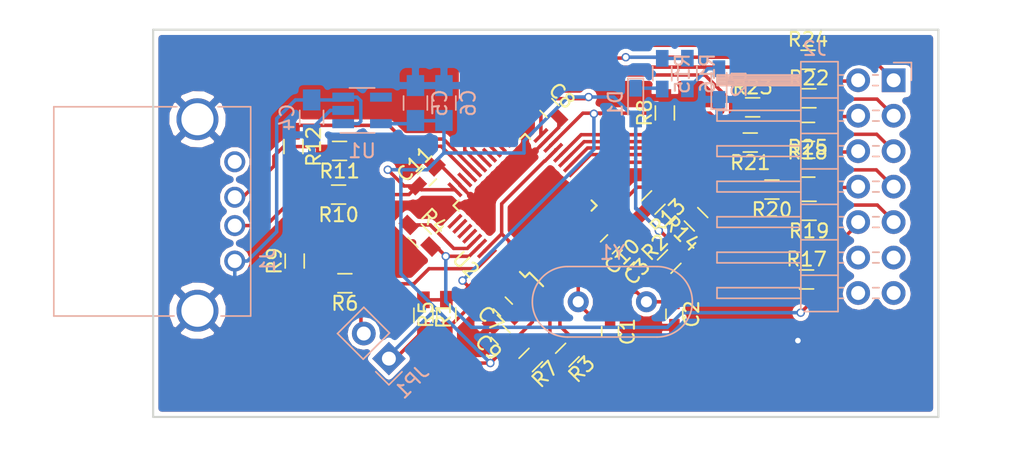
<source format=kicad_pcb>
(kicad_pcb (version 4) (host pcbnew 4.0.6)

  (general
    (links 99)
    (no_connects 17)
    (area 136.384999 64.554999 192.725001 92.445001)
    (thickness 1.6)
    (drawings 4)
    (tracks 412)
    (zones 0)
    (modules 44)
    (nets 55)
  )

  (page A4)
  (layers
    (0 F.Cu signal)
    (31 B.Cu signal)
    (32 B.Adhes user)
    (33 F.Adhes user)
    (34 B.Paste user)
    (35 F.Paste user)
    (36 B.SilkS user)
    (37 F.SilkS user)
    (38 B.Mask user)
    (39 F.Mask user)
    (40 Dwgs.User user)
    (41 Cmts.User user)
    (42 Eco1.User user)
    (43 Eco2.User user)
    (44 Edge.Cuts user)
    (45 Margin user)
    (46 B.CrtYd user)
    (47 F.CrtYd user)
    (48 B.Fab user)
    (49 F.Fab user)
  )

  (setup
    (last_trace_width 0.25)
    (trace_clearance 0.2)
    (zone_clearance 0.3)
    (zone_45_only no)
    (trace_min 0.2)
    (segment_width 0.2)
    (edge_width 0.15)
    (via_size 0.6)
    (via_drill 0.4)
    (via_min_size 0.4)
    (via_min_drill 0.3)
    (uvia_size 0.3)
    (uvia_drill 0.1)
    (uvias_allowed no)
    (uvia_min_size 0.2)
    (uvia_min_drill 0.1)
    (pcb_text_width 0.3)
    (pcb_text_size 1.5 1.5)
    (mod_edge_width 0.15)
    (mod_text_size 1 1)
    (mod_text_width 0.15)
    (pad_size 1.524 1.524)
    (pad_drill 0.762)
    (pad_to_mask_clearance 0.2)
    (aux_axis_origin 0 0)
    (visible_elements FFFCF77F)
    (pcbplotparams
      (layerselection 0x00030_80000001)
      (usegerberextensions false)
      (excludeedgelayer true)
      (linewidth 0.100000)
      (plotframeref false)
      (viasonmask false)
      (mode 1)
      (useauxorigin false)
      (hpglpennumber 1)
      (hpglpenspeed 20)
      (hpglpendiameter 15)
      (hpglpenoverlay 2)
      (psnegative false)
      (psa4output false)
      (plotreference true)
      (plotvalue true)
      (plotinvisibletext false)
      (padsonsilk false)
      (subtractmaskfromsilk false)
      (outputformat 1)
      (mirror false)
      (drillshape 1)
      (scaleselection 1)
      (outputdirectory ""))
  )

  (net 0 "")
  (net 1 VDD)
  (net 2 "Net-(R7-Pad1)")
  (net 3 "Net-(R3-Pad1)")
  (net 4 "Net-(U2-Pad4)")
  (net 5 "Net-(C1-Pad1)")
  (net 6 "Net-(C2-Pad1)")
  (net 7 "Net-(C3-Pad2)")
  (net 8 GND)
  (net 9 "Net-(R13-Pad1)")
  (net 10 "Net-(U2-Pad11)")
  (net 11 "Net-(U2-Pad12)")
  (net 12 "Net-(U2-Pad13)")
  (net 13 "Net-(U2-Pad14)")
  (net 14 "Net-(U2-Pad15)")
  (net 15 /tdo)
  (net 16 /tdi)
  (net 17 /nrst)
  (net 18 /jrst)
  (net 19 "Net-(R8-Pad1)")
  (net 20 /swim_in)
  (net 21 /swim)
  (net 22 "Net-(U2-Pad25)")
  (net 23 /tck_swclk)
  (net 24 /tms_swdio)
  (net 25 "Net-(U2-Pad28)")
  (net 26 "Net-(U2-Pad29)")
  (net 27 /led)
  (net 28 /rx)
  (net 29 /dm)
  (net 30 /dp)
  (net 31 "Net-(U2-Pad34)")
  (net 32 "Net-(U2-Pad37)")
  (net 33 "Net-(U2-Pad38)")
  (net 34 "Net-(U2-Pad39)")
  (net 35 "Net-(U2-Pad40)")
  (net 36 "Net-(R4-Pad1)")
  (net 37 /swim_reset)
  (net 38 /boot0)
  (net 39 /5v)
  (net 40 "Net-(D1-Pad1)")
  (net 41 "Net-(D2-Pad2)")
  (net 42 "Net-(J1-Pad4)")
  (net 43 "Net-(J1-Pad3)")
  (net 44 "Net-(J1-Pad2)")
  (net 45 "Net-(U1-Pad4)")
  (net 46 /r1)
  (net 47 /r3)
  (net 48 /r11)
  (net 49 /r12)
  (net 50 /r13)
  (net 51 /r6)
  (net 52 /r7)
  (net 53 /r8)
  (net 54 /r9)

  (net_class Default "Это класс цепей по умолчанию."
    (clearance 0.2)
    (trace_width 0.25)
    (via_dia 0.6)
    (via_drill 0.4)
    (uvia_dia 0.3)
    (uvia_drill 0.1)
    (add_net /5v)
    (add_net /boot0)
    (add_net /dm)
    (add_net /dp)
    (add_net /jrst)
    (add_net /led)
    (add_net /nrst)
    (add_net /r1)
    (add_net /r11)
    (add_net /r12)
    (add_net /r13)
    (add_net /r3)
    (add_net /r6)
    (add_net /r7)
    (add_net /r8)
    (add_net /r9)
    (add_net /rx)
    (add_net /swim)
    (add_net /swim_in)
    (add_net /swim_reset)
    (add_net /tck_swclk)
    (add_net /tdi)
    (add_net /tdo)
    (add_net /tms_swdio)
    (add_net GND)
    (add_net "Net-(C1-Pad1)")
    (add_net "Net-(C2-Pad1)")
    (add_net "Net-(C3-Pad2)")
    (add_net "Net-(D1-Pad1)")
    (add_net "Net-(D2-Pad2)")
    (add_net "Net-(J1-Pad2)")
    (add_net "Net-(J1-Pad3)")
    (add_net "Net-(J1-Pad4)")
    (add_net "Net-(R13-Pad1)")
    (add_net "Net-(R3-Pad1)")
    (add_net "Net-(R4-Pad1)")
    (add_net "Net-(R7-Pad1)")
    (add_net "Net-(R8-Pad1)")
    (add_net "Net-(U1-Pad4)")
    (add_net "Net-(U2-Pad11)")
    (add_net "Net-(U2-Pad12)")
    (add_net "Net-(U2-Pad13)")
    (add_net "Net-(U2-Pad14)")
    (add_net "Net-(U2-Pad15)")
    (add_net "Net-(U2-Pad25)")
    (add_net "Net-(U2-Pad28)")
    (add_net "Net-(U2-Pad29)")
    (add_net "Net-(U2-Pad34)")
    (add_net "Net-(U2-Pad37)")
    (add_net "Net-(U2-Pad38)")
    (add_net "Net-(U2-Pad39)")
    (add_net "Net-(U2-Pad4)")
    (add_net "Net-(U2-Pad40)")
    (add_net VDD)
  )

  (module Housings_QFP:LQFP-48_7x7mm_Pitch0.5mm (layer F.Cu) (tedit 54130A77) (tstamp 597F7679)
    (at 163.075 77.225 135)
    (descr "48 LEAD LQFP 7x7mm (see MICREL LQFP7x7-48LD-PL-1.pdf)")
    (tags "QFP 0.5")
    (path /5973457E)
    (attr smd)
    (fp_text reference U2 (at 0 -6 135) (layer F.SilkS)
      (effects (font (size 1 1) (thickness 0.15)))
    )
    (fp_text value STM32F103C8Tx (at 0 6 135) (layer F.Fab)
      (effects (font (size 1 1) (thickness 0.15)))
    )
    (fp_text user %R (at 0 0 135) (layer F.Fab)
      (effects (font (size 1 1) (thickness 0.15)))
    )
    (fp_line (start -2.5 -3.5) (end 3.5 -3.5) (layer F.Fab) (width 0.15))
    (fp_line (start 3.5 -3.5) (end 3.5 3.5) (layer F.Fab) (width 0.15))
    (fp_line (start 3.5 3.5) (end -3.5 3.5) (layer F.Fab) (width 0.15))
    (fp_line (start -3.5 3.5) (end -3.5 -2.5) (layer F.Fab) (width 0.15))
    (fp_line (start -3.5 -2.5) (end -2.5 -3.5) (layer F.Fab) (width 0.15))
    (fp_line (start -5.25 -5.25) (end -5.25 5.25) (layer F.CrtYd) (width 0.05))
    (fp_line (start 5.25 -5.25) (end 5.25 5.25) (layer F.CrtYd) (width 0.05))
    (fp_line (start -5.25 -5.25) (end 5.25 -5.25) (layer F.CrtYd) (width 0.05))
    (fp_line (start -5.25 5.25) (end 5.25 5.25) (layer F.CrtYd) (width 0.05))
    (fp_line (start -3.625 -3.625) (end -3.625 -3.175) (layer F.SilkS) (width 0.15))
    (fp_line (start 3.625 -3.625) (end 3.625 -3.1) (layer F.SilkS) (width 0.15))
    (fp_line (start 3.625 3.625) (end 3.625 3.1) (layer F.SilkS) (width 0.15))
    (fp_line (start -3.625 3.625) (end -3.625 3.1) (layer F.SilkS) (width 0.15))
    (fp_line (start -3.625 -3.625) (end -3.1 -3.625) (layer F.SilkS) (width 0.15))
    (fp_line (start -3.625 3.625) (end -3.1 3.625) (layer F.SilkS) (width 0.15))
    (fp_line (start 3.625 3.625) (end 3.1 3.625) (layer F.SilkS) (width 0.15))
    (fp_line (start 3.625 -3.625) (end 3.1 -3.625) (layer F.SilkS) (width 0.15))
    (fp_line (start -3.625 -3.175) (end -5 -3.175) (layer F.SilkS) (width 0.15))
    (pad 1 smd rect (at -4.35 -2.75 135) (size 1.3 0.25) (layers F.Cu F.Paste F.Mask)
      (net 1 VDD))
    (pad 2 smd rect (at -4.35 -2.25 135) (size 1.3 0.25) (layers F.Cu F.Paste F.Mask)
      (net 2 "Net-(R7-Pad1)"))
    (pad 3 smd rect (at -4.35 -1.75 135) (size 1.3 0.25) (layers F.Cu F.Paste F.Mask)
      (net 3 "Net-(R3-Pad1)"))
    (pad 4 smd rect (at -4.35 -1.25 135) (size 1.3 0.25) (layers F.Cu F.Paste F.Mask)
      (net 4 "Net-(U2-Pad4)"))
    (pad 5 smd rect (at -4.35 -0.75 135) (size 1.3 0.25) (layers F.Cu F.Paste F.Mask)
      (net 5 "Net-(C1-Pad1)"))
    (pad 6 smd rect (at -4.35 -0.25 135) (size 1.3 0.25) (layers F.Cu F.Paste F.Mask)
      (net 6 "Net-(C2-Pad1)"))
    (pad 7 smd rect (at -4.35 0.25 135) (size 1.3 0.25) (layers F.Cu F.Paste F.Mask)
      (net 7 "Net-(C3-Pad2)"))
    (pad 8 smd rect (at -4.35 0.75 135) (size 1.3 0.25) (layers F.Cu F.Paste F.Mask)
      (net 8 GND))
    (pad 9 smd rect (at -4.35 1.25 135) (size 1.3 0.25) (layers F.Cu F.Paste F.Mask)
      (net 1 VDD))
    (pad 10 smd rect (at -4.35 1.75 135) (size 1.3 0.25) (layers F.Cu F.Paste F.Mask)
      (net 9 "Net-(R13-Pad1)"))
    (pad 11 smd rect (at -4.35 2.25 135) (size 1.3 0.25) (layers F.Cu F.Paste F.Mask)
      (net 10 "Net-(U2-Pad11)"))
    (pad 12 smd rect (at -4.35 2.75 135) (size 1.3 0.25) (layers F.Cu F.Paste F.Mask)
      (net 11 "Net-(U2-Pad12)"))
    (pad 13 smd rect (at -2.75 4.35 225) (size 1.3 0.25) (layers F.Cu F.Paste F.Mask)
      (net 12 "Net-(U2-Pad13)"))
    (pad 14 smd rect (at -2.25 4.35 225) (size 1.3 0.25) (layers F.Cu F.Paste F.Mask)
      (net 13 "Net-(U2-Pad14)"))
    (pad 15 smd rect (at -1.75 4.35 225) (size 1.3 0.25) (layers F.Cu F.Paste F.Mask)
      (net 14 "Net-(U2-Pad15)"))
    (pad 16 smd rect (at -1.25 4.35 225) (size 1.3 0.25) (layers F.Cu F.Paste F.Mask)
      (net 15 /tdo))
    (pad 17 smd rect (at -0.75 4.35 225) (size 1.3 0.25) (layers F.Cu F.Paste F.Mask)
      (net 16 /tdi))
    (pad 18 smd rect (at -0.25 4.35 225) (size 1.3 0.25) (layers F.Cu F.Paste F.Mask)
      (net 17 /nrst))
    (pad 19 smd rect (at 0.25 4.35 225) (size 1.3 0.25) (layers F.Cu F.Paste F.Mask)
      (net 18 /jrst))
    (pad 20 smd rect (at 0.75 4.35 225) (size 1.3 0.25) (layers F.Cu F.Paste F.Mask)
      (net 19 "Net-(R8-Pad1)"))
    (pad 21 smd rect (at 1.25 4.35 225) (size 1.3 0.25) (layers F.Cu F.Paste F.Mask)
      (net 20 /swim_in))
    (pad 22 smd rect (at 1.75 4.35 225) (size 1.3 0.25) (layers F.Cu F.Paste F.Mask)
      (net 21 /swim))
    (pad 23 smd rect (at 2.25 4.35 225) (size 1.3 0.25) (layers F.Cu F.Paste F.Mask)
      (net 8 GND))
    (pad 24 smd rect (at 2.75 4.35 225) (size 1.3 0.25) (layers F.Cu F.Paste F.Mask)
      (net 1 VDD))
    (pad 25 smd rect (at 4.35 2.75 135) (size 1.3 0.25) (layers F.Cu F.Paste F.Mask)
      (net 22 "Net-(U2-Pad25)"))
    (pad 26 smd rect (at 4.35 2.25 135) (size 1.3 0.25) (layers F.Cu F.Paste F.Mask)
      (net 23 /tck_swclk))
    (pad 27 smd rect (at 4.35 1.75 135) (size 1.3 0.25) (layers F.Cu F.Paste F.Mask)
      (net 24 /tms_swdio))
    (pad 28 smd rect (at 4.35 1.25 135) (size 1.3 0.25) (layers F.Cu F.Paste F.Mask)
      (net 25 "Net-(U2-Pad28)"))
    (pad 29 smd rect (at 4.35 0.75 135) (size 1.3 0.25) (layers F.Cu F.Paste F.Mask)
      (net 26 "Net-(U2-Pad29)"))
    (pad 30 smd rect (at 4.35 0.25 135) (size 1.3 0.25) (layers F.Cu F.Paste F.Mask)
      (net 27 /led))
    (pad 31 smd rect (at 4.35 -0.25 135) (size 1.3 0.25) (layers F.Cu F.Paste F.Mask)
      (net 28 /rx))
    (pad 32 smd rect (at 4.35 -0.75 135) (size 1.3 0.25) (layers F.Cu F.Paste F.Mask)
      (net 29 /dm))
    (pad 33 smd rect (at 4.35 -1.25 135) (size 1.3 0.25) (layers F.Cu F.Paste F.Mask)
      (net 30 /dp))
    (pad 34 smd rect (at 4.35 -1.75 135) (size 1.3 0.25) (layers F.Cu F.Paste F.Mask)
      (net 31 "Net-(U2-Pad34)"))
    (pad 35 smd rect (at 4.35 -2.25 135) (size 1.3 0.25) (layers F.Cu F.Paste F.Mask)
      (net 8 GND))
    (pad 36 smd rect (at 4.35 -2.75 135) (size 1.3 0.25) (layers F.Cu F.Paste F.Mask)
      (net 1 VDD))
    (pad 37 smd rect (at 2.75 -4.35 225) (size 1.3 0.25) (layers F.Cu F.Paste F.Mask)
      (net 32 "Net-(U2-Pad37)"))
    (pad 38 smd rect (at 2.25 -4.35 225) (size 1.3 0.25) (layers F.Cu F.Paste F.Mask)
      (net 33 "Net-(U2-Pad38)"))
    (pad 39 smd rect (at 1.75 -4.35 225) (size 1.3 0.25) (layers F.Cu F.Paste F.Mask)
      (net 34 "Net-(U2-Pad39)"))
    (pad 40 smd rect (at 1.25 -4.35 225) (size 1.3 0.25) (layers F.Cu F.Paste F.Mask)
      (net 35 "Net-(U2-Pad40)"))
    (pad 41 smd rect (at 0.75 -4.35 225) (size 1.3 0.25) (layers F.Cu F.Paste F.Mask)
      (net 36 "Net-(R4-Pad1)"))
    (pad 42 smd rect (at 0.25 -4.35 225) (size 1.3 0.25) (layers F.Cu F.Paste F.Mask)
      (net 37 /swim_reset))
    (pad 43 smd rect (at -0.25 -4.35 225) (size 1.3 0.25) (layers F.Cu F.Paste F.Mask)
      (net 20 /swim_in))
    (pad 44 smd rect (at -0.75 -4.35 225) (size 1.3 0.25) (layers F.Cu F.Paste F.Mask)
      (net 38 /boot0))
    (pad 45 smd rect (at -1.25 -4.35 225) (size 1.3 0.25) (layers F.Cu F.Paste F.Mask)
      (net 21 /swim))
    (pad 46 smd rect (at -1.75 -4.35 225) (size 1.3 0.25) (layers F.Cu F.Paste F.Mask)
      (net 20 /swim_in))
    (pad 47 smd rect (at -2.25 -4.35 225) (size 1.3 0.25) (layers F.Cu F.Paste F.Mask)
      (net 8 GND))
    (pad 48 smd rect (at -2.75 -4.35 225) (size 1.3 0.25) (layers F.Cu F.Paste F.Mask)
      (net 1 VDD))
    (model ${KISYS3DMOD}/Housings_QFP.3dshapes/LQFP-48_7x7mm_Pitch0.5mm.wrl
      (at (xyz 0 0 0))
      (scale (xyz 1 1 1))
      (rotate (xyz 0 0 0))
    )
  )

  (module Capacitors_SMD:C_0603_HandSoldering (layer F.Cu) (tedit 58AA848B) (tstamp 597F7804)
    (at 169.16 86.26 270)
    (descr "Capacitor SMD 0603, hand soldering")
    (tags "capacitor 0603")
    (path /597349A4)
    (attr smd)
    (fp_text reference C1 (at 0 -1.25 270) (layer F.SilkS)
      (effects (font (size 1 1) (thickness 0.15)))
    )
    (fp_text value 22pf (at 0 1.5 270) (layer F.Fab)
      (effects (font (size 1 1) (thickness 0.15)))
    )
    (fp_text user %R (at 0 -1.25 270) (layer F.Fab)
      (effects (font (size 1 1) (thickness 0.15)))
    )
    (fp_line (start -0.8 0.4) (end -0.8 -0.4) (layer F.Fab) (width 0.1))
    (fp_line (start 0.8 0.4) (end -0.8 0.4) (layer F.Fab) (width 0.1))
    (fp_line (start 0.8 -0.4) (end 0.8 0.4) (layer F.Fab) (width 0.1))
    (fp_line (start -0.8 -0.4) (end 0.8 -0.4) (layer F.Fab) (width 0.1))
    (fp_line (start -0.35 -0.6) (end 0.35 -0.6) (layer F.SilkS) (width 0.12))
    (fp_line (start 0.35 0.6) (end -0.35 0.6) (layer F.SilkS) (width 0.12))
    (fp_line (start -1.8 -0.65) (end 1.8 -0.65) (layer F.CrtYd) (width 0.05))
    (fp_line (start -1.8 -0.65) (end -1.8 0.65) (layer F.CrtYd) (width 0.05))
    (fp_line (start 1.8 0.65) (end 1.8 -0.65) (layer F.CrtYd) (width 0.05))
    (fp_line (start 1.8 0.65) (end -1.8 0.65) (layer F.CrtYd) (width 0.05))
    (pad 1 smd rect (at -0.95 0 270) (size 1.2 0.75) (layers F.Cu F.Paste F.Mask)
      (net 5 "Net-(C1-Pad1)"))
    (pad 2 smd rect (at 0.95 0 270) (size 1.2 0.75) (layers F.Cu F.Paste F.Mask)
      (net 8 GND))
    (model Capacitors_SMD.3dshapes/C_0603.wrl
      (at (xyz 0 0 0))
      (scale (xyz 1 1 1))
      (rotate (xyz 0 0 0))
    )
  )

  (module Capacitors_SMD:C_0603_HandSoldering (layer F.Cu) (tedit 58AA848B) (tstamp 597F780A)
    (at 173.76 85 270)
    (descr "Capacitor SMD 0603, hand soldering")
    (tags "capacitor 0603")
    (path /597349DD)
    (attr smd)
    (fp_text reference C2 (at 0 -1.25 270) (layer F.SilkS)
      (effects (font (size 1 1) (thickness 0.15)))
    )
    (fp_text value 22pf (at 0 1.5 270) (layer F.Fab)
      (effects (font (size 1 1) (thickness 0.15)))
    )
    (fp_text user %R (at 0 -1.25 270) (layer F.Fab)
      (effects (font (size 1 1) (thickness 0.15)))
    )
    (fp_line (start -0.8 0.4) (end -0.8 -0.4) (layer F.Fab) (width 0.1))
    (fp_line (start 0.8 0.4) (end -0.8 0.4) (layer F.Fab) (width 0.1))
    (fp_line (start 0.8 -0.4) (end 0.8 0.4) (layer F.Fab) (width 0.1))
    (fp_line (start -0.8 -0.4) (end 0.8 -0.4) (layer F.Fab) (width 0.1))
    (fp_line (start -0.35 -0.6) (end 0.35 -0.6) (layer F.SilkS) (width 0.12))
    (fp_line (start 0.35 0.6) (end -0.35 0.6) (layer F.SilkS) (width 0.12))
    (fp_line (start -1.8 -0.65) (end 1.8 -0.65) (layer F.CrtYd) (width 0.05))
    (fp_line (start -1.8 -0.65) (end -1.8 0.65) (layer F.CrtYd) (width 0.05))
    (fp_line (start 1.8 0.65) (end 1.8 -0.65) (layer F.CrtYd) (width 0.05))
    (fp_line (start 1.8 0.65) (end -1.8 0.65) (layer F.CrtYd) (width 0.05))
    (pad 1 smd rect (at -0.95 0 270) (size 1.2 0.75) (layers F.Cu F.Paste F.Mask)
      (net 6 "Net-(C2-Pad1)"))
    (pad 2 smd rect (at 0.95 0 270) (size 1.2 0.75) (layers F.Cu F.Paste F.Mask)
      (net 8 GND))
    (model Capacitors_SMD.3dshapes/C_0603.wrl
      (at (xyz 0 0 0))
      (scale (xyz 1 1 1))
      (rotate (xyz 0 0 0))
    )
  )

  (module Capacitors_SMD:C_0603_HandSoldering (layer F.Cu) (tedit 58AA848B) (tstamp 597F7810)
    (at 170.2 81.1 225)
    (descr "Capacitor SMD 0603, hand soldering")
    (tags "capacitor 0603")
    (path /59736097)
    (attr smd)
    (fp_text reference C3 (at 0 -1.25 225) (layer F.SilkS)
      (effects (font (size 1 1) (thickness 0.15)))
    )
    (fp_text value 100n (at 0 1.5 225) (layer F.Fab)
      (effects (font (size 1 1) (thickness 0.15)))
    )
    (fp_text user %R (at 0 -1.25 225) (layer F.Fab)
      (effects (font (size 1 1) (thickness 0.15)))
    )
    (fp_line (start -0.8 0.4) (end -0.8 -0.4) (layer F.Fab) (width 0.1))
    (fp_line (start 0.8 0.4) (end -0.8 0.4) (layer F.Fab) (width 0.1))
    (fp_line (start 0.8 -0.4) (end 0.8 0.4) (layer F.Fab) (width 0.1))
    (fp_line (start -0.8 -0.4) (end 0.8 -0.4) (layer F.Fab) (width 0.1))
    (fp_line (start -0.35 -0.6) (end 0.35 -0.6) (layer F.SilkS) (width 0.12))
    (fp_line (start 0.35 0.6) (end -0.35 0.6) (layer F.SilkS) (width 0.12))
    (fp_line (start -1.8 -0.65) (end 1.8 -0.65) (layer F.CrtYd) (width 0.05))
    (fp_line (start -1.8 -0.65) (end -1.8 0.65) (layer F.CrtYd) (width 0.05))
    (fp_line (start 1.8 0.65) (end 1.8 -0.65) (layer F.CrtYd) (width 0.05))
    (fp_line (start 1.8 0.65) (end -1.8 0.65) (layer F.CrtYd) (width 0.05))
    (pad 1 smd rect (at -0.95 0 225) (size 1.2 0.75) (layers F.Cu F.Paste F.Mask)
      (net 8 GND))
    (pad 2 smd rect (at 0.95 0 225) (size 1.2 0.75) (layers F.Cu F.Paste F.Mask)
      (net 7 "Net-(C3-Pad2)"))
    (model Capacitors_SMD.3dshapes/C_0603.wrl
      (at (xyz 0 0 0))
      (scale (xyz 1 1 1))
      (rotate (xyz 0 0 0))
    )
  )

  (module Capacitors_SMD:C_0805_HandSoldering (layer B.Cu) (tedit 58AA84A8) (tstamp 597F7816)
    (at 147.8 70.91 270)
    (descr "Capacitor SMD 0805, hand soldering")
    (tags "capacitor 0805")
    (path /59735839)
    (attr smd)
    (fp_text reference C4 (at 0 1.75 270) (layer B.SilkS)
      (effects (font (size 1 1) (thickness 0.15)) (justify mirror))
    )
    (fp_text value 10uf (at 0 -1.75 270) (layer B.Fab)
      (effects (font (size 1 1) (thickness 0.15)) (justify mirror))
    )
    (fp_text user %R (at 0 1.75 270) (layer B.Fab)
      (effects (font (size 1 1) (thickness 0.15)) (justify mirror))
    )
    (fp_line (start -1 -0.62) (end -1 0.62) (layer B.Fab) (width 0.1))
    (fp_line (start 1 -0.62) (end -1 -0.62) (layer B.Fab) (width 0.1))
    (fp_line (start 1 0.62) (end 1 -0.62) (layer B.Fab) (width 0.1))
    (fp_line (start -1 0.62) (end 1 0.62) (layer B.Fab) (width 0.1))
    (fp_line (start 0.5 0.85) (end -0.5 0.85) (layer B.SilkS) (width 0.12))
    (fp_line (start -0.5 -0.85) (end 0.5 -0.85) (layer B.SilkS) (width 0.12))
    (fp_line (start -2.25 0.88) (end 2.25 0.88) (layer B.CrtYd) (width 0.05))
    (fp_line (start -2.25 0.88) (end -2.25 -0.87) (layer B.CrtYd) (width 0.05))
    (fp_line (start 2.25 -0.87) (end 2.25 0.88) (layer B.CrtYd) (width 0.05))
    (fp_line (start 2.25 -0.87) (end -2.25 -0.87) (layer B.CrtYd) (width 0.05))
    (pad 1 smd rect (at -1.25 0 270) (size 1.5 1.25) (layers B.Cu B.Paste B.Mask)
      (net 39 /5v))
    (pad 2 smd rect (at 1.25 0 270) (size 1.5 1.25) (layers B.Cu B.Paste B.Mask)
      (net 8 GND))
    (model Capacitors_SMD.3dshapes/C_0805.wrl
      (at (xyz 0 0 0))
      (scale (xyz 1 1 1))
      (rotate (xyz 0 0 0))
    )
  )

  (module Capacitors_SMD:C_0805_HandSoldering (layer B.Cu) (tedit 58AA84A8) (tstamp 597F781C)
    (at 155.23 69.88 90)
    (descr "Capacitor SMD 0805, hand soldering")
    (tags "capacitor 0805")
    (path /597357C9)
    (attr smd)
    (fp_text reference C5 (at 0 1.75 90) (layer B.SilkS)
      (effects (font (size 1 1) (thickness 0.15)) (justify mirror))
    )
    (fp_text value 10uf (at 0 -1.75 90) (layer B.Fab)
      (effects (font (size 1 1) (thickness 0.15)) (justify mirror))
    )
    (fp_text user %R (at 0 1.75 90) (layer B.Fab)
      (effects (font (size 1 1) (thickness 0.15)) (justify mirror))
    )
    (fp_line (start -1 -0.62) (end -1 0.62) (layer B.Fab) (width 0.1))
    (fp_line (start 1 -0.62) (end -1 -0.62) (layer B.Fab) (width 0.1))
    (fp_line (start 1 0.62) (end 1 -0.62) (layer B.Fab) (width 0.1))
    (fp_line (start -1 0.62) (end 1 0.62) (layer B.Fab) (width 0.1))
    (fp_line (start 0.5 0.85) (end -0.5 0.85) (layer B.SilkS) (width 0.12))
    (fp_line (start -0.5 -0.85) (end 0.5 -0.85) (layer B.SilkS) (width 0.12))
    (fp_line (start -2.25 0.88) (end 2.25 0.88) (layer B.CrtYd) (width 0.05))
    (fp_line (start -2.25 0.88) (end -2.25 -0.87) (layer B.CrtYd) (width 0.05))
    (fp_line (start 2.25 -0.87) (end 2.25 0.88) (layer B.CrtYd) (width 0.05))
    (fp_line (start 2.25 -0.87) (end -2.25 -0.87) (layer B.CrtYd) (width 0.05))
    (pad 1 smd rect (at -1.25 0 90) (size 1.5 1.25) (layers B.Cu B.Paste B.Mask)
      (net 1 VDD))
    (pad 2 smd rect (at 1.25 0 90) (size 1.5 1.25) (layers B.Cu B.Paste B.Mask)
      (net 8 GND))
    (model Capacitors_SMD.3dshapes/C_0805.wrl
      (at (xyz 0 0 0))
      (scale (xyz 1 1 1))
      (rotate (xyz 0 0 0))
    )
  )

  (module Capacitors_SMD:C_0805_HandSoldering (layer B.Cu) (tedit 58AA84A8) (tstamp 597F7822)
    (at 157.27 69.88 90)
    (descr "Capacitor SMD 0805, hand soldering")
    (tags "capacitor 0805")
    (path /5973C182)
    (attr smd)
    (fp_text reference C6 (at 0 1.75 90) (layer B.SilkS)
      (effects (font (size 1 1) (thickness 0.15)) (justify mirror))
    )
    (fp_text value 10uf (at 0 -1.75 90) (layer B.Fab)
      (effects (font (size 1 1) (thickness 0.15)) (justify mirror))
    )
    (fp_text user %R (at 0 1.75 90) (layer B.Fab)
      (effects (font (size 1 1) (thickness 0.15)) (justify mirror))
    )
    (fp_line (start -1 -0.62) (end -1 0.62) (layer B.Fab) (width 0.1))
    (fp_line (start 1 -0.62) (end -1 -0.62) (layer B.Fab) (width 0.1))
    (fp_line (start 1 0.62) (end 1 -0.62) (layer B.Fab) (width 0.1))
    (fp_line (start -1 0.62) (end 1 0.62) (layer B.Fab) (width 0.1))
    (fp_line (start 0.5 0.85) (end -0.5 0.85) (layer B.SilkS) (width 0.12))
    (fp_line (start -0.5 -0.85) (end 0.5 -0.85) (layer B.SilkS) (width 0.12))
    (fp_line (start -2.25 0.88) (end 2.25 0.88) (layer B.CrtYd) (width 0.05))
    (fp_line (start -2.25 0.88) (end -2.25 -0.87) (layer B.CrtYd) (width 0.05))
    (fp_line (start 2.25 -0.87) (end 2.25 0.88) (layer B.CrtYd) (width 0.05))
    (fp_line (start 2.25 -0.87) (end -2.25 -0.87) (layer B.CrtYd) (width 0.05))
    (pad 1 smd rect (at -1.25 0 90) (size 1.5 1.25) (layers B.Cu B.Paste B.Mask)
      (net 1 VDD))
    (pad 2 smd rect (at 1.25 0 90) (size 1.5 1.25) (layers B.Cu B.Paste B.Mask)
      (net 8 GND))
    (model Capacitors_SMD.3dshapes/C_0805.wrl
      (at (xyz 0 0 0))
      (scale (xyz 1 1 1))
      (rotate (xyz 0 0 0))
    )
  )

  (module Capacitors_SMD:C_0603_HandSoldering (layer F.Cu) (tedit 58AA848B) (tstamp 597F7828)
    (at 161.49 84.46 135)
    (descr "Capacitor SMD 0603, hand soldering")
    (tags "capacitor 0603")
    (path /59734FEF)
    (attr smd)
    (fp_text reference C7 (at 0 -1.25 135) (layer F.SilkS)
      (effects (font (size 1 1) (thickness 0.15)))
    )
    (fp_text value 100n (at 0 1.5 135) (layer F.Fab)
      (effects (font (size 1 1) (thickness 0.15)))
    )
    (fp_text user %R (at 0 -1.25 135) (layer F.Fab)
      (effects (font (size 1 1) (thickness 0.15)))
    )
    (fp_line (start -0.8 0.4) (end -0.8 -0.4) (layer F.Fab) (width 0.1))
    (fp_line (start 0.8 0.4) (end -0.8 0.4) (layer F.Fab) (width 0.1))
    (fp_line (start 0.8 -0.4) (end 0.8 0.4) (layer F.Fab) (width 0.1))
    (fp_line (start -0.8 -0.4) (end 0.8 -0.4) (layer F.Fab) (width 0.1))
    (fp_line (start -0.35 -0.6) (end 0.35 -0.6) (layer F.SilkS) (width 0.12))
    (fp_line (start 0.35 0.6) (end -0.35 0.6) (layer F.SilkS) (width 0.12))
    (fp_line (start -1.8 -0.65) (end 1.8 -0.65) (layer F.CrtYd) (width 0.05))
    (fp_line (start -1.8 -0.65) (end -1.8 0.65) (layer F.CrtYd) (width 0.05))
    (fp_line (start 1.8 0.65) (end 1.8 -0.65) (layer F.CrtYd) (width 0.05))
    (fp_line (start 1.8 0.65) (end -1.8 0.65) (layer F.CrtYd) (width 0.05))
    (pad 1 smd rect (at -0.95 0 135) (size 1.2 0.75) (layers F.Cu F.Paste F.Mask)
      (net 1 VDD))
    (pad 2 smd rect (at 0.95 0 135) (size 1.2 0.75) (layers F.Cu F.Paste F.Mask)
      (net 8 GND))
    (model Capacitors_SMD.3dshapes/C_0603.wrl
      (at (xyz 0 0 0))
      (scale (xyz 1 1 1))
      (rotate (xyz 0 0 0))
    )
  )

  (module Capacitors_SMD:C_0603_HandSoldering (layer F.Cu) (tedit 58AA848B) (tstamp 597F782E)
    (at 164.82 70.24 315)
    (descr "Capacitor SMD 0603, hand soldering")
    (tags "capacitor 0603")
    (path /5973508E)
    (attr smd)
    (fp_text reference C8 (at 0 -1.25 315) (layer F.SilkS)
      (effects (font (size 1 1) (thickness 0.15)))
    )
    (fp_text value 100n (at 0 1.5 315) (layer F.Fab)
      (effects (font (size 1 1) (thickness 0.15)))
    )
    (fp_text user %R (at 0 -1.25 315) (layer F.Fab)
      (effects (font (size 1 1) (thickness 0.15)))
    )
    (fp_line (start -0.8 0.4) (end -0.8 -0.4) (layer F.Fab) (width 0.1))
    (fp_line (start 0.8 0.4) (end -0.8 0.4) (layer F.Fab) (width 0.1))
    (fp_line (start 0.8 -0.4) (end 0.8 0.4) (layer F.Fab) (width 0.1))
    (fp_line (start -0.8 -0.4) (end 0.8 -0.4) (layer F.Fab) (width 0.1))
    (fp_line (start -0.35 -0.6) (end 0.35 -0.6) (layer F.SilkS) (width 0.12))
    (fp_line (start 0.35 0.6) (end -0.35 0.6) (layer F.SilkS) (width 0.12))
    (fp_line (start -1.8 -0.65) (end 1.8 -0.65) (layer F.CrtYd) (width 0.05))
    (fp_line (start -1.8 -0.65) (end -1.8 0.65) (layer F.CrtYd) (width 0.05))
    (fp_line (start 1.8 0.65) (end 1.8 -0.65) (layer F.CrtYd) (width 0.05))
    (fp_line (start 1.8 0.65) (end -1.8 0.65) (layer F.CrtYd) (width 0.05))
    (pad 1 smd rect (at -0.95 0 315) (size 1.2 0.75) (layers F.Cu F.Paste F.Mask)
      (net 1 VDD))
    (pad 2 smd rect (at 0.95 0 315) (size 1.2 0.75) (layers F.Cu F.Paste F.Mask)
      (net 8 GND))
    (model Capacitors_SMD.3dshapes/C_0603.wrl
      (at (xyz 0 0 0))
      (scale (xyz 1 1 1))
      (rotate (xyz 0 0 0))
    )
  )

  (module Capacitors_SMD:C_0603_HandSoldering (layer F.Cu) (tedit 58AA848B) (tstamp 597F7834)
    (at 161.32 86.5 135)
    (descr "Capacitor SMD 0603, hand soldering")
    (tags "capacitor 0603")
    (path /597350BD)
    (attr smd)
    (fp_text reference C9 (at 0 -1.25 135) (layer F.SilkS)
      (effects (font (size 1 1) (thickness 0.15)))
    )
    (fp_text value 100n (at 0 1.5 135) (layer F.Fab)
      (effects (font (size 1 1) (thickness 0.15)))
    )
    (fp_text user %R (at 0 -1.25 135) (layer F.Fab)
      (effects (font (size 1 1) (thickness 0.15)))
    )
    (fp_line (start -0.8 0.4) (end -0.8 -0.4) (layer F.Fab) (width 0.1))
    (fp_line (start 0.8 0.4) (end -0.8 0.4) (layer F.Fab) (width 0.1))
    (fp_line (start 0.8 -0.4) (end 0.8 0.4) (layer F.Fab) (width 0.1))
    (fp_line (start -0.8 -0.4) (end 0.8 -0.4) (layer F.Fab) (width 0.1))
    (fp_line (start -0.35 -0.6) (end 0.35 -0.6) (layer F.SilkS) (width 0.12))
    (fp_line (start 0.35 0.6) (end -0.35 0.6) (layer F.SilkS) (width 0.12))
    (fp_line (start -1.8 -0.65) (end 1.8 -0.65) (layer F.CrtYd) (width 0.05))
    (fp_line (start -1.8 -0.65) (end -1.8 0.65) (layer F.CrtYd) (width 0.05))
    (fp_line (start 1.8 0.65) (end 1.8 -0.65) (layer F.CrtYd) (width 0.05))
    (fp_line (start 1.8 0.65) (end -1.8 0.65) (layer F.CrtYd) (width 0.05))
    (pad 1 smd rect (at -0.95 0 135) (size 1.2 0.75) (layers F.Cu F.Paste F.Mask)
      (net 1 VDD))
    (pad 2 smd rect (at 0.95 0 135) (size 1.2 0.75) (layers F.Cu F.Paste F.Mask)
      (net 8 GND))
    (model Capacitors_SMD.3dshapes/C_0603.wrl
      (at (xyz 0 0 0))
      (scale (xyz 1 1 1))
      (rotate (xyz 0 0 0))
    )
  )

  (module Capacitors_SMD:C_0603_HandSoldering (layer F.Cu) (tedit 58AA848B) (tstamp 597F783A)
    (at 169.15 80 225)
    (descr "Capacitor SMD 0603, hand soldering")
    (tags "capacitor 0603")
    (path /597350F1)
    (attr smd)
    (fp_text reference C10 (at 0 -1.25 225) (layer F.SilkS)
      (effects (font (size 1 1) (thickness 0.15)))
    )
    (fp_text value 100n (at 0 1.5 225) (layer F.Fab)
      (effects (font (size 1 1) (thickness 0.15)))
    )
    (fp_text user %R (at 0 -1.25 225) (layer F.Fab)
      (effects (font (size 1 1) (thickness 0.15)))
    )
    (fp_line (start -0.8 0.4) (end -0.8 -0.4) (layer F.Fab) (width 0.1))
    (fp_line (start 0.8 0.4) (end -0.8 0.4) (layer F.Fab) (width 0.1))
    (fp_line (start 0.8 -0.4) (end 0.8 0.4) (layer F.Fab) (width 0.1))
    (fp_line (start -0.8 -0.4) (end 0.8 -0.4) (layer F.Fab) (width 0.1))
    (fp_line (start -0.35 -0.6) (end 0.35 -0.6) (layer F.SilkS) (width 0.12))
    (fp_line (start 0.35 0.6) (end -0.35 0.6) (layer F.SilkS) (width 0.12))
    (fp_line (start -1.8 -0.65) (end 1.8 -0.65) (layer F.CrtYd) (width 0.05))
    (fp_line (start -1.8 -0.65) (end -1.8 0.65) (layer F.CrtYd) (width 0.05))
    (fp_line (start 1.8 0.65) (end 1.8 -0.65) (layer F.CrtYd) (width 0.05))
    (fp_line (start 1.8 0.65) (end -1.8 0.65) (layer F.CrtYd) (width 0.05))
    (pad 1 smd rect (at -0.95 0 225) (size 1.2 0.75) (layers F.Cu F.Paste F.Mask)
      (net 1 VDD))
    (pad 2 smd rect (at 0.95 0 225) (size 1.2 0.75) (layers F.Cu F.Paste F.Mask)
      (net 8 GND))
    (model Capacitors_SMD.3dshapes/C_0603.wrl
      (at (xyz 0 0 0))
      (scale (xyz 1 1 1))
      (rotate (xyz 0 0 0))
    )
  )

  (module Capacitors_SMD:C_0603_HandSoldering (layer F.Cu) (tedit 58AA848B) (tstamp 597F7840)
    (at 156.05 75.15 45)
    (descr "Capacitor SMD 0603, hand soldering")
    (tags "capacitor 0603")
    (path /59735128)
    (attr smd)
    (fp_text reference C11 (at 0 -1.25 45) (layer F.SilkS)
      (effects (font (size 1 1) (thickness 0.15)))
    )
    (fp_text value 100n (at 0 1.5 45) (layer F.Fab)
      (effects (font (size 1 1) (thickness 0.15)))
    )
    (fp_text user %R (at 0 -1.25 45) (layer F.Fab)
      (effects (font (size 1 1) (thickness 0.15)))
    )
    (fp_line (start -0.8 0.4) (end -0.8 -0.4) (layer F.Fab) (width 0.1))
    (fp_line (start 0.8 0.4) (end -0.8 0.4) (layer F.Fab) (width 0.1))
    (fp_line (start 0.8 -0.4) (end 0.8 0.4) (layer F.Fab) (width 0.1))
    (fp_line (start -0.8 -0.4) (end 0.8 -0.4) (layer F.Fab) (width 0.1))
    (fp_line (start -0.35 -0.6) (end 0.35 -0.6) (layer F.SilkS) (width 0.12))
    (fp_line (start 0.35 0.6) (end -0.35 0.6) (layer F.SilkS) (width 0.12))
    (fp_line (start -1.8 -0.65) (end 1.8 -0.65) (layer F.CrtYd) (width 0.05))
    (fp_line (start -1.8 -0.65) (end -1.8 0.65) (layer F.CrtYd) (width 0.05))
    (fp_line (start 1.8 0.65) (end 1.8 -0.65) (layer F.CrtYd) (width 0.05))
    (fp_line (start 1.8 0.65) (end -1.8 0.65) (layer F.CrtYd) (width 0.05))
    (pad 1 smd rect (at -0.95 0 45) (size 1.2 0.75) (layers F.Cu F.Paste F.Mask)
      (net 1 VDD))
    (pad 2 smd rect (at 0.95 0 45) (size 1.2 0.75) (layers F.Cu F.Paste F.Mask)
      (net 8 GND))
    (model Capacitors_SMD.3dshapes/C_0603.wrl
      (at (xyz 0 0 0))
      (scale (xyz 1 1 1))
      (rotate (xyz 0 0 0))
    )
  )

  (module LEDs:LED_0603_HandSoldering (layer B.Cu) (tedit 595FC9C0) (tstamp 597F7846)
    (at 170.99 69.92 270)
    (descr "LED SMD 0603, hand soldering")
    (tags "LED 0603")
    (path /5973FA7E)
    (attr smd)
    (fp_text reference D1 (at 0 1.45 270) (layer B.SilkS)
      (effects (font (size 1 1) (thickness 0.15)) (justify mirror))
    )
    (fp_text value LED (at 0 -1.55 270) (layer B.Fab)
      (effects (font (size 1 1) (thickness 0.15)) (justify mirror))
    )
    (fp_line (start -1.8 0.55) (end -1.8 -0.55) (layer B.SilkS) (width 0.12))
    (fp_line (start -0.2 0.2) (end -0.2 -0.2) (layer B.Fab) (width 0.1))
    (fp_line (start -0.15 0) (end 0.15 0.2) (layer B.Fab) (width 0.1))
    (fp_line (start 0.15 -0.2) (end -0.15 0) (layer B.Fab) (width 0.1))
    (fp_line (start 0.15 0.2) (end 0.15 -0.2) (layer B.Fab) (width 0.1))
    (fp_line (start 0.8 -0.4) (end -0.8 -0.4) (layer B.Fab) (width 0.1))
    (fp_line (start 0.8 0.4) (end 0.8 -0.4) (layer B.Fab) (width 0.1))
    (fp_line (start -0.8 0.4) (end 0.8 0.4) (layer B.Fab) (width 0.1))
    (fp_line (start -1.8 -0.55) (end 0.8 -0.55) (layer B.SilkS) (width 0.12))
    (fp_line (start -1.8 0.55) (end 0.8 0.55) (layer B.SilkS) (width 0.12))
    (fp_line (start -1.96 0.7) (end 1.95 0.7) (layer B.CrtYd) (width 0.05))
    (fp_line (start -1.96 0.7) (end -1.96 -0.7) (layer B.CrtYd) (width 0.05))
    (fp_line (start 1.95 -0.7) (end 1.95 0.7) (layer B.CrtYd) (width 0.05))
    (fp_line (start 1.95 -0.7) (end -1.96 -0.7) (layer B.CrtYd) (width 0.05))
    (fp_line (start -0.8 0.4) (end -0.8 -0.4) (layer B.Fab) (width 0.1))
    (pad 1 smd rect (at -1.1 0 270) (size 1.2 0.9) (layers B.Cu B.Paste B.Mask)
      (net 40 "Net-(D1-Pad1)"))
    (pad 2 smd rect (at 1.1 0 270) (size 1.2 0.9) (layers B.Cu B.Paste B.Mask)
      (net 1 VDD))
    (model ${KISYS3DMOD}/LEDs.3dshapes/LED_0603.wrl
      (at (xyz 0 0 0))
      (scale (xyz 1 1 1))
      (rotate (xyz 0 0 180))
    )
  )

  (module LEDs:LED_0603_HandSoldering (layer B.Cu) (tedit 595FC9C0) (tstamp 597F784C)
    (at 176.95 68.52 90)
    (descr "LED SMD 0603, hand soldering")
    (tags "LED 0603")
    (path /5973FAF2)
    (attr smd)
    (fp_text reference D2 (at 0 1.45 90) (layer B.SilkS)
      (effects (font (size 1 1) (thickness 0.15)) (justify mirror))
    )
    (fp_text value LED (at 0 -1.55 90) (layer B.Fab)
      (effects (font (size 1 1) (thickness 0.15)) (justify mirror))
    )
    (fp_line (start -1.8 0.55) (end -1.8 -0.55) (layer B.SilkS) (width 0.12))
    (fp_line (start -0.2 0.2) (end -0.2 -0.2) (layer B.Fab) (width 0.1))
    (fp_line (start -0.15 0) (end 0.15 0.2) (layer B.Fab) (width 0.1))
    (fp_line (start 0.15 -0.2) (end -0.15 0) (layer B.Fab) (width 0.1))
    (fp_line (start 0.15 0.2) (end 0.15 -0.2) (layer B.Fab) (width 0.1))
    (fp_line (start 0.8 -0.4) (end -0.8 -0.4) (layer B.Fab) (width 0.1))
    (fp_line (start 0.8 0.4) (end 0.8 -0.4) (layer B.Fab) (width 0.1))
    (fp_line (start -0.8 0.4) (end 0.8 0.4) (layer B.Fab) (width 0.1))
    (fp_line (start -1.8 -0.55) (end 0.8 -0.55) (layer B.SilkS) (width 0.12))
    (fp_line (start -1.8 0.55) (end 0.8 0.55) (layer B.SilkS) (width 0.12))
    (fp_line (start -1.96 0.7) (end 1.95 0.7) (layer B.CrtYd) (width 0.05))
    (fp_line (start -1.96 0.7) (end -1.96 -0.7) (layer B.CrtYd) (width 0.05))
    (fp_line (start 1.95 -0.7) (end 1.95 0.7) (layer B.CrtYd) (width 0.05))
    (fp_line (start 1.95 -0.7) (end -1.96 -0.7) (layer B.CrtYd) (width 0.05))
    (fp_line (start -0.8 0.4) (end -0.8 -0.4) (layer B.Fab) (width 0.1))
    (pad 1 smd rect (at -1.1 0 90) (size 1.2 0.9) (layers B.Cu B.Paste B.Mask)
      (net 8 GND))
    (pad 2 smd rect (at 1.1 0 90) (size 1.2 0.9) (layers B.Cu B.Paste B.Mask)
      (net 41 "Net-(D2-Pad2)"))
    (model ${KISYS3DMOD}/LEDs.3dshapes/LED_0603.wrl
      (at (xyz 0 0 0))
      (scale (xyz 1 1 1))
      (rotate (xyz 0 0 180))
    )
  )

  (module Pin_Headers:Pin_Header_Straight_1x02_Pitch2.54mm (layer B.Cu) (tedit 59650532) (tstamp 597F7877)
    (at 153.33 88.19 45)
    (descr "Through hole straight pin header, 1x02, 2.54mm pitch, single row")
    (tags "Through hole pin header THT 1x02 2.54mm single row")
    (path /597370AB)
    (fp_text reference JP1 (at 0 2.33 45) (layer B.SilkS)
      (effects (font (size 1 1) (thickness 0.15)) (justify mirror))
    )
    (fp_text value Jumper_NC_Small (at 0 -4.87 45) (layer B.Fab)
      (effects (font (size 1 1) (thickness 0.15)) (justify mirror))
    )
    (fp_line (start -0.635 1.27) (end 1.27 1.27) (layer B.Fab) (width 0.1))
    (fp_line (start 1.27 1.27) (end 1.27 -3.81) (layer B.Fab) (width 0.1))
    (fp_line (start 1.27 -3.81) (end -1.27 -3.81) (layer B.Fab) (width 0.1))
    (fp_line (start -1.27 -3.81) (end -1.27 0.635) (layer B.Fab) (width 0.1))
    (fp_line (start -1.27 0.635) (end -0.635 1.27) (layer B.Fab) (width 0.1))
    (fp_line (start -1.33 -3.87) (end 1.33 -3.87) (layer B.SilkS) (width 0.12))
    (fp_line (start -1.33 -1.27) (end -1.33 -3.87) (layer B.SilkS) (width 0.12))
    (fp_line (start 1.33 -1.27) (end 1.33 -3.87) (layer B.SilkS) (width 0.12))
    (fp_line (start -1.33 -1.27) (end 1.33 -1.27) (layer B.SilkS) (width 0.12))
    (fp_line (start -1.33 0) (end -1.33 1.33) (layer B.SilkS) (width 0.12))
    (fp_line (start -1.33 1.33) (end 0 1.33) (layer B.SilkS) (width 0.12))
    (fp_line (start -1.8 1.8) (end -1.8 -4.35) (layer B.CrtYd) (width 0.05))
    (fp_line (start -1.8 -4.35) (end 1.8 -4.35) (layer B.CrtYd) (width 0.05))
    (fp_line (start 1.8 -4.35) (end 1.8 1.8) (layer B.CrtYd) (width 0.05))
    (fp_line (start 1.8 1.8) (end -1.8 1.8) (layer B.CrtYd) (width 0.05))
    (fp_text user %R (at 0 -1.270001 315) (layer B.Fab)
      (effects (font (size 1 1) (thickness 0.15)) (justify mirror))
    )
    (pad 1 thru_hole rect (at 0 0 45) (size 1.7 1.7) (drill 1) (layers *.Cu *.Mask)
      (net 1 VDD))
    (pad 2 thru_hole oval (at 0 -2.54 45) (size 1.7 1.7) (drill 1) (layers *.Cu *.Mask)
      (net 38 /boot0))
    (model ${KISYS3DMOD}/Pin_Headers.3dshapes/Pin_Header_Straight_1x02_Pitch2.54mm.wrl
      (at (xyz 0 0 0))
      (scale (xyz 1 1 1))
      (rotate (xyz 0 0 0))
    )
  )

  (module Resistors_SMD:R_0603_HandSoldering (layer F.Cu) (tedit 58E0A804) (tstamp 597F787D)
    (at 155.8 85.08 270)
    (descr "Resistor SMD 0603, hand soldering")
    (tags "resistor 0603")
    (path /5973BD87)
    (attr smd)
    (fp_text reference R1 (at 0 -1.45 270) (layer F.SilkS)
      (effects (font (size 1 1) (thickness 0.15)))
    )
    (fp_text value 680 (at 0 1.55 270) (layer F.Fab)
      (effects (font (size 1 1) (thickness 0.15)))
    )
    (fp_text user %R (at 0 0 270) (layer F.Fab)
      (effects (font (size 0.4 0.4) (thickness 0.075)))
    )
    (fp_line (start -0.8 0.4) (end -0.8 -0.4) (layer F.Fab) (width 0.1))
    (fp_line (start 0.8 0.4) (end -0.8 0.4) (layer F.Fab) (width 0.1))
    (fp_line (start 0.8 -0.4) (end 0.8 0.4) (layer F.Fab) (width 0.1))
    (fp_line (start -0.8 -0.4) (end 0.8 -0.4) (layer F.Fab) (width 0.1))
    (fp_line (start 0.5 0.68) (end -0.5 0.68) (layer F.SilkS) (width 0.12))
    (fp_line (start -0.5 -0.68) (end 0.5 -0.68) (layer F.SilkS) (width 0.12))
    (fp_line (start -1.96 -0.7) (end 1.95 -0.7) (layer F.CrtYd) (width 0.05))
    (fp_line (start -1.96 -0.7) (end -1.96 0.7) (layer F.CrtYd) (width 0.05))
    (fp_line (start 1.95 0.7) (end 1.95 -0.7) (layer F.CrtYd) (width 0.05))
    (fp_line (start 1.95 0.7) (end -1.96 0.7) (layer F.CrtYd) (width 0.05))
    (pad 1 smd rect (at -1.1 0 270) (size 1.2 0.9) (layers F.Cu F.Paste F.Mask)
      (net 21 /swim))
    (pad 2 smd rect (at 1.1 0 270) (size 1.2 0.9) (layers F.Cu F.Paste F.Mask)
      (net 1 VDD))
    (model ${KISYS3DMOD}/Resistors_SMD.3dshapes/R_0603.wrl
      (at (xyz 0 0 0))
      (scale (xyz 1 1 1))
      (rotate (xyz 0 0 0))
    )
  )

  (module Resistors_SMD:R_0603_HandSoldering (layer F.Cu) (tedit 58E0A804) (tstamp 597F7883)
    (at 173.39 81.24 45)
    (descr "Resistor SMD 0603, hand soldering")
    (tags "resistor 0603")
    (path /5973603E)
    (attr smd)
    (fp_text reference R2 (at 0 -1.45 45) (layer F.SilkS)
      (effects (font (size 1 1) (thickness 0.15)))
    )
    (fp_text value 100k (at 0 1.55 45) (layer F.Fab)
      (effects (font (size 1 1) (thickness 0.15)))
    )
    (fp_text user %R (at 0 0 45) (layer F.Fab)
      (effects (font (size 0.4 0.4) (thickness 0.075)))
    )
    (fp_line (start -0.8 0.4) (end -0.8 -0.4) (layer F.Fab) (width 0.1))
    (fp_line (start 0.8 0.4) (end -0.8 0.4) (layer F.Fab) (width 0.1))
    (fp_line (start 0.8 -0.4) (end 0.8 0.4) (layer F.Fab) (width 0.1))
    (fp_line (start -0.8 -0.4) (end 0.8 -0.4) (layer F.Fab) (width 0.1))
    (fp_line (start 0.5 0.68) (end -0.5 0.68) (layer F.SilkS) (width 0.12))
    (fp_line (start -0.5 -0.68) (end 0.5 -0.68) (layer F.SilkS) (width 0.12))
    (fp_line (start -1.96 -0.7) (end 1.95 -0.7) (layer F.CrtYd) (width 0.05))
    (fp_line (start -1.96 -0.7) (end -1.96 0.7) (layer F.CrtYd) (width 0.05))
    (fp_line (start 1.95 0.7) (end 1.95 -0.7) (layer F.CrtYd) (width 0.05))
    (fp_line (start 1.95 0.7) (end -1.96 0.7) (layer F.CrtYd) (width 0.05))
    (pad 1 smd rect (at -1.1 0 45) (size 1.2 0.9) (layers F.Cu F.Paste F.Mask)
      (net 7 "Net-(C3-Pad2)"))
    (pad 2 smd rect (at 1.1 0 45) (size 1.2 0.9) (layers F.Cu F.Paste F.Mask)
      (net 1 VDD))
    (model ${KISYS3DMOD}/Resistors_SMD.3dshapes/R_0603.wrl
      (at (xyz 0 0 0))
      (scale (xyz 1 1 1))
      (rotate (xyz 0 0 0))
    )
  )

  (module Resistors_SMD:R_0603_HandSoldering (layer F.Cu) (tedit 58E0A804) (tstamp 597F7889)
    (at 166.1 87.93 225)
    (descr "Resistor SMD 0603, hand soldering")
    (tags "resistor 0603")
    (path /59734BBA)
    (attr smd)
    (fp_text reference R3 (at 0 -1.45 225) (layer F.SilkS)
      (effects (font (size 1 1) (thickness 0.15)))
    )
    (fp_text value 10k (at 0 1.55 225) (layer F.Fab)
      (effects (font (size 1 1) (thickness 0.15)))
    )
    (fp_text user %R (at 0 0 225) (layer F.Fab)
      (effects (font (size 0.4 0.4) (thickness 0.075)))
    )
    (fp_line (start -0.8 0.4) (end -0.8 -0.4) (layer F.Fab) (width 0.1))
    (fp_line (start 0.8 0.4) (end -0.8 0.4) (layer F.Fab) (width 0.1))
    (fp_line (start 0.8 -0.4) (end 0.8 0.4) (layer F.Fab) (width 0.1))
    (fp_line (start -0.8 -0.4) (end 0.8 -0.4) (layer F.Fab) (width 0.1))
    (fp_line (start 0.5 0.68) (end -0.5 0.68) (layer F.SilkS) (width 0.12))
    (fp_line (start -0.5 -0.68) (end 0.5 -0.68) (layer F.SilkS) (width 0.12))
    (fp_line (start -1.96 -0.7) (end 1.95 -0.7) (layer F.CrtYd) (width 0.05))
    (fp_line (start -1.96 -0.7) (end -1.96 0.7) (layer F.CrtYd) (width 0.05))
    (fp_line (start 1.95 0.7) (end 1.95 -0.7) (layer F.CrtYd) (width 0.05))
    (fp_line (start 1.95 0.7) (end -1.96 0.7) (layer F.CrtYd) (width 0.05))
    (pad 1 smd rect (at -1.1 0 225) (size 1.2 0.9) (layers F.Cu F.Paste F.Mask)
      (net 3 "Net-(R3-Pad1)"))
    (pad 2 smd rect (at 1.1 0 225) (size 1.2 0.9) (layers F.Cu F.Paste F.Mask)
      (net 8 GND))
    (model ${KISYS3DMOD}/Resistors_SMD.3dshapes/R_0603.wrl
      (at (xyz 0 0 0))
      (scale (xyz 1 1 1))
      (rotate (xyz 0 0 0))
    )
  )

  (module Resistors_SMD:R_0603_HandSoldering (layer F.Cu) (tedit 58E0A804) (tstamp 597F788F)
    (at 155.53 79.39 315)
    (descr "Resistor SMD 0603, hand soldering")
    (tags "resistor 0603")
    (path /5973C7D4)
    (attr smd)
    (fp_text reference R4 (at 0 -1.45 315) (layer F.SilkS)
      (effects (font (size 1 1) (thickness 0.15)))
    )
    (fp_text value 220 (at 0 1.55 315) (layer F.Fab)
      (effects (font (size 1 1) (thickness 0.15)))
    )
    (fp_text user %R (at 0 0 315) (layer F.Fab)
      (effects (font (size 0.4 0.4) (thickness 0.075)))
    )
    (fp_line (start -0.8 0.4) (end -0.8 -0.4) (layer F.Fab) (width 0.1))
    (fp_line (start 0.8 0.4) (end -0.8 0.4) (layer F.Fab) (width 0.1))
    (fp_line (start 0.8 -0.4) (end 0.8 0.4) (layer F.Fab) (width 0.1))
    (fp_line (start -0.8 -0.4) (end 0.8 -0.4) (layer F.Fab) (width 0.1))
    (fp_line (start 0.5 0.68) (end -0.5 0.68) (layer F.SilkS) (width 0.12))
    (fp_line (start -0.5 -0.68) (end 0.5 -0.68) (layer F.SilkS) (width 0.12))
    (fp_line (start -1.96 -0.7) (end 1.95 -0.7) (layer F.CrtYd) (width 0.05))
    (fp_line (start -1.96 -0.7) (end -1.96 0.7) (layer F.CrtYd) (width 0.05))
    (fp_line (start 1.95 0.7) (end 1.95 -0.7) (layer F.CrtYd) (width 0.05))
    (fp_line (start 1.95 0.7) (end -1.96 0.7) (layer F.CrtYd) (width 0.05))
    (pad 1 smd rect (at -1.1 0 315) (size 1.2 0.9) (layers F.Cu F.Paste F.Mask)
      (net 36 "Net-(R4-Pad1)"))
    (pad 2 smd rect (at 1.1 0 315) (size 1.2 0.9) (layers F.Cu F.Paste F.Mask)
      (net 37 /swim_reset))
    (model ${KISYS3DMOD}/Resistors_SMD.3dshapes/R_0603.wrl
      (at (xyz 0 0 0))
      (scale (xyz 1 1 1))
      (rotate (xyz 0 0 0))
    )
  )

  (module Resistors_SMD:R_0603_HandSoldering (layer F.Cu) (tedit 58E0A804) (tstamp 597F7895)
    (at 157.44 85.04 90)
    (descr "Resistor SMD 0603, hand soldering")
    (tags "resistor 0603")
    (path /5973BBB8)
    (attr smd)
    (fp_text reference R5 (at 0 -1.45 90) (layer F.SilkS)
      (effects (font (size 1 1) (thickness 0.15)))
    )
    (fp_text value 220 (at 0 1.55 90) (layer F.Fab)
      (effects (font (size 1 1) (thickness 0.15)))
    )
    (fp_text user %R (at 0 0 90) (layer F.Fab)
      (effects (font (size 0.4 0.4) (thickness 0.075)))
    )
    (fp_line (start -0.8 0.4) (end -0.8 -0.4) (layer F.Fab) (width 0.1))
    (fp_line (start 0.8 0.4) (end -0.8 0.4) (layer F.Fab) (width 0.1))
    (fp_line (start 0.8 -0.4) (end 0.8 0.4) (layer F.Fab) (width 0.1))
    (fp_line (start -0.8 -0.4) (end 0.8 -0.4) (layer F.Fab) (width 0.1))
    (fp_line (start 0.5 0.68) (end -0.5 0.68) (layer F.SilkS) (width 0.12))
    (fp_line (start -0.5 -0.68) (end 0.5 -0.68) (layer F.SilkS) (width 0.12))
    (fp_line (start -1.96 -0.7) (end 1.95 -0.7) (layer F.CrtYd) (width 0.05))
    (fp_line (start -1.96 -0.7) (end -1.96 0.7) (layer F.CrtYd) (width 0.05))
    (fp_line (start 1.95 0.7) (end 1.95 -0.7) (layer F.CrtYd) (width 0.05))
    (fp_line (start 1.95 0.7) (end -1.96 0.7) (layer F.CrtYd) (width 0.05))
    (pad 1 smd rect (at -1.1 0 90) (size 1.2 0.9) (layers F.Cu F.Paste F.Mask)
      (net 20 /swim_in))
    (pad 2 smd rect (at 1.1 0 90) (size 1.2 0.9) (layers F.Cu F.Paste F.Mask)
      (net 21 /swim))
    (model ${KISYS3DMOD}/Resistors_SMD.3dshapes/R_0603.wrl
      (at (xyz 0 0 0))
      (scale (xyz 1 1 1))
      (rotate (xyz 0 0 0))
    )
  )

  (module Resistors_SMD:R_0603_HandSoldering (layer F.Cu) (tedit 58E0A804) (tstamp 597F789B)
    (at 150.18 82.79 180)
    (descr "Resistor SMD 0603, hand soldering")
    (tags "resistor 0603")
    (path /59736ECB)
    (attr smd)
    (fp_text reference R6 (at 0 -1.45 180) (layer F.SilkS)
      (effects (font (size 1 1) (thickness 0.15)))
    )
    (fp_text value 100k (at 0 1.55 180) (layer F.Fab)
      (effects (font (size 1 1) (thickness 0.15)))
    )
    (fp_text user %R (at 0 0 180) (layer F.Fab)
      (effects (font (size 0.4 0.4) (thickness 0.075)))
    )
    (fp_line (start -0.8 0.4) (end -0.8 -0.4) (layer F.Fab) (width 0.1))
    (fp_line (start 0.8 0.4) (end -0.8 0.4) (layer F.Fab) (width 0.1))
    (fp_line (start 0.8 -0.4) (end 0.8 0.4) (layer F.Fab) (width 0.1))
    (fp_line (start -0.8 -0.4) (end 0.8 -0.4) (layer F.Fab) (width 0.1))
    (fp_line (start 0.5 0.68) (end -0.5 0.68) (layer F.SilkS) (width 0.12))
    (fp_line (start -0.5 -0.68) (end 0.5 -0.68) (layer F.SilkS) (width 0.12))
    (fp_line (start -1.96 -0.7) (end 1.95 -0.7) (layer F.CrtYd) (width 0.05))
    (fp_line (start -1.96 -0.7) (end -1.96 0.7) (layer F.CrtYd) (width 0.05))
    (fp_line (start 1.95 0.7) (end 1.95 -0.7) (layer F.CrtYd) (width 0.05))
    (fp_line (start 1.95 0.7) (end -1.96 0.7) (layer F.CrtYd) (width 0.05))
    (pad 1 smd rect (at -1.1 0 180) (size 1.2 0.9) (layers F.Cu F.Paste F.Mask)
      (net 38 /boot0))
    (pad 2 smd rect (at 1.1 0 180) (size 1.2 0.9) (layers F.Cu F.Paste F.Mask)
      (net 8 GND))
    (model ${KISYS3DMOD}/Resistors_SMD.3dshapes/R_0603.wrl
      (at (xyz 0 0 0))
      (scale (xyz 1 1 1))
      (rotate (xyz 0 0 0))
    )
  )

  (module Resistors_SMD:R_0603_HandSoldering (layer F.Cu) (tedit 58E0A804) (tstamp 597F78A1)
    (at 163.48 88.29 225)
    (descr "Resistor SMD 0603, hand soldering")
    (tags "resistor 0603")
    (path /59734B7C)
    (attr smd)
    (fp_text reference R7 (at 0 -1.45 225) (layer F.SilkS)
      (effects (font (size 1 1) (thickness 0.15)))
    )
    (fp_text value 10k (at 0 1.55 225) (layer F.Fab)
      (effects (font (size 1 1) (thickness 0.15)))
    )
    (fp_text user %R (at 0 0 225) (layer F.Fab)
      (effects (font (size 0.4 0.4) (thickness 0.075)))
    )
    (fp_line (start -0.8 0.4) (end -0.8 -0.4) (layer F.Fab) (width 0.1))
    (fp_line (start 0.8 0.4) (end -0.8 0.4) (layer F.Fab) (width 0.1))
    (fp_line (start 0.8 -0.4) (end 0.8 0.4) (layer F.Fab) (width 0.1))
    (fp_line (start -0.8 -0.4) (end 0.8 -0.4) (layer F.Fab) (width 0.1))
    (fp_line (start 0.5 0.68) (end -0.5 0.68) (layer F.SilkS) (width 0.12))
    (fp_line (start -0.5 -0.68) (end 0.5 -0.68) (layer F.SilkS) (width 0.12))
    (fp_line (start -1.96 -0.7) (end 1.95 -0.7) (layer F.CrtYd) (width 0.05))
    (fp_line (start -1.96 -0.7) (end -1.96 0.7) (layer F.CrtYd) (width 0.05))
    (fp_line (start 1.95 0.7) (end 1.95 -0.7) (layer F.CrtYd) (width 0.05))
    (fp_line (start 1.95 0.7) (end -1.96 0.7) (layer F.CrtYd) (width 0.05))
    (pad 1 smd rect (at -1.1 0 225) (size 1.2 0.9) (layers F.Cu F.Paste F.Mask)
      (net 2 "Net-(R7-Pad1)"))
    (pad 2 smd rect (at 1.1 0 225) (size 1.2 0.9) (layers F.Cu F.Paste F.Mask)
      (net 8 GND))
    (model ${KISYS3DMOD}/Resistors_SMD.3dshapes/R_0603.wrl
      (at (xyz 0 0 0))
      (scale (xyz 1 1 1))
      (rotate (xyz 0 0 0))
    )
  )

  (module Resistors_SMD:R_0603_HandSoldering (layer F.Cu) (tedit 58E0A804) (tstamp 597F78A7)
    (at 173.08 70.59 90)
    (descr "Resistor SMD 0603, hand soldering")
    (tags "resistor 0603")
    (path /59736C0B)
    (attr smd)
    (fp_text reference R8 (at 0 -1.45 90) (layer F.SilkS)
      (effects (font (size 1 1) (thickness 0.15)))
    )
    (fp_text value 100k (at 0 1.55 90) (layer F.Fab)
      (effects (font (size 1 1) (thickness 0.15)))
    )
    (fp_text user %R (at 0 0 90) (layer F.Fab)
      (effects (font (size 0.4 0.4) (thickness 0.075)))
    )
    (fp_line (start -0.8 0.4) (end -0.8 -0.4) (layer F.Fab) (width 0.1))
    (fp_line (start 0.8 0.4) (end -0.8 0.4) (layer F.Fab) (width 0.1))
    (fp_line (start 0.8 -0.4) (end 0.8 0.4) (layer F.Fab) (width 0.1))
    (fp_line (start -0.8 -0.4) (end 0.8 -0.4) (layer F.Fab) (width 0.1))
    (fp_line (start 0.5 0.68) (end -0.5 0.68) (layer F.SilkS) (width 0.12))
    (fp_line (start -0.5 -0.68) (end 0.5 -0.68) (layer F.SilkS) (width 0.12))
    (fp_line (start -1.96 -0.7) (end 1.95 -0.7) (layer F.CrtYd) (width 0.05))
    (fp_line (start -1.96 -0.7) (end -1.96 0.7) (layer F.CrtYd) (width 0.05))
    (fp_line (start 1.95 0.7) (end 1.95 -0.7) (layer F.CrtYd) (width 0.05))
    (fp_line (start 1.95 0.7) (end -1.96 0.7) (layer F.CrtYd) (width 0.05))
    (pad 1 smd rect (at -1.1 0 90) (size 1.2 0.9) (layers F.Cu F.Paste F.Mask)
      (net 19 "Net-(R8-Pad1)"))
    (pad 2 smd rect (at 1.1 0 90) (size 1.2 0.9) (layers F.Cu F.Paste F.Mask)
      (net 8 GND))
    (model ${KISYS3DMOD}/Resistors_SMD.3dshapes/R_0603.wrl
      (at (xyz 0 0 0))
      (scale (xyz 1 1 1))
      (rotate (xyz 0 0 0))
    )
  )

  (module Resistors_SMD:R_0603_HandSoldering (layer F.Cu) (tedit 58E0A804) (tstamp 597F78AD)
    (at 146.59 81.2 90)
    (descr "Resistor SMD 0603, hand soldering")
    (tags "resistor 0603")
    (path /59738C51)
    (attr smd)
    (fp_text reference R9 (at 0 -1.45 90) (layer F.SilkS)
      (effects (font (size 1 1) (thickness 0.15)))
    )
    (fp_text value 100k (at 0 1.55 90) (layer F.Fab)
      (effects (font (size 1 1) (thickness 0.15)))
    )
    (fp_text user %R (at 0 0 90) (layer F.Fab)
      (effects (font (size 0.4 0.4) (thickness 0.075)))
    )
    (fp_line (start -0.8 0.4) (end -0.8 -0.4) (layer F.Fab) (width 0.1))
    (fp_line (start 0.8 0.4) (end -0.8 0.4) (layer F.Fab) (width 0.1))
    (fp_line (start 0.8 -0.4) (end 0.8 0.4) (layer F.Fab) (width 0.1))
    (fp_line (start -0.8 -0.4) (end 0.8 -0.4) (layer F.Fab) (width 0.1))
    (fp_line (start 0.5 0.68) (end -0.5 0.68) (layer F.SilkS) (width 0.12))
    (fp_line (start -0.5 -0.68) (end 0.5 -0.68) (layer F.SilkS) (width 0.12))
    (fp_line (start -1.96 -0.7) (end 1.95 -0.7) (layer F.CrtYd) (width 0.05))
    (fp_line (start -1.96 -0.7) (end -1.96 0.7) (layer F.CrtYd) (width 0.05))
    (fp_line (start 1.95 0.7) (end 1.95 -0.7) (layer F.CrtYd) (width 0.05))
    (fp_line (start 1.95 0.7) (end -1.96 0.7) (layer F.CrtYd) (width 0.05))
    (pad 1 smd rect (at -1.1 0 90) (size 1.2 0.9) (layers F.Cu F.Paste F.Mask)
      (net 8 GND))
    (pad 2 smd rect (at 1.1 0 90) (size 1.2 0.9) (layers F.Cu F.Paste F.Mask)
      (net 42 "Net-(J1-Pad4)"))
    (model ${KISYS3DMOD}/Resistors_SMD.3dshapes/R_0603.wrl
      (at (xyz 0 0 0))
      (scale (xyz 1 1 1))
      (rotate (xyz 0 0 0))
    )
  )

  (module Resistors_SMD:R_0603_HandSoldering (layer F.Cu) (tedit 58E0A804) (tstamp 597F78B3)
    (at 149.73 76.44 180)
    (descr "Resistor SMD 0603, hand soldering")
    (tags "resistor 0603")
    (path /597388CD)
    (attr smd)
    (fp_text reference R10 (at 0 -1.45 180) (layer F.SilkS)
      (effects (font (size 1 1) (thickness 0.15)))
    )
    (fp_text value 1k5 (at 0 1.55 180) (layer F.Fab)
      (effects (font (size 1 1) (thickness 0.15)))
    )
    (fp_text user %R (at 0 0 180) (layer F.Fab)
      (effects (font (size 0.4 0.4) (thickness 0.075)))
    )
    (fp_line (start -0.8 0.4) (end -0.8 -0.4) (layer F.Fab) (width 0.1))
    (fp_line (start 0.8 0.4) (end -0.8 0.4) (layer F.Fab) (width 0.1))
    (fp_line (start 0.8 -0.4) (end 0.8 0.4) (layer F.Fab) (width 0.1))
    (fp_line (start -0.8 -0.4) (end 0.8 -0.4) (layer F.Fab) (width 0.1))
    (fp_line (start 0.5 0.68) (end -0.5 0.68) (layer F.SilkS) (width 0.12))
    (fp_line (start -0.5 -0.68) (end 0.5 -0.68) (layer F.SilkS) (width 0.12))
    (fp_line (start -1.96 -0.7) (end 1.95 -0.7) (layer F.CrtYd) (width 0.05))
    (fp_line (start -1.96 -0.7) (end -1.96 0.7) (layer F.CrtYd) (width 0.05))
    (fp_line (start 1.95 0.7) (end 1.95 -0.7) (layer F.CrtYd) (width 0.05))
    (fp_line (start 1.95 0.7) (end -1.96 0.7) (layer F.CrtYd) (width 0.05))
    (pad 1 smd rect (at -1.1 0 180) (size 1.2 0.9) (layers F.Cu F.Paste F.Mask)
      (net 1 VDD))
    (pad 2 smd rect (at 1.1 0 180) (size 1.2 0.9) (layers F.Cu F.Paste F.Mask)
      (net 43 "Net-(J1-Pad3)"))
    (model ${KISYS3DMOD}/Resistors_SMD.3dshapes/R_0603.wrl
      (at (xyz 0 0 0))
      (scale (xyz 1 1 1))
      (rotate (xyz 0 0 0))
    )
  )

  (module Resistors_SMD:R_0603_HandSoldering (layer F.Cu) (tedit 58E0A804) (tstamp 597F78B9)
    (at 149.8 73.31 180)
    (descr "Resistor SMD 0603, hand soldering")
    (tags "resistor 0603")
    (path /597385B7)
    (attr smd)
    (fp_text reference R11 (at 0 -1.45 180) (layer F.SilkS)
      (effects (font (size 1 1) (thickness 0.15)))
    )
    (fp_text value 22 (at 0 1.55 180) (layer F.Fab)
      (effects (font (size 1 1) (thickness 0.15)))
    )
    (fp_text user %R (at 0 0 180) (layer F.Fab)
      (effects (font (size 0.4 0.4) (thickness 0.075)))
    )
    (fp_line (start -0.8 0.4) (end -0.8 -0.4) (layer F.Fab) (width 0.1))
    (fp_line (start 0.8 0.4) (end -0.8 0.4) (layer F.Fab) (width 0.1))
    (fp_line (start 0.8 -0.4) (end 0.8 0.4) (layer F.Fab) (width 0.1))
    (fp_line (start -0.8 -0.4) (end 0.8 -0.4) (layer F.Fab) (width 0.1))
    (fp_line (start 0.5 0.68) (end -0.5 0.68) (layer F.SilkS) (width 0.12))
    (fp_line (start -0.5 -0.68) (end 0.5 -0.68) (layer F.SilkS) (width 0.12))
    (fp_line (start -1.96 -0.7) (end 1.95 -0.7) (layer F.CrtYd) (width 0.05))
    (fp_line (start -1.96 -0.7) (end -1.96 0.7) (layer F.CrtYd) (width 0.05))
    (fp_line (start 1.95 0.7) (end 1.95 -0.7) (layer F.CrtYd) (width 0.05))
    (fp_line (start 1.95 0.7) (end -1.96 0.7) (layer F.CrtYd) (width 0.05))
    (pad 1 smd rect (at -1.1 0 180) (size 1.2 0.9) (layers F.Cu F.Paste F.Mask)
      (net 30 /dp))
    (pad 2 smd rect (at 1.1 0 180) (size 1.2 0.9) (layers F.Cu F.Paste F.Mask)
      (net 43 "Net-(J1-Pad3)"))
    (model ${KISYS3DMOD}/Resistors_SMD.3dshapes/R_0603.wrl
      (at (xyz 0 0 0))
      (scale (xyz 1 1 1))
      (rotate (xyz 0 0 0))
    )
  )

  (module Resistors_SMD:R_0603_HandSoldering (layer F.Cu) (tedit 58E0A804) (tstamp 597F78BF)
    (at 146.5 73 270)
    (descr "Resistor SMD 0603, hand soldering")
    (tags "resistor 0603")
    (path /59738748)
    (attr smd)
    (fp_text reference R12 (at 0 -1.45 270) (layer F.SilkS)
      (effects (font (size 1 1) (thickness 0.15)))
    )
    (fp_text value 22 (at 0 1.55 270) (layer F.Fab)
      (effects (font (size 1 1) (thickness 0.15)))
    )
    (fp_text user %R (at 0 0 270) (layer F.Fab)
      (effects (font (size 0.4 0.4) (thickness 0.075)))
    )
    (fp_line (start -0.8 0.4) (end -0.8 -0.4) (layer F.Fab) (width 0.1))
    (fp_line (start 0.8 0.4) (end -0.8 0.4) (layer F.Fab) (width 0.1))
    (fp_line (start 0.8 -0.4) (end 0.8 0.4) (layer F.Fab) (width 0.1))
    (fp_line (start -0.8 -0.4) (end 0.8 -0.4) (layer F.Fab) (width 0.1))
    (fp_line (start 0.5 0.68) (end -0.5 0.68) (layer F.SilkS) (width 0.12))
    (fp_line (start -0.5 -0.68) (end 0.5 -0.68) (layer F.SilkS) (width 0.12))
    (fp_line (start -1.96 -0.7) (end 1.95 -0.7) (layer F.CrtYd) (width 0.05))
    (fp_line (start -1.96 -0.7) (end -1.96 0.7) (layer F.CrtYd) (width 0.05))
    (fp_line (start 1.95 0.7) (end 1.95 -0.7) (layer F.CrtYd) (width 0.05))
    (fp_line (start 1.95 0.7) (end -1.96 0.7) (layer F.CrtYd) (width 0.05))
    (pad 1 smd rect (at -1.1 0 270) (size 1.2 0.9) (layers F.Cu F.Paste F.Mask)
      (net 29 /dm))
    (pad 2 smd rect (at 1.1 0 270) (size 1.2 0.9) (layers F.Cu F.Paste F.Mask)
      (net 44 "Net-(J1-Pad2)"))
    (model ${KISYS3DMOD}/Resistors_SMD.3dshapes/R_0603.wrl
      (at (xyz 0 0 0))
      (scale (xyz 1 1 1))
      (rotate (xyz 0 0 0))
    )
  )

  (module Resistors_SMD:R_0603_HandSoldering (layer F.Cu) (tedit 58E0A804) (tstamp 597F78C5)
    (at 172.25 77.01 225)
    (descr "Resistor SMD 0603, hand soldering")
    (tags "resistor 0603")
    (path /59742E53)
    (attr smd)
    (fp_text reference R13 (at 0 -1.45 225) (layer F.SilkS)
      (effects (font (size 1 1) (thickness 0.15)))
    )
    (fp_text value 4k7 (at 0 1.55 225) (layer F.Fab)
      (effects (font (size 1 1) (thickness 0.15)))
    )
    (fp_text user %R (at 0 0 225) (layer F.Fab)
      (effects (font (size 0.4 0.4) (thickness 0.075)))
    )
    (fp_line (start -0.8 0.4) (end -0.8 -0.4) (layer F.Fab) (width 0.1))
    (fp_line (start 0.8 0.4) (end -0.8 0.4) (layer F.Fab) (width 0.1))
    (fp_line (start 0.8 -0.4) (end 0.8 0.4) (layer F.Fab) (width 0.1))
    (fp_line (start -0.8 -0.4) (end 0.8 -0.4) (layer F.Fab) (width 0.1))
    (fp_line (start 0.5 0.68) (end -0.5 0.68) (layer F.SilkS) (width 0.12))
    (fp_line (start -0.5 -0.68) (end 0.5 -0.68) (layer F.SilkS) (width 0.12))
    (fp_line (start -1.96 -0.7) (end 1.95 -0.7) (layer F.CrtYd) (width 0.05))
    (fp_line (start -1.96 -0.7) (end -1.96 0.7) (layer F.CrtYd) (width 0.05))
    (fp_line (start 1.95 0.7) (end 1.95 -0.7) (layer F.CrtYd) (width 0.05))
    (fp_line (start 1.95 0.7) (end -1.96 0.7) (layer F.CrtYd) (width 0.05))
    (pad 1 smd rect (at -1.1 0 225) (size 1.2 0.9) (layers F.Cu F.Paste F.Mask)
      (net 9 "Net-(R13-Pad1)"))
    (pad 2 smd rect (at 1.1 0 225) (size 1.2 0.9) (layers F.Cu F.Paste F.Mask)
      (net 1 VDD))
    (model ${KISYS3DMOD}/Resistors_SMD.3dshapes/R_0603.wrl
      (at (xyz 0 0 0))
      (scale (xyz 1 1 1))
      (rotate (xyz 0 0 0))
    )
  )

  (module Resistors_SMD:R_0603_HandSoldering (layer F.Cu) (tedit 58E0A804) (tstamp 597F78CB)
    (at 175.31 78.21 135)
    (descr "Resistor SMD 0603, hand soldering")
    (tags "resistor 0603")
    (path /59742D50)
    (attr smd)
    (fp_text reference R14 (at 0 -1.45 135) (layer F.SilkS)
      (effects (font (size 1 1) (thickness 0.15)))
    )
    (fp_text value 4k7 (at 0 1.55 135) (layer F.Fab)
      (effects (font (size 1 1) (thickness 0.15)))
    )
    (fp_text user %R (at 0 0 135) (layer F.Fab)
      (effects (font (size 0.4 0.4) (thickness 0.075)))
    )
    (fp_line (start -0.8 0.4) (end -0.8 -0.4) (layer F.Fab) (width 0.1))
    (fp_line (start 0.8 0.4) (end -0.8 0.4) (layer F.Fab) (width 0.1))
    (fp_line (start 0.8 -0.4) (end 0.8 0.4) (layer F.Fab) (width 0.1))
    (fp_line (start -0.8 -0.4) (end 0.8 -0.4) (layer F.Fab) (width 0.1))
    (fp_line (start 0.5 0.68) (end -0.5 0.68) (layer F.SilkS) (width 0.12))
    (fp_line (start -0.5 -0.68) (end 0.5 -0.68) (layer F.SilkS) (width 0.12))
    (fp_line (start -1.96 -0.7) (end 1.95 -0.7) (layer F.CrtYd) (width 0.05))
    (fp_line (start -1.96 -0.7) (end -1.96 0.7) (layer F.CrtYd) (width 0.05))
    (fp_line (start 1.95 0.7) (end 1.95 -0.7) (layer F.CrtYd) (width 0.05))
    (fp_line (start 1.95 0.7) (end -1.96 0.7) (layer F.CrtYd) (width 0.05))
    (pad 1 smd rect (at -1.1 0 135) (size 1.2 0.9) (layers F.Cu F.Paste F.Mask)
      (net 8 GND))
    (pad 2 smd rect (at 1.1 0 135) (size 1.2 0.9) (layers F.Cu F.Paste F.Mask)
      (net 9 "Net-(R13-Pad1)"))
    (model ${KISYS3DMOD}/Resistors_SMD.3dshapes/R_0603.wrl
      (at (xyz 0 0 0))
      (scale (xyz 1 1 1))
      (rotate (xyz 0 0 0))
    )
  )

  (module Resistors_SMD:R_0603_HandSoldering (layer B.Cu) (tedit 58E0A804) (tstamp 597F78D1)
    (at 172.89 67.78 90)
    (descr "Resistor SMD 0603, hand soldering")
    (tags "resistor 0603")
    (path /59740136)
    (attr smd)
    (fp_text reference R15 (at 0 1.45 90) (layer B.SilkS)
      (effects (font (size 1 1) (thickness 0.15)) (justify mirror))
    )
    (fp_text value 500 (at 0 -1.55 90) (layer B.Fab)
      (effects (font (size 1 1) (thickness 0.15)) (justify mirror))
    )
    (fp_text user %R (at 0 0 90) (layer B.Fab)
      (effects (font (size 0.4 0.4) (thickness 0.075)) (justify mirror))
    )
    (fp_line (start -0.8 -0.4) (end -0.8 0.4) (layer B.Fab) (width 0.1))
    (fp_line (start 0.8 -0.4) (end -0.8 -0.4) (layer B.Fab) (width 0.1))
    (fp_line (start 0.8 0.4) (end 0.8 -0.4) (layer B.Fab) (width 0.1))
    (fp_line (start -0.8 0.4) (end 0.8 0.4) (layer B.Fab) (width 0.1))
    (fp_line (start 0.5 -0.68) (end -0.5 -0.68) (layer B.SilkS) (width 0.12))
    (fp_line (start -0.5 0.68) (end 0.5 0.68) (layer B.SilkS) (width 0.12))
    (fp_line (start -1.96 0.7) (end 1.95 0.7) (layer B.CrtYd) (width 0.05))
    (fp_line (start -1.96 0.7) (end -1.96 -0.7) (layer B.CrtYd) (width 0.05))
    (fp_line (start 1.95 -0.7) (end 1.95 0.7) (layer B.CrtYd) (width 0.05))
    (fp_line (start 1.95 -0.7) (end -1.96 -0.7) (layer B.CrtYd) (width 0.05))
    (pad 1 smd rect (at -1.1 0 90) (size 1.2 0.9) (layers B.Cu B.Paste B.Mask)
      (net 40 "Net-(D1-Pad1)"))
    (pad 2 smd rect (at 1.1 0 90) (size 1.2 0.9) (layers B.Cu B.Paste B.Mask)
      (net 27 /led))
    (model ${KISYS3DMOD}/Resistors_SMD.3dshapes/R_0603.wrl
      (at (xyz 0 0 0))
      (scale (xyz 1 1 1))
      (rotate (xyz 0 0 0))
    )
  )

  (module Resistors_SMD:R_0603_HandSoldering (layer B.Cu) (tedit 58E0A804) (tstamp 597F78D7)
    (at 174.69 67.77 90)
    (descr "Resistor SMD 0603, hand soldering")
    (tags "resistor 0603")
    (path /59740276)
    (attr smd)
    (fp_text reference R16 (at 0 1.45 90) (layer B.SilkS)
      (effects (font (size 1 1) (thickness 0.15)) (justify mirror))
    )
    (fp_text value 500 (at 0 -1.55 90) (layer B.Fab)
      (effects (font (size 1 1) (thickness 0.15)) (justify mirror))
    )
    (fp_text user %R (at 0 0 90) (layer B.Fab)
      (effects (font (size 0.4 0.4) (thickness 0.075)) (justify mirror))
    )
    (fp_line (start -0.8 -0.4) (end -0.8 0.4) (layer B.Fab) (width 0.1))
    (fp_line (start 0.8 -0.4) (end -0.8 -0.4) (layer B.Fab) (width 0.1))
    (fp_line (start 0.8 0.4) (end 0.8 -0.4) (layer B.Fab) (width 0.1))
    (fp_line (start -0.8 0.4) (end 0.8 0.4) (layer B.Fab) (width 0.1))
    (fp_line (start 0.5 -0.68) (end -0.5 -0.68) (layer B.SilkS) (width 0.12))
    (fp_line (start -0.5 0.68) (end 0.5 0.68) (layer B.SilkS) (width 0.12))
    (fp_line (start -1.96 0.7) (end 1.95 0.7) (layer B.CrtYd) (width 0.05))
    (fp_line (start -1.96 0.7) (end -1.96 -0.7) (layer B.CrtYd) (width 0.05))
    (fp_line (start 1.95 -0.7) (end 1.95 0.7) (layer B.CrtYd) (width 0.05))
    (fp_line (start 1.95 -0.7) (end -1.96 -0.7) (layer B.CrtYd) (width 0.05))
    (pad 1 smd rect (at -1.1 0 90) (size 1.2 0.9) (layers B.Cu B.Paste B.Mask)
      (net 41 "Net-(D2-Pad2)"))
    (pad 2 smd rect (at 1.1 0 90) (size 1.2 0.9) (layers B.Cu B.Paste B.Mask)
      (net 27 /led))
    (model ${KISYS3DMOD}/Resistors_SMD.3dshapes/R_0603.wrl
      (at (xyz 0 0 0))
      (scale (xyz 1 1 1))
      (rotate (xyz 0 0 0))
    )
  )

  (module Resistors_SMD:R_0603_HandSoldering (layer F.Cu) (tedit 58E0A804) (tstamp 597F78DD)
    (at 183.22 82.52)
    (descr "Resistor SMD 0603, hand soldering")
    (tags "resistor 0603")
    (path /59741748)
    (attr smd)
    (fp_text reference R17 (at 0 -1.45) (layer F.SilkS)
      (effects (font (size 1 1) (thickness 0.15)))
    )
    (fp_text value 22 (at 0 1.55) (layer F.Fab)
      (effects (font (size 1 1) (thickness 0.15)))
    )
    (fp_text user %R (at 0 0) (layer F.Fab)
      (effects (font (size 0.4 0.4) (thickness 0.075)))
    )
    (fp_line (start -0.8 0.4) (end -0.8 -0.4) (layer F.Fab) (width 0.1))
    (fp_line (start 0.8 0.4) (end -0.8 0.4) (layer F.Fab) (width 0.1))
    (fp_line (start 0.8 -0.4) (end 0.8 0.4) (layer F.Fab) (width 0.1))
    (fp_line (start -0.8 -0.4) (end 0.8 -0.4) (layer F.Fab) (width 0.1))
    (fp_line (start 0.5 0.68) (end -0.5 0.68) (layer F.SilkS) (width 0.12))
    (fp_line (start -0.5 -0.68) (end 0.5 -0.68) (layer F.SilkS) (width 0.12))
    (fp_line (start -1.96 -0.7) (end 1.95 -0.7) (layer F.CrtYd) (width 0.05))
    (fp_line (start -1.96 -0.7) (end -1.96 0.7) (layer F.CrtYd) (width 0.05))
    (fp_line (start 1.95 0.7) (end 1.95 -0.7) (layer F.CrtYd) (width 0.05))
    (fp_line (start 1.95 0.7) (end -1.96 0.7) (layer F.CrtYd) (width 0.05))
    (pad 1 smd rect (at -1.1 0) (size 1.2 0.9) (layers F.Cu F.Paste F.Mask)
      (net 46 /r1))
    (pad 2 smd rect (at 1.1 0) (size 1.2 0.9) (layers F.Cu F.Paste F.Mask)
      (net 37 /swim_reset))
    (model ${KISYS3DMOD}/Resistors_SMD.3dshapes/R_0603.wrl
      (at (xyz 0 0 0))
      (scale (xyz 1 1 1))
      (rotate (xyz 0 0 0))
    )
  )

  (module Resistors_SMD:R_0603_HandSoldering (layer F.Cu) (tedit 58E0A804) (tstamp 597F78E3)
    (at 183.29 71.95 180)
    (descr "Resistor SMD 0603, hand soldering")
    (tags "resistor 0603")
    (path /5974138D)
    (attr smd)
    (fp_text reference R18 (at 0 -1.45 180) (layer F.SilkS)
      (effects (font (size 1 1) (thickness 0.15)))
    )
    (fp_text value 22 (at 0 1.55 180) (layer F.Fab)
      (effects (font (size 1 1) (thickness 0.15)))
    )
    (fp_text user %R (at 0 0 180) (layer F.Fab)
      (effects (font (size 0.4 0.4) (thickness 0.075)))
    )
    (fp_line (start -0.8 0.4) (end -0.8 -0.4) (layer F.Fab) (width 0.1))
    (fp_line (start 0.8 0.4) (end -0.8 0.4) (layer F.Fab) (width 0.1))
    (fp_line (start 0.8 -0.4) (end 0.8 0.4) (layer F.Fab) (width 0.1))
    (fp_line (start -0.8 -0.4) (end 0.8 -0.4) (layer F.Fab) (width 0.1))
    (fp_line (start 0.5 0.68) (end -0.5 0.68) (layer F.SilkS) (width 0.12))
    (fp_line (start -0.5 -0.68) (end 0.5 -0.68) (layer F.SilkS) (width 0.12))
    (fp_line (start -1.96 -0.7) (end 1.95 -0.7) (layer F.CrtYd) (width 0.05))
    (fp_line (start -1.96 -0.7) (end -1.96 0.7) (layer F.CrtYd) (width 0.05))
    (fp_line (start 1.95 0.7) (end 1.95 -0.7) (layer F.CrtYd) (width 0.05))
    (fp_line (start 1.95 0.7) (end -1.96 0.7) (layer F.CrtYd) (width 0.05))
    (pad 1 smd rect (at -1.1 0 180) (size 1.2 0.9) (layers F.Cu F.Paste F.Mask)
      (net 47 /r3))
    (pad 2 smd rect (at 1.1 0 180) (size 1.2 0.9) (layers F.Cu F.Paste F.Mask)
      (net 21 /swim))
    (model ${KISYS3DMOD}/Resistors_SMD.3dshapes/R_0603.wrl
      (at (xyz 0 0 0))
      (scale (xyz 1 1 1))
      (rotate (xyz 0 0 0))
    )
  )

  (module Resistors_SMD:R_0603_HandSoldering (layer F.Cu) (tedit 58E0A804) (tstamp 597F78E9)
    (at 183.4 77.6 180)
    (descr "Resistor SMD 0603, hand soldering")
    (tags "resistor 0603")
    (path /59744AAE)
    (attr smd)
    (fp_text reference R19 (at 0 -1.45 180) (layer F.SilkS)
      (effects (font (size 1 1) (thickness 0.15)))
    )
    (fp_text value 22 (at 0 1.55 180) (layer F.Fab)
      (effects (font (size 1 1) (thickness 0.15)))
    )
    (fp_text user %R (at 0 0 180) (layer F.Fab)
      (effects (font (size 0.4 0.4) (thickness 0.075)))
    )
    (fp_line (start -0.8 0.4) (end -0.8 -0.4) (layer F.Fab) (width 0.1))
    (fp_line (start 0.8 0.4) (end -0.8 0.4) (layer F.Fab) (width 0.1))
    (fp_line (start 0.8 -0.4) (end 0.8 0.4) (layer F.Fab) (width 0.1))
    (fp_line (start -0.8 -0.4) (end 0.8 -0.4) (layer F.Fab) (width 0.1))
    (fp_line (start 0.5 0.68) (end -0.5 0.68) (layer F.SilkS) (width 0.12))
    (fp_line (start -0.5 -0.68) (end 0.5 -0.68) (layer F.SilkS) (width 0.12))
    (fp_line (start -1.96 -0.7) (end 1.95 -0.7) (layer F.CrtYd) (width 0.05))
    (fp_line (start -1.96 -0.7) (end -1.96 0.7) (layer F.CrtYd) (width 0.05))
    (fp_line (start 1.95 0.7) (end 1.95 -0.7) (layer F.CrtYd) (width 0.05))
    (fp_line (start 1.95 0.7) (end -1.96 0.7) (layer F.CrtYd) (width 0.05))
    (pad 1 smd rect (at -1.1 0 180) (size 1.2 0.9) (layers F.Cu F.Paste F.Mask)
      (net 48 /r11))
    (pad 2 smd rect (at 1.1 0 180) (size 1.2 0.9) (layers F.Cu F.Paste F.Mask)
      (net 15 /tdo))
    (model ${KISYS3DMOD}/Resistors_SMD.3dshapes/R_0603.wrl
      (at (xyz 0 0 0))
      (scale (xyz 1 1 1))
      (rotate (xyz 0 0 0))
    )
  )

  (module Resistors_SMD:R_0603_HandSoldering (layer F.Cu) (tedit 58E0A804) (tstamp 597F78EF)
    (at 180.74 76.08 180)
    (descr "Resistor SMD 0603, hand soldering")
    (tags "resistor 0603")
    (path /59744FAD)
    (attr smd)
    (fp_text reference R20 (at 0 -1.45 180) (layer F.SilkS)
      (effects (font (size 1 1) (thickness 0.15)))
    )
    (fp_text value 22 (at 0 1.55 180) (layer F.Fab)
      (effects (font (size 1 1) (thickness 0.15)))
    )
    (fp_text user %R (at 0 0 180) (layer F.Fab)
      (effects (font (size 0.4 0.4) (thickness 0.075)))
    )
    (fp_line (start -0.8 0.4) (end -0.8 -0.4) (layer F.Fab) (width 0.1))
    (fp_line (start 0.8 0.4) (end -0.8 0.4) (layer F.Fab) (width 0.1))
    (fp_line (start 0.8 -0.4) (end 0.8 0.4) (layer F.Fab) (width 0.1))
    (fp_line (start -0.8 -0.4) (end 0.8 -0.4) (layer F.Fab) (width 0.1))
    (fp_line (start 0.5 0.68) (end -0.5 0.68) (layer F.SilkS) (width 0.12))
    (fp_line (start -0.5 -0.68) (end 0.5 -0.68) (layer F.SilkS) (width 0.12))
    (fp_line (start -1.96 -0.7) (end 1.95 -0.7) (layer F.CrtYd) (width 0.05))
    (fp_line (start -1.96 -0.7) (end -1.96 0.7) (layer F.CrtYd) (width 0.05))
    (fp_line (start 1.95 0.7) (end 1.95 -0.7) (layer F.CrtYd) (width 0.05))
    (fp_line (start 1.95 0.7) (end -1.96 0.7) (layer F.CrtYd) (width 0.05))
    (pad 1 smd rect (at -1.1 0 180) (size 1.2 0.9) (layers F.Cu F.Paste F.Mask)
      (net 49 /r12))
    (pad 2 smd rect (at 1.1 0 180) (size 1.2 0.9) (layers F.Cu F.Paste F.Mask)
      (net 16 /tdi))
    (model ${KISYS3DMOD}/Resistors_SMD.3dshapes/R_0603.wrl
      (at (xyz 0 0 0))
      (scale (xyz 1 1 1))
      (rotate (xyz 0 0 0))
    )
  )

  (module Resistors_SMD:R_0603_HandSoldering (layer F.Cu) (tedit 58E0A804) (tstamp 597F78F5)
    (at 179.19 72.71 180)
    (descr "Resistor SMD 0603, hand soldering")
    (tags "resistor 0603")
    (path /59745A60)
    (attr smd)
    (fp_text reference R21 (at 0 -1.45 180) (layer F.SilkS)
      (effects (font (size 1 1) (thickness 0.15)))
    )
    (fp_text value 22 (at 0 1.55 180) (layer F.Fab)
      (effects (font (size 1 1) (thickness 0.15)))
    )
    (fp_text user %R (at 0 0 180) (layer F.Fab)
      (effects (font (size 0.4 0.4) (thickness 0.075)))
    )
    (fp_line (start -0.8 0.4) (end -0.8 -0.4) (layer F.Fab) (width 0.1))
    (fp_line (start 0.8 0.4) (end -0.8 0.4) (layer F.Fab) (width 0.1))
    (fp_line (start 0.8 -0.4) (end 0.8 0.4) (layer F.Fab) (width 0.1))
    (fp_line (start -0.8 -0.4) (end 0.8 -0.4) (layer F.Fab) (width 0.1))
    (fp_line (start 0.5 0.68) (end -0.5 0.68) (layer F.SilkS) (width 0.12))
    (fp_line (start -0.5 -0.68) (end 0.5 -0.68) (layer F.SilkS) (width 0.12))
    (fp_line (start -1.96 -0.7) (end 1.95 -0.7) (layer F.CrtYd) (width 0.05))
    (fp_line (start -1.96 -0.7) (end -1.96 0.7) (layer F.CrtYd) (width 0.05))
    (fp_line (start 1.95 0.7) (end 1.95 -0.7) (layer F.CrtYd) (width 0.05))
    (fp_line (start 1.95 0.7) (end -1.96 0.7) (layer F.CrtYd) (width 0.05))
    (pad 1 smd rect (at -1.1 0 180) (size 1.2 0.9) (layers F.Cu F.Paste F.Mask)
      (net 50 /r13))
    (pad 2 smd rect (at 1.1 0 180) (size 1.2 0.9) (layers F.Cu F.Paste F.Mask)
      (net 18 /jrst))
    (model ${KISYS3DMOD}/Resistors_SMD.3dshapes/R_0603.wrl
      (at (xyz 0 0 0))
      (scale (xyz 1 1 1))
      (rotate (xyz 0 0 0))
    )
  )

  (module Resistors_SMD:R_0603_HandSoldering (layer F.Cu) (tedit 58E0A804) (tstamp 597F78FB)
    (at 183.39 69.54)
    (descr "Resistor SMD 0603, hand soldering")
    (tags "resistor 0603")
    (path /59741E8C)
    (attr smd)
    (fp_text reference R22 (at 0 -1.45) (layer F.SilkS)
      (effects (font (size 1 1) (thickness 0.15)))
    )
    (fp_text value 22 (at 0 1.55) (layer F.Fab)
      (effects (font (size 1 1) (thickness 0.15)))
    )
    (fp_text user %R (at 0 0) (layer F.Fab)
      (effects (font (size 0.4 0.4) (thickness 0.075)))
    )
    (fp_line (start -0.8 0.4) (end -0.8 -0.4) (layer F.Fab) (width 0.1))
    (fp_line (start 0.8 0.4) (end -0.8 0.4) (layer F.Fab) (width 0.1))
    (fp_line (start 0.8 -0.4) (end 0.8 0.4) (layer F.Fab) (width 0.1))
    (fp_line (start -0.8 -0.4) (end 0.8 -0.4) (layer F.Fab) (width 0.1))
    (fp_line (start 0.5 0.68) (end -0.5 0.68) (layer F.SilkS) (width 0.12))
    (fp_line (start -0.5 -0.68) (end 0.5 -0.68) (layer F.SilkS) (width 0.12))
    (fp_line (start -1.96 -0.7) (end 1.95 -0.7) (layer F.CrtYd) (width 0.05))
    (fp_line (start -1.96 -0.7) (end -1.96 0.7) (layer F.CrtYd) (width 0.05))
    (fp_line (start 1.95 0.7) (end 1.95 -0.7) (layer F.CrtYd) (width 0.05))
    (fp_line (start 1.95 0.7) (end -1.96 0.7) (layer F.CrtYd) (width 0.05))
    (pad 1 smd rect (at -1.1 0) (size 1.2 0.9) (layers F.Cu F.Paste F.Mask)
      (net 24 /tms_swdio))
    (pad 2 smd rect (at 1.1 0) (size 1.2 0.9) (layers F.Cu F.Paste F.Mask)
      (net 51 /r6))
    (model ${KISYS3DMOD}/Resistors_SMD.3dshapes/R_0603.wrl
      (at (xyz 0 0 0))
      (scale (xyz 1 1 1))
      (rotate (xyz 0 0 0))
    )
  )

  (module Resistors_SMD:R_0603_HandSoldering (layer F.Cu) (tedit 58E0A804) (tstamp 597F7901)
    (at 179.36 70.19)
    (descr "Resistor SMD 0603, hand soldering")
    (tags "resistor 0603")
    (path /59741E05)
    (attr smd)
    (fp_text reference R23 (at 0 -1.45) (layer F.SilkS)
      (effects (font (size 1 1) (thickness 0.15)))
    )
    (fp_text value 22 (at 0 1.55) (layer F.Fab)
      (effects (font (size 1 1) (thickness 0.15)))
    )
    (fp_text user %R (at 0 0) (layer F.Fab)
      (effects (font (size 0.4 0.4) (thickness 0.075)))
    )
    (fp_line (start -0.8 0.4) (end -0.8 -0.4) (layer F.Fab) (width 0.1))
    (fp_line (start 0.8 0.4) (end -0.8 0.4) (layer F.Fab) (width 0.1))
    (fp_line (start 0.8 -0.4) (end 0.8 0.4) (layer F.Fab) (width 0.1))
    (fp_line (start -0.8 -0.4) (end 0.8 -0.4) (layer F.Fab) (width 0.1))
    (fp_line (start 0.5 0.68) (end -0.5 0.68) (layer F.SilkS) (width 0.12))
    (fp_line (start -0.5 -0.68) (end 0.5 -0.68) (layer F.SilkS) (width 0.12))
    (fp_line (start -1.96 -0.7) (end 1.95 -0.7) (layer F.CrtYd) (width 0.05))
    (fp_line (start -1.96 -0.7) (end -1.96 0.7) (layer F.CrtYd) (width 0.05))
    (fp_line (start 1.95 0.7) (end 1.95 -0.7) (layer F.CrtYd) (width 0.05))
    (fp_line (start 1.95 0.7) (end -1.96 0.7) (layer F.CrtYd) (width 0.05))
    (pad 1 smd rect (at -1.1 0) (size 1.2 0.9) (layers F.Cu F.Paste F.Mask)
      (net 23 /tck_swclk))
    (pad 2 smd rect (at 1.1 0) (size 1.2 0.9) (layers F.Cu F.Paste F.Mask)
      (net 52 /r7))
    (model ${KISYS3DMOD}/Resistors_SMD.3dshapes/R_0603.wrl
      (at (xyz 0 0 0))
      (scale (xyz 1 1 1))
      (rotate (xyz 0 0 0))
    )
  )

  (module Resistors_SMD:R_0603_HandSoldering (layer F.Cu) (tedit 58E0A804) (tstamp 597F7907)
    (at 183.32 66.78)
    (descr "Resistor SMD 0603, hand soldering")
    (tags "resistor 0603")
    (path /59741D7F)
    (attr smd)
    (fp_text reference R24 (at 0 -1.45) (layer F.SilkS)
      (effects (font (size 1 1) (thickness 0.15)))
    )
    (fp_text value 22 (at 0 1.55) (layer F.Fab)
      (effects (font (size 1 1) (thickness 0.15)))
    )
    (fp_text user %R (at 0 0) (layer F.Fab)
      (effects (font (size 0.4 0.4) (thickness 0.075)))
    )
    (fp_line (start -0.8 0.4) (end -0.8 -0.4) (layer F.Fab) (width 0.1))
    (fp_line (start 0.8 0.4) (end -0.8 0.4) (layer F.Fab) (width 0.1))
    (fp_line (start 0.8 -0.4) (end 0.8 0.4) (layer F.Fab) (width 0.1))
    (fp_line (start -0.8 -0.4) (end 0.8 -0.4) (layer F.Fab) (width 0.1))
    (fp_line (start 0.5 0.68) (end -0.5 0.68) (layer F.SilkS) (width 0.12))
    (fp_line (start -0.5 -0.68) (end 0.5 -0.68) (layer F.SilkS) (width 0.12))
    (fp_line (start -1.96 -0.7) (end 1.95 -0.7) (layer F.CrtYd) (width 0.05))
    (fp_line (start -1.96 -0.7) (end -1.96 0.7) (layer F.CrtYd) (width 0.05))
    (fp_line (start 1.95 0.7) (end 1.95 -0.7) (layer F.CrtYd) (width 0.05))
    (fp_line (start 1.95 0.7) (end -1.96 0.7) (layer F.CrtYd) (width 0.05))
    (pad 1 smd rect (at -1.1 0) (size 1.2 0.9) (layers F.Cu F.Paste F.Mask)
      (net 28 /rx))
    (pad 2 smd rect (at 1.1 0) (size 1.2 0.9) (layers F.Cu F.Paste F.Mask)
      (net 53 /r8))
    (model ${KISYS3DMOD}/Resistors_SMD.3dshapes/R_0603.wrl
      (at (xyz 0 0 0))
      (scale (xyz 1 1 1))
      (rotate (xyz 0 0 0))
    )
  )

  (module Resistors_SMD:R_0603_HandSoldering (layer F.Cu) (tedit 58E0A804) (tstamp 597F790D)
    (at 183.31 74.51)
    (descr "Resistor SMD 0603, hand soldering")
    (tags "resistor 0603")
    (path /59741CE0)
    (attr smd)
    (fp_text reference R25 (at 0 -1.45) (layer F.SilkS)
      (effects (font (size 1 1) (thickness 0.15)))
    )
    (fp_text value 22 (at 0 1.55) (layer F.Fab)
      (effects (font (size 1 1) (thickness 0.15)))
    )
    (fp_text user %R (at 0 0) (layer F.Fab)
      (effects (font (size 0.4 0.4) (thickness 0.075)))
    )
    (fp_line (start -0.8 0.4) (end -0.8 -0.4) (layer F.Fab) (width 0.1))
    (fp_line (start 0.8 0.4) (end -0.8 0.4) (layer F.Fab) (width 0.1))
    (fp_line (start 0.8 -0.4) (end 0.8 0.4) (layer F.Fab) (width 0.1))
    (fp_line (start -0.8 -0.4) (end 0.8 -0.4) (layer F.Fab) (width 0.1))
    (fp_line (start 0.5 0.68) (end -0.5 0.68) (layer F.SilkS) (width 0.12))
    (fp_line (start -0.5 -0.68) (end 0.5 -0.68) (layer F.SilkS) (width 0.12))
    (fp_line (start -1.96 -0.7) (end 1.95 -0.7) (layer F.CrtYd) (width 0.05))
    (fp_line (start -1.96 -0.7) (end -1.96 0.7) (layer F.CrtYd) (width 0.05))
    (fp_line (start 1.95 0.7) (end 1.95 -0.7) (layer F.CrtYd) (width 0.05))
    (fp_line (start 1.95 0.7) (end -1.96 0.7) (layer F.CrtYd) (width 0.05))
    (pad 1 smd rect (at -1.1 0) (size 1.2 0.9) (layers F.Cu F.Paste F.Mask)
      (net 17 /nrst))
    (pad 2 smd rect (at 1.1 0) (size 1.2 0.9) (layers F.Cu F.Paste F.Mask)
      (net 54 /r9))
    (model ${KISYS3DMOD}/Resistors_SMD.3dshapes/R_0603.wrl
      (at (xyz 0 0 0))
      (scale (xyz 1 1 1))
      (rotate (xyz 0 0 0))
    )
  )

  (module TO_SOT_Packages_SMD:SOT-23-5_HandSoldering (layer B.Cu) (tedit 58CE4E7E) (tstamp 597F7916)
    (at 151.41 70.41)
    (descr "5-pin SOT23 package")
    (tags "SOT-23-5 hand-soldering")
    (path /597347B2)
    (attr smd)
    (fp_text reference U1 (at 0 2.9) (layer B.SilkS)
      (effects (font (size 1 1) (thickness 0.15)) (justify mirror))
    )
    (fp_text value NCP603 (at 0 -2.9) (layer B.Fab)
      (effects (font (size 1 1) (thickness 0.15)) (justify mirror))
    )
    (fp_text user %R (at 0 0 270) (layer B.Fab)
      (effects (font (size 0.5 0.5) (thickness 0.075)) (justify mirror))
    )
    (fp_line (start -0.9 -1.61) (end 0.9 -1.61) (layer B.SilkS) (width 0.12))
    (fp_line (start 0.9 1.61) (end -1.55 1.61) (layer B.SilkS) (width 0.12))
    (fp_line (start -0.9 0.9) (end -0.25 1.55) (layer B.Fab) (width 0.1))
    (fp_line (start 0.9 1.55) (end -0.25 1.55) (layer B.Fab) (width 0.1))
    (fp_line (start -0.9 0.9) (end -0.9 -1.55) (layer B.Fab) (width 0.1))
    (fp_line (start 0.9 -1.55) (end -0.9 -1.55) (layer B.Fab) (width 0.1))
    (fp_line (start 0.9 1.55) (end 0.9 -1.55) (layer B.Fab) (width 0.1))
    (fp_line (start -2.38 1.8) (end 2.38 1.8) (layer B.CrtYd) (width 0.05))
    (fp_line (start -2.38 1.8) (end -2.38 -1.8) (layer B.CrtYd) (width 0.05))
    (fp_line (start 2.38 -1.8) (end 2.38 1.8) (layer B.CrtYd) (width 0.05))
    (fp_line (start 2.38 -1.8) (end -2.38 -1.8) (layer B.CrtYd) (width 0.05))
    (pad 1 smd rect (at -1.35 0.95) (size 1.56 0.65) (layers B.Cu B.Paste B.Mask)
      (net 39 /5v))
    (pad 2 smd rect (at -1.35 0) (size 1.56 0.65) (layers B.Cu B.Paste B.Mask)
      (net 8 GND))
    (pad 3 smd rect (at -1.35 -0.95) (size 1.56 0.65) (layers B.Cu B.Paste B.Mask)
      (net 39 /5v))
    (pad 4 smd rect (at 1.35 -0.95) (size 1.56 0.65) (layers B.Cu B.Paste B.Mask)
      (net 45 "Net-(U1-Pad4)"))
    (pad 5 smd rect (at 1.35 0.95) (size 1.56 0.65) (layers B.Cu B.Paste B.Mask)
      (net 1 VDD))
    (model ${KISYS3DMOD}/TO_SOT_Packages_SMD.3dshapes\SOT-23-5.wrl
      (at (xyz 0 0 0))
      (scale (xyz 1 1 1))
      (rotate (xyz 0 0 0))
    )
  )

  (module Crystals:Crystal_HC49-4H_Vertical (layer B.Cu) (tedit 58CD2E9C) (tstamp 597F791C)
    (at 171.76 84.12 180)
    (descr "Crystal THT HC-49-4H http://5hertz.com/pdfs/04404_D.pdf")
    (tags "THT crystalHC-49-4H")
    (path /59734929)
    (fp_text reference Y1 (at 2.44 3.525 180) (layer B.SilkS)
      (effects (font (size 1 1) (thickness 0.15)) (justify mirror))
    )
    (fp_text value 8mgh (at 2.44 -3.525 180) (layer B.Fab)
      (effects (font (size 1 1) (thickness 0.15)) (justify mirror))
    )
    (fp_text user %R (at 2.44 0 180) (layer B.Fab)
      (effects (font (size 1 1) (thickness 0.15)) (justify mirror))
    )
    (fp_line (start -0.76 2.325) (end 5.64 2.325) (layer B.Fab) (width 0.1))
    (fp_line (start -0.76 -2.325) (end 5.64 -2.325) (layer B.Fab) (width 0.1))
    (fp_line (start -0.56 2) (end 5.44 2) (layer B.Fab) (width 0.1))
    (fp_line (start -0.56 -2) (end 5.44 -2) (layer B.Fab) (width 0.1))
    (fp_line (start -0.76 2.525) (end 5.64 2.525) (layer B.SilkS) (width 0.12))
    (fp_line (start -0.76 -2.525) (end 5.64 -2.525) (layer B.SilkS) (width 0.12))
    (fp_line (start -3.6 2.8) (end -3.6 -2.8) (layer B.CrtYd) (width 0.05))
    (fp_line (start -3.6 -2.8) (end 8.5 -2.8) (layer B.CrtYd) (width 0.05))
    (fp_line (start 8.5 -2.8) (end 8.5 2.8) (layer B.CrtYd) (width 0.05))
    (fp_line (start 8.5 2.8) (end -3.6 2.8) (layer B.CrtYd) (width 0.05))
    (fp_arc (start -0.76 0) (end -0.76 2.325) (angle 180) (layer B.Fab) (width 0.1))
    (fp_arc (start 5.64 0) (end 5.64 2.325) (angle -180) (layer B.Fab) (width 0.1))
    (fp_arc (start -0.56 0) (end -0.56 2) (angle 180) (layer B.Fab) (width 0.1))
    (fp_arc (start 5.44 0) (end 5.44 2) (angle -180) (layer B.Fab) (width 0.1))
    (fp_arc (start -0.76 0) (end -0.76 2.525) (angle 180) (layer B.SilkS) (width 0.12))
    (fp_arc (start 5.64 0) (end 5.64 2.525) (angle -180) (layer B.SilkS) (width 0.12))
    (pad 1 thru_hole circle (at 0 0 180) (size 1.5 1.5) (drill 0.8) (layers *.Cu *.Mask)
      (net 6 "Net-(C2-Pad1)"))
    (pad 2 thru_hole circle (at 4.88 0 180) (size 1.5 1.5) (drill 0.8) (layers *.Cu *.Mask)
      (net 5 "Net-(C1-Pad1)"))
    (model ${KISYS3DMOD}/Crystals.3dshapes/Crystal_HC49-4H_Vertical.wrl
      (at (xyz 0 0 0))
      (scale (xyz 0.393701 0.393701 0.393701))
      (rotate (xyz 0 0 0))
    )
  )

  (module Connect:USB_A (layer B.Cu) (tedit 5543E289) (tstamp 597F7989)
    (at 142.3 81.2 90)
    (descr "USB A connector")
    (tags "USB USB_A")
    (path /59735D51)
    (fp_text reference J1 (at 0 2.35 90) (layer B.SilkS)
      (effects (font (size 1 1) (thickness 0.15)) (justify mirror))
    )
    (fp_text value USB_A (at 3.84 -7.44 90) (layer B.Fab)
      (effects (font (size 1 1) (thickness 0.15)) (justify mirror))
    )
    (fp_line (start -5.3 -13.2) (end -5.3 1.4) (layer B.CrtYd) (width 0.05))
    (fp_line (start 11.95 1.4) (end 11.95 -13.2) (layer B.CrtYd) (width 0.05))
    (fp_line (start -5.3 -13.2) (end 11.95 -13.2) (layer B.CrtYd) (width 0.05))
    (fp_line (start -5.3 1.4) (end 11.95 1.4) (layer B.CrtYd) (width 0.05))
    (fp_line (start 11.05 1.14) (end 11.05 -1.19) (layer B.SilkS) (width 0.12))
    (fp_line (start -3.94 1.14) (end -3.94 -0.98) (layer B.SilkS) (width 0.12))
    (fp_line (start 11.05 1.14) (end -3.94 1.14) (layer B.SilkS) (width 0.12))
    (fp_line (start 11.05 -12.95) (end -3.94 -12.95) (layer B.SilkS) (width 0.12))
    (fp_line (start 11.05 -4.15) (end 11.05 -12.95) (layer B.SilkS) (width 0.12))
    (fp_line (start -3.94 -4.35) (end -3.94 -12.95) (layer B.SilkS) (width 0.12))
    (pad 4 thru_hole circle (at 7.11 0 180) (size 1.5 1.5) (drill 1) (layers *.Cu *.Mask)
      (net 42 "Net-(J1-Pad4)"))
    (pad 3 thru_hole circle (at 4.57 0 180) (size 1.5 1.5) (drill 1) (layers *.Cu *.Mask)
      (net 43 "Net-(J1-Pad3)"))
    (pad 2 thru_hole circle (at 2.54 0 180) (size 1.5 1.5) (drill 1) (layers *.Cu *.Mask)
      (net 44 "Net-(J1-Pad2)"))
    (pad 1 thru_hole circle (at 0 0 180) (size 1.5 1.5) (drill 1) (layers *.Cu *.Mask)
      (net 39 /5v))
    (pad 5 thru_hole circle (at 10.16 -2.67 180) (size 3 3) (drill 2.3) (layers *.Cu *.Mask)
      (net 8 GND))
    (pad 5 thru_hole circle (at -3.56 -2.67 180) (size 3 3) (drill 2.3) (layers *.Cu *.Mask)
      (net 8 GND))
    (model ${KISYS3DMOD}/Connectors.3dshapes/USB_A.wrl
      (at (xyz 0.14 0 0))
      (scale (xyz 1 1 1))
      (rotate (xyz 0 0 90))
    )
  )

  (module Pin_Headers:Pin_Header_Angled_2x07_Pitch2.54mm (layer B.Cu) (tedit 59650532) (tstamp 599B533B)
    (at 189.45 68.25 180)
    (descr "Through hole angled pin header, 2x07, 2.54mm pitch, 6mm pin length, double rows")
    (tags "Through hole angled pin header THT 2x07 2.54mm double row")
    (path /598036C7)
    (fp_text reference J2 (at 5.655 2.27 180) (layer B.SilkS)
      (effects (font (size 1 1) (thickness 0.15)) (justify mirror))
    )
    (fp_text value swim (at 5.655 -17.51 180) (layer B.Fab)
      (effects (font (size 1 1) (thickness 0.15)) (justify mirror))
    )
    (fp_line (start 4.675 1.27) (end 6.58 1.27) (layer B.Fab) (width 0.1))
    (fp_line (start 6.58 1.27) (end 6.58 -16.51) (layer B.Fab) (width 0.1))
    (fp_line (start 6.58 -16.51) (end 4.04 -16.51) (layer B.Fab) (width 0.1))
    (fp_line (start 4.04 -16.51) (end 4.04 0.635) (layer B.Fab) (width 0.1))
    (fp_line (start 4.04 0.635) (end 4.675 1.27) (layer B.Fab) (width 0.1))
    (fp_line (start -0.32 0.32) (end 4.04 0.32) (layer B.Fab) (width 0.1))
    (fp_line (start -0.32 0.32) (end -0.32 -0.32) (layer B.Fab) (width 0.1))
    (fp_line (start -0.32 -0.32) (end 4.04 -0.32) (layer B.Fab) (width 0.1))
    (fp_line (start 6.58 0.32) (end 12.58 0.32) (layer B.Fab) (width 0.1))
    (fp_line (start 12.58 0.32) (end 12.58 -0.32) (layer B.Fab) (width 0.1))
    (fp_line (start 6.58 -0.32) (end 12.58 -0.32) (layer B.Fab) (width 0.1))
    (fp_line (start -0.32 -2.22) (end 4.04 -2.22) (layer B.Fab) (width 0.1))
    (fp_line (start -0.32 -2.22) (end -0.32 -2.86) (layer B.Fab) (width 0.1))
    (fp_line (start -0.32 -2.86) (end 4.04 -2.86) (layer B.Fab) (width 0.1))
    (fp_line (start 6.58 -2.22) (end 12.58 -2.22) (layer B.Fab) (width 0.1))
    (fp_line (start 12.58 -2.22) (end 12.58 -2.86) (layer B.Fab) (width 0.1))
    (fp_line (start 6.58 -2.86) (end 12.58 -2.86) (layer B.Fab) (width 0.1))
    (fp_line (start -0.32 -4.76) (end 4.04 -4.76) (layer B.Fab) (width 0.1))
    (fp_line (start -0.32 -4.76) (end -0.32 -5.4) (layer B.Fab) (width 0.1))
    (fp_line (start -0.32 -5.4) (end 4.04 -5.4) (layer B.Fab) (width 0.1))
    (fp_line (start 6.58 -4.76) (end 12.58 -4.76) (layer B.Fab) (width 0.1))
    (fp_line (start 12.58 -4.76) (end 12.58 -5.4) (layer B.Fab) (width 0.1))
    (fp_line (start 6.58 -5.4) (end 12.58 -5.4) (layer B.Fab) (width 0.1))
    (fp_line (start -0.32 -7.3) (end 4.04 -7.3) (layer B.Fab) (width 0.1))
    (fp_line (start -0.32 -7.3) (end -0.32 -7.94) (layer B.Fab) (width 0.1))
    (fp_line (start -0.32 -7.94) (end 4.04 -7.94) (layer B.Fab) (width 0.1))
    (fp_line (start 6.58 -7.3) (end 12.58 -7.3) (layer B.Fab) (width 0.1))
    (fp_line (start 12.58 -7.3) (end 12.58 -7.94) (layer B.Fab) (width 0.1))
    (fp_line (start 6.58 -7.94) (end 12.58 -7.94) (layer B.Fab) (width 0.1))
    (fp_line (start -0.32 -9.84) (end 4.04 -9.84) (layer B.Fab) (width 0.1))
    (fp_line (start -0.32 -9.84) (end -0.32 -10.48) (layer B.Fab) (width 0.1))
    (fp_line (start -0.32 -10.48) (end 4.04 -10.48) (layer B.Fab) (width 0.1))
    (fp_line (start 6.58 -9.84) (end 12.58 -9.84) (layer B.Fab) (width 0.1))
    (fp_line (start 12.58 -9.84) (end 12.58 -10.48) (layer B.Fab) (width 0.1))
    (fp_line (start 6.58 -10.48) (end 12.58 -10.48) (layer B.Fab) (width 0.1))
    (fp_line (start -0.32 -12.38) (end 4.04 -12.38) (layer B.Fab) (width 0.1))
    (fp_line (start -0.32 -12.38) (end -0.32 -13.02) (layer B.Fab) (width 0.1))
    (fp_line (start -0.32 -13.02) (end 4.04 -13.02) (layer B.Fab) (width 0.1))
    (fp_line (start 6.58 -12.38) (end 12.58 -12.38) (layer B.Fab) (width 0.1))
    (fp_line (start 12.58 -12.38) (end 12.58 -13.02) (layer B.Fab) (width 0.1))
    (fp_line (start 6.58 -13.02) (end 12.58 -13.02) (layer B.Fab) (width 0.1))
    (fp_line (start -0.32 -14.92) (end 4.04 -14.92) (layer B.Fab) (width 0.1))
    (fp_line (start -0.32 -14.92) (end -0.32 -15.56) (layer B.Fab) (width 0.1))
    (fp_line (start -0.32 -15.56) (end 4.04 -15.56) (layer B.Fab) (width 0.1))
    (fp_line (start 6.58 -14.92) (end 12.58 -14.92) (layer B.Fab) (width 0.1))
    (fp_line (start 12.58 -14.92) (end 12.58 -15.56) (layer B.Fab) (width 0.1))
    (fp_line (start 6.58 -15.56) (end 12.58 -15.56) (layer B.Fab) (width 0.1))
    (fp_line (start 3.98 1.33) (end 3.98 -16.57) (layer B.SilkS) (width 0.12))
    (fp_line (start 3.98 -16.57) (end 6.64 -16.57) (layer B.SilkS) (width 0.12))
    (fp_line (start 6.64 -16.57) (end 6.64 1.33) (layer B.SilkS) (width 0.12))
    (fp_line (start 6.64 1.33) (end 3.98 1.33) (layer B.SilkS) (width 0.12))
    (fp_line (start 6.64 0.38) (end 12.64 0.38) (layer B.SilkS) (width 0.12))
    (fp_line (start 12.64 0.38) (end 12.64 -0.38) (layer B.SilkS) (width 0.12))
    (fp_line (start 12.64 -0.38) (end 6.64 -0.38) (layer B.SilkS) (width 0.12))
    (fp_line (start 6.64 0.32) (end 12.64 0.32) (layer B.SilkS) (width 0.12))
    (fp_line (start 6.64 0.2) (end 12.64 0.2) (layer B.SilkS) (width 0.12))
    (fp_line (start 6.64 0.08) (end 12.64 0.08) (layer B.SilkS) (width 0.12))
    (fp_line (start 6.64 -0.04) (end 12.64 -0.04) (layer B.SilkS) (width 0.12))
    (fp_line (start 6.64 -0.16) (end 12.64 -0.16) (layer B.SilkS) (width 0.12))
    (fp_line (start 6.64 -0.28) (end 12.64 -0.28) (layer B.SilkS) (width 0.12))
    (fp_line (start 3.582929 0.38) (end 3.98 0.38) (layer B.SilkS) (width 0.12))
    (fp_line (start 3.582929 -0.38) (end 3.98 -0.38) (layer B.SilkS) (width 0.12))
    (fp_line (start 1.11 0.38) (end 1.497071 0.38) (layer B.SilkS) (width 0.12))
    (fp_line (start 1.11 -0.38) (end 1.497071 -0.38) (layer B.SilkS) (width 0.12))
    (fp_line (start 3.98 -1.27) (end 6.64 -1.27) (layer B.SilkS) (width 0.12))
    (fp_line (start 6.64 -2.16) (end 12.64 -2.16) (layer B.SilkS) (width 0.12))
    (fp_line (start 12.64 -2.16) (end 12.64 -2.92) (layer B.SilkS) (width 0.12))
    (fp_line (start 12.64 -2.92) (end 6.64 -2.92) (layer B.SilkS) (width 0.12))
    (fp_line (start 3.582929 -2.16) (end 3.98 -2.16) (layer B.SilkS) (width 0.12))
    (fp_line (start 3.582929 -2.92) (end 3.98 -2.92) (layer B.SilkS) (width 0.12))
    (fp_line (start 1.042929 -2.16) (end 1.497071 -2.16) (layer B.SilkS) (width 0.12))
    (fp_line (start 1.042929 -2.92) (end 1.497071 -2.92) (layer B.SilkS) (width 0.12))
    (fp_line (start 3.98 -3.81) (end 6.64 -3.81) (layer B.SilkS) (width 0.12))
    (fp_line (start 6.64 -4.7) (end 12.64 -4.7) (layer B.SilkS) (width 0.12))
    (fp_line (start 12.64 -4.7) (end 12.64 -5.46) (layer B.SilkS) (width 0.12))
    (fp_line (start 12.64 -5.46) (end 6.64 -5.46) (layer B.SilkS) (width 0.12))
    (fp_line (start 3.582929 -4.7) (end 3.98 -4.7) (layer B.SilkS) (width 0.12))
    (fp_line (start 3.582929 -5.46) (end 3.98 -5.46) (layer B.SilkS) (width 0.12))
    (fp_line (start 1.042929 -4.7) (end 1.497071 -4.7) (layer B.SilkS) (width 0.12))
    (fp_line (start 1.042929 -5.46) (end 1.497071 -5.46) (layer B.SilkS) (width 0.12))
    (fp_line (start 3.98 -6.35) (end 6.64 -6.35) (layer B.SilkS) (width 0.12))
    (fp_line (start 6.64 -7.24) (end 12.64 -7.24) (layer B.SilkS) (width 0.12))
    (fp_line (start 12.64 -7.24) (end 12.64 -8) (layer B.SilkS) (width 0.12))
    (fp_line (start 12.64 -8) (end 6.64 -8) (layer B.SilkS) (width 0.12))
    (fp_line (start 3.582929 -7.24) (end 3.98 -7.24) (layer B.SilkS) (width 0.12))
    (fp_line (start 3.582929 -8) (end 3.98 -8) (layer B.SilkS) (width 0.12))
    (fp_line (start 1.042929 -7.24) (end 1.497071 -7.24) (layer B.SilkS) (width 0.12))
    (fp_line (start 1.042929 -8) (end 1.497071 -8) (layer B.SilkS) (width 0.12))
    (fp_line (start 3.98 -8.89) (end 6.64 -8.89) (layer B.SilkS) (width 0.12))
    (fp_line (start 6.64 -9.78) (end 12.64 -9.78) (layer B.SilkS) (width 0.12))
    (fp_line (start 12.64 -9.78) (end 12.64 -10.54) (layer B.SilkS) (width 0.12))
    (fp_line (start 12.64 -10.54) (end 6.64 -10.54) (layer B.SilkS) (width 0.12))
    (fp_line (start 3.582929 -9.78) (end 3.98 -9.78) (layer B.SilkS) (width 0.12))
    (fp_line (start 3.582929 -10.54) (end 3.98 -10.54) (layer B.SilkS) (width 0.12))
    (fp_line (start 1.042929 -9.78) (end 1.497071 -9.78) (layer B.SilkS) (width 0.12))
    (fp_line (start 1.042929 -10.54) (end 1.497071 -10.54) (layer B.SilkS) (width 0.12))
    (fp_line (start 3.98 -11.43) (end 6.64 -11.43) (layer B.SilkS) (width 0.12))
    (fp_line (start 6.64 -12.32) (end 12.64 -12.32) (layer B.SilkS) (width 0.12))
    (fp_line (start 12.64 -12.32) (end 12.64 -13.08) (layer B.SilkS) (width 0.12))
    (fp_line (start 12.64 -13.08) (end 6.64 -13.08) (layer B.SilkS) (width 0.12))
    (fp_line (start 3.582929 -12.32) (end 3.98 -12.32) (layer B.SilkS) (width 0.12))
    (fp_line (start 3.582929 -13.08) (end 3.98 -13.08) (layer B.SilkS) (width 0.12))
    (fp_line (start 1.042929 -12.32) (end 1.497071 -12.32) (layer B.SilkS) (width 0.12))
    (fp_line (start 1.042929 -13.08) (end 1.497071 -13.08) (layer B.SilkS) (width 0.12))
    (fp_line (start 3.98 -13.97) (end 6.64 -13.97) (layer B.SilkS) (width 0.12))
    (fp_line (start 6.64 -14.86) (end 12.64 -14.86) (layer B.SilkS) (width 0.12))
    (fp_line (start 12.64 -14.86) (end 12.64 -15.62) (layer B.SilkS) (width 0.12))
    (fp_line (start 12.64 -15.62) (end 6.64 -15.62) (layer B.SilkS) (width 0.12))
    (fp_line (start 3.582929 -14.86) (end 3.98 -14.86) (layer B.SilkS) (width 0.12))
    (fp_line (start 3.582929 -15.62) (end 3.98 -15.62) (layer B.SilkS) (width 0.12))
    (fp_line (start 1.042929 -14.86) (end 1.497071 -14.86) (layer B.SilkS) (width 0.12))
    (fp_line (start 1.042929 -15.62) (end 1.497071 -15.62) (layer B.SilkS) (width 0.12))
    (fp_line (start -1.27 0) (end -1.27 1.27) (layer B.SilkS) (width 0.12))
    (fp_line (start -1.27 1.27) (end 0 1.27) (layer B.SilkS) (width 0.12))
    (fp_line (start -1.8 1.8) (end -1.8 -17.05) (layer B.CrtYd) (width 0.05))
    (fp_line (start -1.8 -17.05) (end 13.1 -17.05) (layer B.CrtYd) (width 0.05))
    (fp_line (start 13.1 -17.05) (end 13.1 1.8) (layer B.CrtYd) (width 0.05))
    (fp_line (start 13.1 1.8) (end -1.8 1.8) (layer B.CrtYd) (width 0.05))
    (fp_text user %R (at 5.31 -7.62 450) (layer B.Fab)
      (effects (font (size 1 1) (thickness 0.15)) (justify mirror))
    )
    (pad 1 thru_hole rect (at 0 0 180) (size 1.7 1.7) (drill 1) (layers *.Cu *.Mask)
      (net 53 /r8))
    (pad 2 thru_hole oval (at 2.54 0 180) (size 1.7 1.7) (drill 1) (layers *.Cu *.Mask)
      (net 27 /led))
    (pad 3 thru_hole oval (at 0 -2.54 180) (size 1.7 1.7) (drill 1) (layers *.Cu *.Mask)
      (net 51 /r6))
    (pad 4 thru_hole oval (at 2.54 -2.54 180) (size 1.7 1.7) (drill 1) (layers *.Cu *.Mask)
      (net 52 /r7))
    (pad 5 thru_hole oval (at 0 -5.08 180) (size 1.7 1.7) (drill 1) (layers *.Cu *.Mask)
      (net 47 /r3))
    (pad 6 thru_hole oval (at 2.54 -5.08 180) (size 1.7 1.7) (drill 1) (layers *.Cu *.Mask)
      (net 50 /r13))
    (pad 7 thru_hole oval (at 0 -7.62 180) (size 1.7 1.7) (drill 1) (layers *.Cu *.Mask)
      (net 54 /r9))
    (pad 8 thru_hole oval (at 2.54 -7.62 180) (size 1.7 1.7) (drill 1) (layers *.Cu *.Mask)
      (net 49 /r12))
    (pad 9 thru_hole oval (at 0 -10.16 180) (size 1.7 1.7) (drill 1) (layers *.Cu *.Mask)
      (net 48 /r11))
    (pad 10 thru_hole oval (at 2.54 -10.16 180) (size 1.7 1.7) (drill 1) (layers *.Cu *.Mask)
      (net 46 /r1))
    (pad 11 thru_hole oval (at 0 -12.7 180) (size 1.7 1.7) (drill 1) (layers *.Cu *.Mask)
      (net 1 VDD))
    (pad 12 thru_hole oval (at 2.54 -12.7 180) (size 1.7 1.7) (drill 1) (layers *.Cu *.Mask)
      (net 39 /5v))
    (pad 13 thru_hole oval (at 0 -15.24 180) (size 1.7 1.7) (drill 1) (layers *.Cu *.Mask)
      (net 8 GND))
    (pad 14 thru_hole oval (at 2.54 -15.24 180) (size 1.7 1.7) (drill 1) (layers *.Cu *.Mask)
      (net 8 GND))
    (model ${KISYS3DMOD}/Pin_Headers.3dshapes/Pin_Header_Angled_2x07_Pitch2.54mm.wrl
      (at (xyz 0 -0.4 0))
      (scale (xyz 1 1 1))
      (rotate (xyz 0 0 -90))
    )
  )

  (gr_line (start 136.46 92.37) (end 136.46 64.63) (angle 90) (layer Edge.Cuts) (width 0.15))
  (gr_line (start 192.65 92.37) (end 136.46 92.37) (angle 90) (layer Edge.Cuts) (width 0.15))
  (gr_line (start 192.65 64.63) (end 192.65 92.37) (angle 90) (layer Edge.Cuts) (width 0.15))
  (gr_line (start 136.46 64.63) (end 192.65 64.63) (angle 90) (layer Edge.Cuts) (width 0.15))

  (segment (start 174.167817 80.462183) (end 174.562183 80.462183) (width 0.25) (layer F.Cu) (net 1))
  (segment (start 174.562183 80.462183) (end 178.05 83.95) (width 0.25) (layer F.Cu) (net 1) (tstamp 599B4694))
  (segment (start 178.05 83.95) (end 181.4 83.95) (width 0.25) (layer F.Cu) (net 1) (tstamp 599B4696))
  (segment (start 170.99 71.02) (end 170.99 77.44) (width 0.25) (layer B.Cu) (net 1))
  (segment (start 171.05 77.5) (end 171.05 77.43) (width 0.25) (layer B.Cu) (net 1) (tstamp 599B4480))
  (segment (start 170.99 77.44) (end 171.05 77.5) (width 0.25) (layer B.Cu) (net 1) (tstamp 599B447D))
  (segment (start 167.62 69.45) (end 169.42 69.45) (width 0.25) (layer B.Cu) (net 1))
  (segment (start 169.42 69.45) (end 170.99 71.02) (width 0.25) (layer B.Cu) (net 1) (tstamp 599B446A))
  (segment (start 163 73.46) (end 163 72.6) (width 0.25) (layer B.Cu) (net 1))
  (segment (start 166.15 69.45) (end 167.62 69.45) (width 0.25) (layer B.Cu) (net 1) (tstamp 599B4463))
  (segment (start 163 72.6) (end 166.15 69.45) (width 0.25) (layer B.Cu) (net 1) (tstamp 599B4462))
  (segment (start 150.83 76.44) (end 154.76 76.44) (width 0.25) (layer F.Cu) (net 1))
  (segment (start 154.76 76.44) (end 155.378249 75.821751) (width 0.25) (layer F.Cu) (net 1) (tstamp 5980CE03))
  (segment (start 170.63 70.66) (end 170.99 71.02) (width 0.25) (layer B.Cu) (net 1) (tstamp 5980BB64))
  (segment (start 157.03 84.95) (end 156.37 84.95) (width 0.25) (layer B.Cu) (net 1))
  (segment (start 156.37 84.95) (end 153.28 88.04) (width 0.25) (layer B.Cu) (net 1) (tstamp 5980BB54))
  (segment (start 154.19 74.66) (end 154.19 82.11) (width 0.25) (layer B.Cu) (net 1))
  (segment (start 154.19 82.11) (end 157.03 84.95) (width 0.25) (layer B.Cu) (net 1) (tstamp 5980BB4E))
  (segment (start 157.03 84.95) (end 160.59 88.51) (width 0.25) (layer B.Cu) (net 1) (tstamp 5980BB52))
  (segment (start 171.05 77.43) (end 172.65 79.03) (width 0.25) (layer B.Cu) (net 1) (tstamp 599B4481))
  (segment (start 157.27 73.46) (end 163 73.46) (width 0.25) (layer B.Cu) (net 1))
  (segment (start 157.27 71.13) (end 157.27 73.46) (width 0.25) (layer B.Cu) (net 1))
  (segment (start 154.411751 75.821751) (end 153.25 74.66) (width 0.25) (layer F.Cu) (net 1) (tstamp 59804D06))
  (via (at 153.25 74.66) (size 0.6) (drill 0.4) (layers F.Cu B.Cu) (net 1))
  (segment (start 154.411751 75.821751) (end 155.378249 75.821751) (width 0.25) (layer F.Cu) (net 1))
  (segment (start 156.07 74.66) (end 154.19 74.66) (width 0.25) (layer B.Cu) (net 1) (tstamp 5980BB3B))
  (segment (start 154.19 74.66) (end 153.25 74.66) (width 0.25) (layer B.Cu) (net 1) (tstamp 5980BB4C))
  (segment (start 157.27 73.46) (end 156.07 74.66) (width 0.25) (layer B.Cu) (net 1) (tstamp 5980BB39))
  (segment (start 155.06 71.15) (end 157.25 71.15) (width 0.25) (layer B.Cu) (net 1))
  (segment (start 157.25 71.15) (end 157.27 71.13) (width 0.25) (layer B.Cu) (net 1) (tstamp 5980BB36))
  (segment (start 152.76 71.36) (end 154.85 71.36) (width 0.25) (layer B.Cu) (net 1))
  (segment (start 154.85 71.36) (end 155.06 71.15) (width 0.25) (layer B.Cu) (net 1) (tstamp 5980BB33))
  (segment (start 172.65 79.03) (end 172.735634 79.03) (width 0.25) (layer F.Cu) (net 1))
  (segment (start 172.735634 79.03) (end 174.167817 80.462183) (width 0.25) (layer F.Cu) (net 1) (tstamp 5980BA46))
  (segment (start 153.28 88.04) (end 153.94 88.04) (width 0.25) (layer F.Cu) (net 1))
  (segment (start 153.94 88.04) (end 155.8 86.18) (width 0.25) (layer F.Cu) (net 1) (tstamp 5980525D))
  (segment (start 155.8 86.18) (end 155.8 86.63) (width 0.25) (layer F.Cu) (net 1))
  (segment (start 155.8 86.63) (end 157.68 88.51) (width 0.25) (layer F.Cu) (net 1) (tstamp 59804F43))
  (segment (start 157.68 88.51) (end 160.59 88.51) (width 0.25) (layer F.Cu) (net 1) (tstamp 59804F44))
  (segment (start 161.991751 87.171751) (end 161.928249 87.171751) (width 0.25) (layer F.Cu) (net 1))
  (segment (start 161.928249 87.171751) (end 160.59 88.51) (width 0.25) (layer F.Cu) (net 1) (tstamp 59804D0A))
  (segment (start 160.51 88.59) (end 160.51 88.64) (width 0.25) (layer B.Cu) (net 1) (tstamp 59804D0D))
  (segment (start 160.59 88.51) (end 160.51 88.59) (width 0.25) (layer B.Cu) (net 1) (tstamp 59804D0C))
  (via (at 160.59 88.51) (size 0.6) (drill 0.4) (layers F.Cu B.Cu) (net 1))
  (segment (start 164.148249 69.568249) (end 167.501751 69.568249) (width 0.25) (layer F.Cu) (net 1))
  (via (at 167.62 69.45) (size 0.6) (drill 0.4) (layers F.Cu B.Cu) (net 1))
  (segment (start 167.501751 69.568249) (end 167.62 69.45) (width 0.25) (layer F.Cu) (net 1) (tstamp 59804D00))
  (segment (start 167.64 69.47) (end 167.64 69.54) (width 0.25) (layer B.Cu) (net 1) (tstamp 59804D03))
  (segment (start 167.62 69.45) (end 167.64 69.47) (width 0.25) (layer B.Cu) (net 1) (tstamp 59804D02))
  (segment (start 171.472183 77.787817) (end 171.472183 77.852183) (width 0.25) (layer F.Cu) (net 1))
  (segment (start 171.472183 77.852183) (end 172.65 79.03) (width 0.25) (layer F.Cu) (net 1) (tstamp 59804CF9))
  (segment (start 172.66 79.04) (end 172.66 79.05) (width 0.25) (layer B.Cu) (net 1) (tstamp 59804CFC))
  (segment (start 172.65 79.03) (end 172.66 79.04) (width 0.25) (layer B.Cu) (net 1) (tstamp 59804CFB))
  (via (at 172.65 79.03) (size 0.6) (drill 0.4) (layers F.Cu B.Cu) (net 1))
  (segment (start 169.821751 79.328249) (end 169.931751 79.328249) (width 0.25) (layer F.Cu) (net 1))
  (segment (start 169.931751 79.328249) (end 171.472183 77.787817) (width 0.25) (layer F.Cu) (net 1) (tstamp 59804CF6))
  (segment (start 164.206371 72.204542) (end 164.206371 69.626371) (width 0.25) (layer F.Cu) (net 1))
  (segment (start 164.206371 69.626371) (end 164.148249 69.568249) (width 0.25) (layer F.Cu) (net 1) (tstamp 59804C26))
  (segment (start 158.054542 76.093629) (end 155.650127 76.093629) (width 0.25) (layer F.Cu) (net 1))
  (segment (start 155.650127 76.093629) (end 155.378249 75.821751) (width 0.25) (layer F.Cu) (net 1) (tstamp 59804C1F))
  (segment (start 163.598249 85.18) (end 163.598249 85.565253) (width 0.25) (layer F.Cu) (net 1))
  (segment (start 163.598249 85.565253) (end 161.991751 87.171751) (width 0.25) (layer F.Cu) (net 1) (tstamp 59804A72))
  (segment (start 163.598249 85.18) (end 163.598249 82.85358) (width 0.25) (layer F.Cu) (net 1) (tstamp 59804A70))
  (segment (start 163.598249 82.85358) (end 164.206371 82.245458) (width 0.25) (layer F.Cu) (net 1) (tstamp 59804998))
  (segment (start 161.943629 82.245458) (end 161.943629 83.093629) (width 0.25) (layer F.Cu) (net 1))
  (segment (start 162.161751 83.311751) (end 162.161751 85.131751) (width 0.25) (layer F.Cu) (net 1) (tstamp 59804947))
  (segment (start 161.943629 83.093629) (end 162.161751 83.311751) (width 0.25) (layer F.Cu) (net 1) (tstamp 59804946))
  (segment (start 167.034798 79.417031) (end 167.034798 79.434798) (width 0.25) (layer F.Cu) (net 1))
  (segment (start 167.034798 79.434798) (end 167.6 80) (width 0.25) (layer F.Cu) (net 1) (tstamp 5980462D))
  (segment (start 167.6 80) (end 168 80) (width 0.25) (layer F.Cu) (net 1) (tstamp 5980462E))
  (segment (start 168 80) (end 168.671751 79.328249) (width 0.25) (layer F.Cu) (net 1) (tstamp 5980462F))
  (segment (start 168.671751 79.328249) (end 169.821751 79.328249) (width 0.25) (layer F.Cu) (net 1) (tstamp 59804630))
  (segment (start 164.852183 84.9) (end 164.852183 86.917817) (width 0.25) (layer F.Cu) (net 2))
  (segment (start 164.852183 86.917817) (end 164.257817 87.512183) (width 0.25) (layer F.Cu) (net 2) (tstamp 59804AAB))
  (segment (start 164.852183 85.132183) (end 164.852183 84.9) (width 0.25) (layer F.Cu) (net 2))
  (segment (start 164.852183 84.9) (end 164.852183 83.517817) (width 0.25) (layer F.Cu) (net 2) (tstamp 59804AA9))
  (segment (start 165.25 82.581981) (end 164.559924 81.891905) (width 0.25) (layer F.Cu) (net 2) (tstamp 59804A0D))
  (segment (start 165.25 83.12) (end 165.25 82.581981) (width 0.25) (layer F.Cu) (net 2) (tstamp 59804A0C))
  (segment (start 164.852183 83.517817) (end 165.25 83.12) (width 0.25) (layer F.Cu) (net 2) (tstamp 59804A0B))
  (segment (start 164.559924 81.891905) (end 164.559924 81.899924) (width 0.25) (layer F.Cu) (net 2))
  (segment (start 164.913478 81.538351) (end 164.918351 81.538351) (width 0.25) (layer F.Cu) (net 3))
  (segment (start 164.918351 81.538351) (end 165.85 82.47) (width 0.25) (layer F.Cu) (net 3) (tstamp 59804AAE))
  (segment (start 165.85 82.47) (end 165.85 83.4) (width 0.25) (layer F.Cu) (net 3) (tstamp 59804AAF))
  (segment (start 165.85 83.4) (end 165.57 83.68) (width 0.25) (layer F.Cu) (net 3) (tstamp 59804AB0))
  (segment (start 165.57 83.68) (end 165.57 85.844366) (width 0.25) (layer F.Cu) (net 3) (tstamp 59804AB1))
  (segment (start 165.57 85.844366) (end 166.877817 87.152183) (width 0.25) (layer F.Cu) (net 3) (tstamp 59804AB2))
  (segment (start 166.88 84.12) (end 166.88 84.24) (width 0.25) (layer F.Cu) (net 5))
  (segment (start 166.88 84.24) (end 167.95 85.31) (width 0.25) (layer F.Cu) (net 5) (tstamp 5980BA01))
  (segment (start 167.95 85.31) (end 169.16 85.31) (width 0.25) (layer F.Cu) (net 5) (tstamp 5980BA02))
  (segment (start 165.620584 80.831245) (end 165.621245 80.831245) (width 0.25) (layer F.Cu) (net 5))
  (segment (start 165.621245 80.831245) (end 166.88 82.09) (width 0.25) (layer F.Cu) (net 5) (tstamp 598048BF))
  (segment (start 166.88 82.09) (end 166.88 84.12) (width 0.25) (layer F.Cu) (net 5) (tstamp 598048C0))
  (segment (start 165.620584 80.831245) (end 165.620584 80.840584) (width 0.25) (layer F.Cu) (net 5))
  (segment (start 168.92 83.43) (end 171.07 83.43) (width 0.25) (layer F.Cu) (net 6))
  (segment (start 171.07 83.43) (end 171.76 84.12) (width 0.25) (layer F.Cu) (net 6) (tstamp 5980BA0B))
  (segment (start 171.76 84.12) (end 173.69 84.12) (width 0.25) (layer F.Cu) (net 6))
  (segment (start 173.69 84.12) (end 173.76 84.05) (width 0.25) (layer F.Cu) (net 6) (tstamp 59804AB9))
  (segment (start 165.974138 80.477691) (end 165.974138 80.484138) (width 0.25) (layer F.Cu) (net 6))
  (segment (start 165.974138 80.484138) (end 168.92 83.43) (width 0.25) (layer F.Cu) (net 6) (tstamp 598048BA))
  (segment (start 165.974138 80.477691) (end 166.007691 80.477691) (width 0.25) (layer F.Cu) (net 6))
  (segment (start 169.528249 81.771751) (end 172.366117 81.771751) (width 0.25) (layer F.Cu) (net 7))
  (segment (start 172.366117 81.771751) (end 172.612183 82.017817) (width 0.25) (layer F.Cu) (net 7) (tstamp 5980BA43))
  (segment (start 166.327691 80.124138) (end 166.327691 80.127691) (width 0.25) (layer F.Cu) (net 7))
  (segment (start 166.327691 80.127691) (end 167.971751 81.771751) (width 0.25) (layer F.Cu) (net 7) (tstamp 598048B2))
  (segment (start 167.971751 81.771751) (end 169.528249 81.771751) (width 0.25) (layer F.Cu) (net 7) (tstamp 598048B3))
  (segment (start 146.59 82.3) (end 146.59 83.54) (width 0.25) (layer F.Cu) (net 8))
  (segment (start 146.44 83.69) (end 146.54 83.69) (width 0.25) (layer F.Cu) (net 8) (tstamp 5980CED3))
  (segment (start 146.59 83.54) (end 146.44 83.69) (width 0.25) (layer F.Cu) (net 8) (tstamp 5980CED2))
  (segment (start 149.75 77.48) (end 149.75 80.47) (width 0.25) (layer F.Cu) (net 8))
  (segment (start 155.65 73.9) (end 152.66 73.9) (width 0.25) (layer F.Cu) (net 8) (tstamp 5980CDFC))
  (segment (start 152.66 73.9) (end 151.84 74.72) (width 0.25) (layer F.Cu) (net 8) (tstamp 5980CDFD))
  (segment (start 151.84 74.72) (end 150.6 74.72) (width 0.25) (layer F.Cu) (net 8) (tstamp 5980CDFE))
  (segment (start 150.6 74.72) (end 149.75 75.57) (width 0.25) (layer F.Cu) (net 8) (tstamp 5980CDFF))
  (segment (start 149.75 75.57) (end 149.75 77.48) (width 0.25) (layer F.Cu) (net 8) (tstamp 5980CE00))
  (segment (start 156.228249 74.478249) (end 155.65 73.9) (width 0.25) (layer F.Cu) (net 8) (tstamp 5980CDFB))
  (segment (start 149.08 81.14) (end 149.08 82.79) (width 0.25) (layer F.Cu) (net 8) (tstamp 5980CE19))
  (segment (start 149.75 80.47) (end 149.08 81.14) (width 0.25) (layer F.Cu) (net 8) (tstamp 5980CE17))
  (segment (start 146.54 83.69) (end 148.18 83.69) (width 0.25) (layer F.Cu) (net 8) (tstamp 5980CED6))
  (segment (start 148.18 83.69) (end 149.08 82.79) (width 0.25) (layer F.Cu) (net 8) (tstamp 5980CE14))
  (segment (start 156.721751 74.478249) (end 156.228249 74.478249) (width 0.25) (layer F.Cu) (net 8))
  (segment (start 147.8 72.16) (end 147.8 71.74) (width 0.25) (layer B.Cu) (net 8))
  (segment (start 147.8 71.74) (end 149.13 70.41) (width 0.25) (layer B.Cu) (net 8) (tstamp 5980BB78))
  (segment (start 149.13 70.41) (end 150.06 70.41) (width 0.25) (layer B.Cu) (net 8) (tstamp 5980BB79))
  (segment (start 170.871751 80.428249) (end 172.658249 80.428249) (width 0.25) (layer F.Cu) (net 8))
  (segment (start 174.75 85.95) (end 173.76 85.95) (width 0.25) (layer F.Cu) (net 8) (tstamp 5980BA4D))
  (segment (start 175.09 86.29) (end 174.75 85.95) (width 0.25) (layer F.Cu) (net 8) (tstamp 5980BA4C))
  (segment (start 175.09 82.86) (end 175.09 86.29) (width 0.25) (layer F.Cu) (net 8) (tstamp 5980BA4B))
  (segment (start 172.658249 80.428249) (end 175.09 82.86) (width 0.25) (layer F.Cu) (net 8) (tstamp 5980BA49))
  (segment (start 158.408095 75.740076) (end 158.408095 75.778095) (width 0.25) (layer F.Cu) (net 8))
  (segment (start 158.408095 75.778095) (end 159.45 76.82) (width 0.25) (layer F.Cu) (net 8) (tstamp 59804D30))
  (segment (start 160.298019 76.82) (end 164.559924 72.558095) (width 0.25) (layer F.Cu) (net 8) (tstamp 59804D33))
  (segment (start 159.45 76.82) (end 160.298019 76.82) (width 0.25) (layer F.Cu) (net 8) (tstamp 59804D31))
  (segment (start 161.590076 81.891905) (end 161.590076 81.879924) (width 0.25) (layer F.Cu) (net 8))
  (segment (start 161.590076 81.879924) (end 164.39 79.08) (width 0.25) (layer F.Cu) (net 8) (tstamp 59804D10))
  (segment (start 165.990661 79.08) (end 166.681245 79.770584) (width 0.25) (layer F.Cu) (net 8) (tstamp 59804D13))
  (segment (start 164.39 79.08) (end 165.990661 79.08) (width 0.25) (layer F.Cu) (net 8) (tstamp 59804D11))
  (segment (start 164.559924 72.558095) (end 164.559924 72.550076) (width 0.25) (layer F.Cu) (net 8))
  (segment (start 164.559924 72.550076) (end 165.491751 71.618249) (width 0.25) (layer F.Cu) (net 8) (tstamp 59804C22))
  (segment (start 165.491751 71.618249) (end 165.491751 70.911751) (width 0.25) (layer F.Cu) (net 8) (tstamp 59804C23))
  (segment (start 158.408095 75.740076) (end 158.408095 75.718095) (width 0.25) (layer F.Cu) (net 8))
  (segment (start 158.408095 75.718095) (end 157.168249 74.478249) (width 0.25) (layer F.Cu) (net 8) (tstamp 59804C1B))
  (segment (start 157.168249 74.478249) (end 156.721751 74.478249) (width 0.25) (layer F.Cu) (net 8) (tstamp 59804C1C))
  (segment (start 161.590076 81.891905) (end 161.590076 81.899924) (width 0.25) (layer F.Cu) (net 8))
  (segment (start 161.590076 81.899924) (end 160.818249 82.671751) (width 0.25) (layer F.Cu) (net 8) (tstamp 59804942))
  (segment (start 160.818249 82.671751) (end 160.818249 83.788249) (width 0.25) (layer F.Cu) (net 8) (tstamp 59804943))
  (segment (start 168.478249 80.671751) (end 170.628249 80.671751) (width 0.25) (layer F.Cu) (net 8))
  (segment (start 170.628249 80.671751) (end 170.871751 80.428249) (width 0.25) (layer F.Cu) (net 8) (tstamp 598048B7))
  (segment (start 166.681245 79.770584) (end 166.681245 79.781245) (width 0.25) (layer F.Cu) (net 8))
  (segment (start 166.681245 79.781245) (end 167.571751 80.671751) (width 0.25) (layer F.Cu) (net 8) (tstamp 59804629))
  (segment (start 167.571751 80.671751) (end 168.478249 80.671751) (width 0.25) (layer F.Cu) (net 8) (tstamp 5980462A))
  (segment (start 173.027817 76.232183) (end 173.332183 76.232183) (width 0.25) (layer F.Cu) (net 9))
  (segment (start 173.332183 76.232183) (end 174.532183 77.432183) (width 0.25) (layer F.Cu) (net 9) (tstamp 5980CE6F))
  (segment (start 168.62 77.275) (end 169.735 77.275) (width 0.25) (layer F.Cu) (net 9))
  (segment (start 172.705634 75.91) (end 173.027817 76.232183) (width 0.25) (layer F.Cu) (net 9) (tstamp 59804D1B))
  (segment (start 171.1 75.91) (end 172.705634 75.91) (width 0.25) (layer F.Cu) (net 9) (tstamp 59804D19))
  (segment (start 169.735 77.275) (end 171.1 75.91) (width 0.25) (layer F.Cu) (net 9) (tstamp 59804D18))
  (segment (start 167.388351 79.063478) (end 167.388351 79.038351) (width 0.25) (layer F.Cu) (net 9))
  (segment (start 167.388351 79.038351) (end 166.7 78.35) (width 0.25) (layer F.Cu) (net 9) (tstamp 59804638))
  (segment (start 166.7 78.35) (end 166.7 77.45) (width 0.25) (layer F.Cu) (net 9) (tstamp 59804639))
  (segment (start 166.7 77.45) (end 166.875 77.275) (width 0.25) (layer F.Cu) (net 9) (tstamp 5980463A))
  (segment (start 166.875 77.275) (end 168.62 77.275) (width 0.25) (layer F.Cu) (net 9) (tstamp 5980463B))
  (segment (start 168.62 77.275) (end 168.8 77.275) (width 0.25) (layer F.Cu) (net 9) (tstamp 59804D16))
  (segment (start 172.89 74.125) (end 175.795 74.125) (width 0.25) (layer F.Cu) (net 15))
  (segment (start 179.27 77.6) (end 182.3 77.6) (width 0.25) (layer F.Cu) (net 15) (tstamp 5980CE8F))
  (segment (start 175.795 74.125) (end 179.27 77.6) (width 0.25) (layer F.Cu) (net 15) (tstamp 5980CE8D))
  (segment (start 170.05 74.125) (end 172.89 74.125) (width 0.25) (layer F.Cu) (net 15))
  (segment (start 172.89 74.125) (end 173.505 74.125) (width 0.25) (layer F.Cu) (net 15) (tstamp 5980CE8B))
  (segment (start 167.925 74.125) (end 170.05 74.125) (width 0.25) (layer F.Cu) (net 15) (tstamp 59804642))
  (segment (start 167.034798 75.015202) (end 167.925 74.125) (width 0.25) (layer F.Cu) (net 15) (tstamp 59804641))
  (segment (start 173.505 74.125) (end 173.59 74.04) (width 0.25) (layer F.Cu) (net 15) (tstamp 59804EE6))
  (segment (start 167.034798 75.032969) (end 167.034798 75.015202) (width 0.25) (layer F.Cu) (net 15))
  (segment (start 173.49 73.575) (end 176.125 73.575) (width 0.25) (layer F.Cu) (net 16))
  (segment (start 178.63 76.08) (end 179.64 76.08) (width 0.25) (layer F.Cu) (net 16) (tstamp 5980CE4D))
  (segment (start 176.125 73.575) (end 178.63 76.08) (width 0.25) (layer F.Cu) (net 16) (tstamp 5980CE4B))
  (segment (start 170.07 73.575) (end 173.49 73.575) (width 0.25) (layer F.Cu) (net 16))
  (segment (start 173.49 73.575) (end 173.525 73.575) (width 0.25) (layer F.Cu) (net 16) (tstamp 5980CE49))
  (segment (start 173.525 73.575) (end 173.54 73.56) (width 0.25) (layer F.Cu) (net 16) (tstamp 59804EE3))
  (segment (start 166.681245 74.679416) (end 166.681245 74.668755) (width 0.25) (layer F.Cu) (net 16))
  (segment (start 166.681245 74.668755) (end 167.775 73.575) (width 0.25) (layer F.Cu) (net 16) (tstamp 59804645))
  (segment (start 167.775 73.575) (end 170.07 73.575) (width 0.25) (layer F.Cu) (net 16) (tstamp 59804646))
  (segment (start 170.07 73.575) (end 170.075 73.575) (width 0.25) (layer F.Cu) (net 16) (tstamp 59804EE1))
  (segment (start 173.63 73.1) (end 176.39 73.1) (width 0.25) (layer F.Cu) (net 17))
  (segment (start 177.8 74.51) (end 182.21 74.51) (width 0.25) (layer F.Cu) (net 17) (tstamp 5980CE45))
  (segment (start 176.39 73.1) (end 177.8 74.51) (width 0.25) (layer F.Cu) (net 17) (tstamp 5980CE44))
  (segment (start 169.99 73.1) (end 173.63 73.1) (width 0.25) (layer F.Cu) (net 17))
  (segment (start 173.63 73.1) (end 173.64 73.11) (width 0.25) (layer F.Cu) (net 17) (tstamp 59804EDE))
  (segment (start 166.327691 74.325862) (end 166.327691 74.322309) (width 0.25) (layer F.Cu) (net 17))
  (segment (start 166.327691 74.322309) (end 167.55 73.1) (width 0.25) (layer F.Cu) (net 17) (tstamp 5980464A))
  (segment (start 167.55 73.1) (end 169.99 73.1) (width 0.25) (layer F.Cu) (net 17) (tstamp 5980464B))
  (segment (start 169.99 73.1) (end 170 73.1) (width 0.25) (layer F.Cu) (net 17) (tstamp 59804EDC))
  (segment (start 174.99 72.649998) (end 178.029998 72.649998) (width 0.25) (layer F.Cu) (net 18))
  (segment (start 178.029998 72.649998) (end 178.09 72.71) (width 0.25) (layer F.Cu) (net 18) (tstamp 5980CDB6))
  (segment (start 169.69 72.649998) (end 174.99 72.649998) (width 0.25) (layer F.Cu) (net 18))
  (segment (start 174.99 72.649998) (end 175.040002 72.649998) (width 0.25) (layer F.Cu) (net 18) (tstamp 5980CDB4))
  (segment (start 175.040002 72.649998) (end 175.05 72.64) (width 0.25) (layer F.Cu) (net 18) (tstamp 59804EC1))
  (segment (start 165.974138 73.972309) (end 165.977691 73.972309) (width 0.25) (layer F.Cu) (net 18))
  (segment (start 165.977691 73.972309) (end 167.300002 72.649998) (width 0.25) (layer F.Cu) (net 18) (tstamp 5980464F))
  (segment (start 167.300002 72.649998) (end 169.69 72.649998) (width 0.25) (layer F.Cu) (net 18) (tstamp 59804650))
  (segment (start 169.69 72.649998) (end 169.95 72.649998) (width 0.25) (layer F.Cu) (net 18) (tstamp 59804EBF))
  (segment (start 169.96 72.15) (end 172.62 72.15) (width 0.25) (layer F.Cu) (net 19))
  (segment (start 172.62 72.15) (end 173.08 71.69) (width 0.25) (layer F.Cu) (net 19) (tstamp 59804ED9))
  (segment (start 165.620584 73.618755) (end 165.621245 73.618755) (width 0.25) (layer F.Cu) (net 19))
  (segment (start 165.621245 73.618755) (end 167.09 72.15) (width 0.25) (layer F.Cu) (net 19) (tstamp 598046CC))
  (segment (start 167.09 72.15) (end 169.83 72.15) (width 0.25) (layer F.Cu) (net 19) (tstamp 598046CD))
  (segment (start 169.83 72.15) (end 169.96 72.15) (width 0.25) (layer F.Cu) (net 19) (tstamp 59804EBB))
  (segment (start 169.96 72.15) (end 170.31 72.15) (width 0.25) (layer F.Cu) (net 19) (tstamp 59804ED7))
  (segment (start 161.935 80.835) (end 161.935 79.785) (width 0.25) (layer F.Cu) (net 20))
  (segment (start 161.935 79.785) (end 161.4 79.25) (width 0.25) (layer F.Cu) (net 20) (tstamp 599B4434))
  (segment (start 164.49 74.042233) (end 164.457767 74.042233) (width 0.25) (layer F.Cu) (net 20))
  (segment (start 164.457767 74.042233) (end 161.4 77.1) (width 0.25) (layer F.Cu) (net 20) (tstamp 599B442A))
  (segment (start 161.4 77.1) (end 161.4 79.25) (width 0.25) (layer F.Cu) (net 20) (tstamp 599B442C))
  (segment (start 160.175862 80.477691) (end 160.175862 80.474138) (width 0.25) (layer F.Cu) (net 20))
  (segment (start 160.175862 80.474138) (end 161.4 79.25) (width 0.25) (layer F.Cu) (net 20) (tstamp 599B4410))
  (segment (start 160.175862 80.477691) (end 160.162309 80.477691) (width 0.25) (layer F.Cu) (net 20))
  (segment (start 157.44 86.14) (end 157.44 85.87) (width 0.25) (layer F.Cu) (net 20))
  (segment (start 161.236522 81.538351) (end 161.236522 81.543478) (width 0.25) (layer F.Cu) (net 20))
  (segment (start 161.236522 81.543478) (end 158.8 83.98) (width 0.25) (layer F.Cu) (net 20) (tstamp 59804F2D))
  (segment (start 158.8 84.78) (end 157.44 86.14) (width 0.25) (layer F.Cu) (net 20) (tstamp 59804F2F))
  (segment (start 158.8 83.98) (end 158.8 84.78) (width 0.25) (layer F.Cu) (net 20) (tstamp 59804F2E))
  (segment (start 165.267031 73.265202) (end 165.267031 73.222969) (width 0.25) (layer F.Cu) (net 20))
  (segment (start 161.236522 81.538351) (end 161.231649 81.538351) (width 0.25) (layer F.Cu) (net 20))
  (segment (start 160.175862 80.477691) (end 160.172309 80.477691) (width 0.25) (layer F.Cu) (net 20))
  (segment (start 161.236522 81.538351) (end 161.236522 81.533478) (width 0.25) (layer F.Cu) (net 20))
  (segment (start 161.236522 81.533478) (end 161.935 80.835) (width 0.25) (layer F.Cu) (net 20) (tstamp 59804B77))
  (segment (start 164.49 74.042233) (end 165.267031 73.265202) (width 0.25) (layer F.Cu) (net 20) (tstamp 59804B7A))
  (segment (start 160.175862 80.477691) (end 160.175862 80.46414) (width 0.25) (layer F.Cu) (net 20))
  (segment (start 165.267031 73.265202) (end 165.267031 73.252969) (width 0.25) (layer F.Cu) (net 20))
  (via (at 168 70.65) (size 0.6) (drill 0.4) (layers F.Cu B.Cu) (net 21))
  (segment (start 158.97 82.97) (end 158.6 82.6) (width 0.25) (layer F.Cu) (net 21) (tstamp 599B44F6))
  (via (at 158.6 82.6) (size 0.6) (drill 0.4) (layers F.Cu B.Cu) (net 21))
  (segment (start 158.6 82.6) (end 168 73.2) (width 0.25) (layer B.Cu) (net 21) (tstamp 599B44F8))
  (segment (start 168 73.2) (end 168 70.65) (width 0.25) (layer B.Cu) (net 21) (tstamp 599B44F9))
  (segment (start 158.97 83.12) (end 158.97 82.97) (width 0.25) (layer F.Cu) (net 21))
  (segment (start 168.45 70.65) (end 168.45 70.61) (width 0.25) (layer F.Cu) (net 21) (tstamp 599B4508))
  (segment (start 168.41 70.61) (end 168.45 70.65) (width 0.25) (layer F.Cu) (net 21) (tstamp 599B4507))
  (segment (start 168.04 70.61) (end 168.41 70.61) (width 0.25) (layer F.Cu) (net 21) (tstamp 599B4506))
  (segment (start 168 70.65) (end 168.04 70.61) (width 0.25) (layer F.Cu) (net 21) (tstamp 599B4505))
  (segment (start 174.62 70.61) (end 176.31 70.61) (width 0.25) (layer F.Cu) (net 21))
  (segment (start 177.37 71.67) (end 181.91 71.67) (width 0.25) (layer F.Cu) (net 21) (tstamp 5980CDBC))
  (segment (start 176.31 70.61) (end 177.37 71.67) (width 0.25) (layer F.Cu) (net 21) (tstamp 5980CDBB))
  (segment (start 181.91 71.67) (end 182.19 71.95) (width 0.25) (layer F.Cu) (net 21) (tstamp 5980CDBE))
  (segment (start 155.8 83.98) (end 157.4 83.98) (width 0.25) (layer F.Cu) (net 21))
  (segment (start 157.4 83.98) (end 157.44 83.94) (width 0.25) (layer F.Cu) (net 21) (tstamp 59804F48))
  (segment (start 160.882969 81.184798) (end 160.882969 81.207031) (width 0.25) (layer F.Cu) (net 21))
  (segment (start 160.882969 81.207031) (end 158.97 83.12) (width 0.25) (layer F.Cu) (net 21) (tstamp 59804F27))
  (segment (start 158.97 83.12) (end 158.15 83.94) (width 0.25) (layer F.Cu) (net 21) (tstamp 599B44F4))
  (segment (start 158.15 83.94) (end 157.44 83.94) (width 0.25) (layer F.Cu) (net 21) (tstamp 59804F28))
  (segment (start 164.913478 72.911649) (end 164.913478 72.906522) (width 0.25) (layer F.Cu) (net 21))
  (segment (start 164.913478 72.906522) (end 167.21 70.61) (width 0.25) (layer F.Cu) (net 21) (tstamp 59804F0F))
  (segment (start 167.21 70.61) (end 168.45 70.61) (width 0.25) (layer F.Cu) (net 21) (tstamp 59804F10))
  (segment (start 168.45 70.61) (end 174.62 70.61) (width 0.25) (layer F.Cu) (net 21) (tstamp 599B4509))
  (segment (start 174.62 70.61) (end 174.88 70.61) (width 0.25) (layer F.Cu) (net 21) (tstamp 5980CDB9))
  (segment (start 164.913478 72.911649) (end 164.888351 72.911649) (width 0.25) (layer F.Cu) (net 21))
  (segment (start 168.39 67.87) (end 175.94 67.87) (width 0.25) (layer F.Cu) (net 23))
  (segment (start 175.94 67.87) (end 178.26 70.19) (width 0.25) (layer F.Cu) (net 23) (tstamp 5980CD89))
  (segment (start 160.96 70.4) (end 160.96 68.7) (width 0.25) (layer F.Cu) (net 23))
  (segment (start 160.96 71.939998) (end 160.96 70.4) (width 0.25) (layer F.Cu) (net 23) (tstamp 59804AF4))
  (segment (start 161.578097 72.558095) (end 160.96 71.939998) (width 0.25) (layer F.Cu) (net 23) (tstamp 59804AF3))
  (segment (start 161.79 67.87) (end 168.39 67.87) (width 0.25) (layer F.Cu) (net 23) (tstamp 59804D3D))
  (segment (start 168.39 67.87) (end 168.57 67.87) (width 0.25) (layer F.Cu) (net 23) (tstamp 5980CD87))
  (segment (start 160.96 68.7) (end 161.79 67.87) (width 0.25) (layer F.Cu) (net 23) (tstamp 59804D3C))
  (segment (start 161.590076 72.558095) (end 161.578097 72.558095) (width 0.25) (layer F.Cu) (net 23))
  (segment (start 168.51 67.31) (end 179.46 67.31) (width 0.25) (layer F.Cu) (net 24))
  (segment (start 179.46 67.31) (end 181.69 69.54) (width 0.25) (layer F.Cu) (net 24) (tstamp 5980CD82))
  (segment (start 181.69 69.54) (end 182.29 69.54) (width 0.25) (layer F.Cu) (net 24) (tstamp 5980CD84))
  (segment (start 160.31 70.75) (end 160.31 68.41) (width 0.25) (layer F.Cu) (net 24))
  (segment (start 161.41 67.31) (end 168.51 67.31) (width 0.25) (layer F.Cu) (net 24) (tstamp 59804D43))
  (segment (start 168.51 67.31) (end 168.64 67.31) (width 0.25) (layer F.Cu) (net 24) (tstamp 5980CD80))
  (segment (start 160.31 68.41) (end 161.41 67.31) (width 0.25) (layer F.Cu) (net 24) (tstamp 59804D42))
  (segment (start 161.236522 72.911649) (end 161.231649 72.911649) (width 0.25) (layer F.Cu) (net 24))
  (segment (start 161.231649 72.911649) (end 160.31 71.99) (width 0.25) (layer F.Cu) (net 24) (tstamp 59804AEF))
  (segment (start 160.31 71.99) (end 160.31 70.75) (width 0.25) (layer F.Cu) (net 24) (tstamp 59804AF0))
  (segment (start 160.31 70.75) (end 160.31 70.71) (width 0.25) (layer F.Cu) (net 24) (tstamp 59804D40))
  (segment (start 172.89 66.68) (end 174.68 66.68) (width 0.25) (layer B.Cu) (net 27))
  (segment (start 174.68 66.68) (end 174.69 66.67) (width 0.25) (layer B.Cu) (net 27) (tstamp 5980BB5A))
  (segment (start 170.28 66.6) (end 172.81 66.6) (width 0.25) (layer B.Cu) (net 27))
  (via (at 170.28 66.6) (size 0.6) (drill 0.4) (layers F.Cu B.Cu) (net 27))
  (segment (start 172.81 66.6) (end 172.89 66.68) (width 0.25) (layer B.Cu) (net 27) (tstamp 5980BB57))
  (segment (start 170.22 66.66) (end 170.28 66.6) (width 0.25) (layer F.Cu) (net 27) (tstamp 5980B9E7))
  (segment (start 168.46 66.66) (end 170.22 66.66) (width 0.25) (layer F.Cu) (net 27))
  (segment (start 159.26 72.02) (end 159.26 68.26) (width 0.25) (layer F.Cu) (net 27))
  (segment (start 160.86 66.66) (end 168.46 66.66) (width 0.25) (layer F.Cu) (net 27) (tstamp 59804D4A))
  (segment (start 168.46 66.66) (end 168.57 66.66) (width 0.25) (layer F.Cu) (net 27) (tstamp 5980B9E5))
  (segment (start 159.26 68.26) (end 160.86 66.66) (width 0.25) (layer F.Cu) (net 27) (tstamp 59804D49))
  (segment (start 160.175862 73.972309) (end 160.172311 73.972309) (width 0.25) (layer F.Cu) (net 27))
  (segment (start 160.172311 73.972309) (end 159.26 73.059998) (width 0.25) (layer F.Cu) (net 27) (tstamp 59804AE9))
  (segment (start 159.26 73.059998) (end 159.26 72.02) (width 0.25) (layer F.Cu) (net 27) (tstamp 59804AEA))
  (segment (start 159.26 72.02) (end 159.26 71.81) (width 0.25) (layer F.Cu) (net 27) (tstamp 59804D47))
  (segment (start 188.26 69.6) (end 189.51 70.85) (width 0.25) (layer F.Cu) (net 27) (tstamp 5980CD3F))
  (segment (start 172.27 66.6) (end 179.87 66.6) (width 0.25) (layer F.Cu) (net 27))
  (segment (start 181.58 68.31) (end 186.97 68.31) (width 0.25) (layer F.Cu) (net 27) (tstamp 5980CCE2))
  (segment (start 179.87 66.6) (end 181.58 68.31) (width 0.25) (layer F.Cu) (net 27) (tstamp 5980CCE0))
  (segment (start 170.28 66.6) (end 172.27 66.6) (width 0.25) (layer F.Cu) (net 27))
  (segment (start 172.27 66.6) (end 172.51 66.6) (width 0.25) (layer F.Cu) (net 27) (tstamp 5980CCDE))
  (segment (start 172.51 66.6) (end 172.54 66.57) (width 0.25) (layer F.Cu) (net 27) (tstamp 5980B9EC))
  (segment (start 158.76 67.62) (end 160.4 65.98) (width 0.25) (layer F.Cu) (net 28) (tstamp 59804D4E))
  (segment (start 159.815862 74.325862) (end 158.76 73.27) (width 0.25) (layer F.Cu) (net 28) (tstamp 59804AE4))
  (segment (start 158.76 73.27) (end 158.76 70.33) (width 0.25) (layer F.Cu) (net 28) (tstamp 59804AE5))
  (segment (start 158.76 70.33) (end 158.76 67.62) (width 0.25) (layer F.Cu) (net 28))
  (segment (start 159.822309 74.325862) (end 159.815862 74.325862) (width 0.25) (layer F.Cu) (net 28))
  (segment (start 168.41 65.98) (end 169.05 65.98) (width 0.25) (layer F.Cu) (net 28))
  (segment (start 160.4 65.98) (end 168.41 65.98) (width 0.25) (layer F.Cu) (net 28) (tstamp 59804D50))
  (segment (start 181.18 65.74) (end 182.22 66.78) (width 0.25) (layer F.Cu) (net 28) (tstamp 5980CCD0))
  (segment (start 169.29 65.74) (end 181.18 65.74) (width 0.25) (layer F.Cu) (net 28) (tstamp 5980CCCF))
  (segment (start 169.05 65.98) (end 169.29 65.74) (width 0.25) (layer F.Cu) (net 28) (tstamp 5980CCCE))
  (segment (start 151 71.48) (end 146.92 71.48) (width 0.25) (layer F.Cu) (net 29))
  (segment (start 146.92 71.48) (end 146.5 71.9) (width 0.25) (layer F.Cu) (net 29) (tstamp 599553BD))
  (segment (start 150.91 71.48) (end 151 71.48) (width 0.25) (layer F.Cu) (net 29))
  (segment (start 151 71.48) (end 153.33 71.48) (width 0.25) (layer F.Cu) (net 29) (tstamp 599553BB))
  (segment (start 157.24 72.46) (end 155.22 72.46) (width 0.25) (layer F.Cu) (net 29) (tstamp 59804707))
  (segment (start 157.24 72.46) (end 159.459416 74.679416) (width 0.25) (layer F.Cu) (net 29) (tstamp 59804706))
  (segment (start 154.31 72.46) (end 155.22 72.46) (width 0.25) (layer F.Cu) (net 29) (tstamp 5980CDF8))
  (segment (start 153.33 71.48) (end 154.31 72.46) (width 0.25) (layer F.Cu) (net 29) (tstamp 5980CDF7))
  (segment (start 159.468755 74.679416) (end 159.459416 74.679416) (width 0.25) (layer F.Cu) (net 29))
  (segment (start 150.9 73.31) (end 154.35 73.31) (width 0.25) (layer F.Cu) (net 30))
  (segment (start 157.07 72.98) (end 155.61 72.98) (width 0.25) (layer F.Cu) (net 30) (tstamp 59804702))
  (segment (start 157.07 72.98) (end 159.115202 75.025202) (width 0.25) (layer F.Cu) (net 30) (tstamp 59804701))
  (segment (start 154.68 72.98) (end 155.61 72.98) (width 0.25) (layer F.Cu) (net 30) (tstamp 5980CDF4))
  (segment (start 154.35 73.31) (end 154.68 72.98) (width 0.25) (layer F.Cu) (net 30) (tstamp 5980CDF3))
  (segment (start 159.115202 75.032969) (end 159.115202 75.025202) (width 0.25) (layer F.Cu) (net 30))
  (segment (start 154.752183 78.612183) (end 156.282183 78.612183) (width 0.25) (layer F.Cu) (net 36))
  (segment (start 158.939339 80.3) (end 159.468755 79.770584) (width 0.25) (layer F.Cu) (net 36) (tstamp 59804C0E))
  (segment (start 157.97 80.3) (end 158.939339 80.3) (width 0.25) (layer F.Cu) (net 36) (tstamp 59804C0D))
  (segment (start 156.282183 78.612183) (end 157.97 80.3) (width 0.25) (layer F.Cu) (net 36) (tstamp 59804C0C))
  (segment (start 157.4 80.86) (end 157.4 84.1) (width 0.25) (layer B.Cu) (net 37))
  (segment (start 184.32 83.38) (end 184.32 82.52) (width 0.25) (layer F.Cu) (net 37) (tstamp 599B44DE))
  (segment (start 182.8 84.9) (end 184.32 83.38) (width 0.25) (layer F.Cu) (net 37) (tstamp 599B44DD))
  (via (at 182.8 84.9) (size 0.6) (drill 0.4) (layers F.Cu B.Cu) (net 37))
  (segment (start 174.3 84.9) (end 182.8 84.9) (width 0.25) (layer B.Cu) (net 37) (tstamp 599B44D6))
  (segment (start 173.25 85.95) (end 174.3 84.9) (width 0.25) (layer B.Cu) (net 37) (tstamp 599B44D5))
  (segment (start 159.25 85.95) (end 173.25 85.95) (width 0.25) (layer B.Cu) (net 37) (tstamp 599B44CD))
  (segment (start 157.4 84.1) (end 159.25 85.95) (width 0.25) (layer B.Cu) (net 37) (tstamp 599B44CB))
  (via (at 157.4 80.86) (size 0.6) (drill 0.4) (layers F.Cu B.Cu) (net 37))
  (segment (start 156.307817 80.167817) (end 156.707817 80.167817) (width 0.25) (layer F.Cu) (net 37))
  (segment (start 156.707817 80.167817) (end 157.4 80.86) (width 0.25) (layer F.Cu) (net 37) (tstamp 59804C11))
  (segment (start 159.822309 80.124138) (end 159.805862 80.124138) (width 0.25) (layer F.Cu) (net 37))
  (segment (start 159.805862 80.124138) (end 159.07 80.86) (width 0.25) (layer F.Cu) (net 37) (tstamp 59804BCC))
  (segment (start 159.07 80.86) (end 157.4 80.86) (width 0.25) (layer F.Cu) (net 37) (tstamp 59804BCD))
  (segment (start 159.822309 80.124138) (end 159.822309 80.107691) (width 0.25) (layer F.Cu) (net 37))
  (segment (start 154.1 82.83) (end 155.12 82.83) (width 0.25) (layer F.Cu) (net 38))
  (segment (start 156.2 81.75) (end 159.61 81.75) (width 0.25) (layer F.Cu) (net 38) (tstamp 599B44A3))
  (segment (start 155.12 82.83) (end 156.2 81.75) (width 0.25) (layer F.Cu) (net 38) (tstamp 599B44A1))
  (segment (start 151.33 86.09) (end 151.33 82.79) (width 0.25) (layer F.Cu) (net 38))
  (segment (start 154.1 82.83) (end 151.37 82.83) (width 0.25) (layer F.Cu) (net 38) (tstamp 599B449F))
  (segment (start 151.37 82.83) (end 151.33 82.79) (width 0.25) (layer F.Cu) (net 38) (tstamp 5980523B))
  (segment (start 159.61 81.75) (end 160.528755 80.831245) (width 0.25) (layer F.Cu) (net 38) (tstamp 599B44A8))
  (segment (start 151.33 86.09) (end 151.483949 86.243949) (width 0.25) (layer F.Cu) (net 38) (tstamp 5980525A))
  (segment (start 160.529416 80.831245) (end 160.528755 80.831245) (width 0.25) (layer F.Cu) (net 38))
  (segment (start 160.529416 80.831245) (end 160.518755 80.831245) (width 0.25) (layer F.Cu) (net 38))
  (segment (start 142.3 81.2) (end 142.3 85.1) (width 0.25) (layer B.Cu) (net 39))
  (segment (start 183.7 85.8) (end 186.5 85.8) (width 0.25) (layer F.Cu) (net 39) (tstamp 599B468C))
  (segment (start 182.6 86.9) (end 183.7 85.8) (width 0.25) (layer F.Cu) (net 39) (tstamp 599B468B))
  (via (at 182.6 86.9) (size 0.6) (drill 0.4) (layers F.Cu B.Cu) (net 39))
  (segment (start 178.8 90.7) (end 182.6 86.9) (width 0.25) (layer B.Cu) (net 39) (tstamp 599B4685))
  (segment (start 147.9 90.7) (end 178.8 90.7) (width 0.25) (layer B.Cu) (net 39) (tstamp 599B4683))
  (segment (start 142.3 85.1) (end 147.9 90.7) (width 0.25) (layer B.Cu) (net 39) (tstamp 599B4680))
  (segment (start 142.3 81.2) (end 143.2 81.2) (width 0.25) (layer B.Cu) (net 39))
  (segment (start 146.64 69.66) (end 147.8 69.66) (width 0.25) (layer B.Cu) (net 39) (tstamp 599553EC))
  (segment (start 145.3 71) (end 146.64 69.66) (width 0.25) (layer B.Cu) (net 39) (tstamp 599553E9))
  (segment (start 145.3 79.1) (end 145.3 71) (width 0.25) (layer B.Cu) (net 39) (tstamp 599553E7))
  (segment (start 143.2 81.2) (end 145.3 79.1) (width 0.25) (layer B.Cu) (net 39) (tstamp 599553E6))
  (segment (start 150.06 69.46) (end 151.05 69.46) (width 0.25) (layer B.Cu) (net 39))
  (segment (start 151.15 71.36) (end 150.06 71.36) (width 0.25) (layer B.Cu) (net 39) (tstamp 5980BB75))
  (segment (start 151.32 71.19) (end 151.15 71.36) (width 0.25) (layer B.Cu) (net 39) (tstamp 5980BB74))
  (segment (start 151.32 69.73) (end 151.32 71.19) (width 0.25) (layer B.Cu) (net 39) (tstamp 5980BB73))
  (segment (start 151.05 69.46) (end 151.32 69.73) (width 0.25) (layer B.Cu) (net 39) (tstamp 5980BB72))
  (segment (start 147.8 69.66) (end 149.86 69.66) (width 0.25) (layer B.Cu) (net 39))
  (segment (start 149.86 69.66) (end 150.06 69.46) (width 0.25) (layer B.Cu) (net 39) (tstamp 5980BB6F))
  (segment (start 170.99 68.82) (end 172.83 68.82) (width 0.25) (layer B.Cu) (net 40))
  (segment (start 172.83 68.82) (end 172.89 68.88) (width 0.25) (layer B.Cu) (net 40) (tstamp 5980BB5D))
  (segment (start 174.69 68.87) (end 174.71 68.87) (width 0.25) (layer B.Cu) (net 41))
  (segment (start 174.71 68.87) (end 176.16 67.42) (width 0.25) (layer B.Cu) (net 41) (tstamp 5980BB60))
  (segment (start 176.16 67.42) (end 176.95 67.42) (width 0.25) (layer B.Cu) (net 41) (tstamp 5980BB61))
  (segment (start 142.3 76.63) (end 142.87 76.63) (width 0.25) (layer F.Cu) (net 43))
  (segment (start 142.87 76.63) (end 145.1 74.4) (width 0.25) (layer F.Cu) (net 43) (tstamp 599553C6))
  (segment (start 145.1 74.4) (end 145.1 73.7) (width 0.25) (layer F.Cu) (net 43) (tstamp 599553C7))
  (segment (start 145.1 73.7) (end 145.8 73) (width 0.25) (layer F.Cu) (net 43) (tstamp 599553C9))
  (segment (start 145.8 73) (end 148.39 73) (width 0.25) (layer F.Cu) (net 43) (tstamp 599553CA))
  (segment (start 148.39 73) (end 148.7 73.31) (width 0.25) (layer F.Cu) (net 43) (tstamp 599553CB))
  (segment (start 148.63 76.44) (end 148.63 73.38) (width 0.25) (layer F.Cu) (net 43))
  (segment (start 148.63 73.38) (end 148.7 73.31) (width 0.25) (layer F.Cu) (net 43) (tstamp 5980CE11))
  (segment (start 148.7 73.54) (end 148.7 73.31) (width 0.25) (layer F.Cu) (net 43) (tstamp 5980CE0E))
  (segment (start 142.3 78.66) (end 144.54 78.66) (width 0.25) (layer F.Cu) (net 44))
  (segment (start 146.5 76.7) (end 146.5 74.1) (width 0.25) (layer F.Cu) (net 44) (tstamp 599553C2))
  (segment (start 144.54 78.66) (end 146.5 76.7) (width 0.25) (layer F.Cu) (net 44) (tstamp 599553C0))
  (segment (start 182.12 82.52) (end 182.12 81.83) (width 0.25) (layer F.Cu) (net 46))
  (segment (start 185.89 79.55) (end 186.97 78.47) (width 0.25) (layer F.Cu) (net 46) (tstamp 599B45F1))
  (segment (start 184.4 79.55) (end 185.89 79.55) (width 0.25) (layer F.Cu) (net 46) (tstamp 599B45EF))
  (segment (start 182.12 81.83) (end 184.4 79.55) (width 0.25) (layer F.Cu) (net 46) (tstamp 599B45ED))
  (segment (start 184.39 71.95) (end 185.82 71.95) (width 0.25) (layer F.Cu) (net 47))
  (segment (start 188.24 72.12) (end 189.51 73.39) (width 0.25) (layer F.Cu) (net 47) (tstamp 5980CDC3))
  (segment (start 185.99 72.12) (end 188.24 72.12) (width 0.25) (layer F.Cu) (net 47) (tstamp 5980CDC2))
  (segment (start 185.82 71.95) (end 185.99 72.12) (width 0.25) (layer F.Cu) (net 47) (tstamp 5980CDC1))
  (segment (start 189.51 78.47) (end 189.51 78.42) (width 0.25) (layer F.Cu) (net 48))
  (segment (start 189.51 78.42) (end 188.28 77.19) (width 0.25) (layer F.Cu) (net 48) (tstamp 5980CE85))
  (segment (start 188.28 77.19) (end 184.91 77.19) (width 0.25) (layer F.Cu) (net 48) (tstamp 5980CE86))
  (segment (start 184.91 77.19) (end 184.5 77.6) (width 0.25) (layer F.Cu) (net 48) (tstamp 5980CE88))
  (segment (start 186.97 75.93) (end 181.99 75.93) (width 0.25) (layer F.Cu) (net 49))
  (segment (start 181.99 75.93) (end 181.84 76.08) (width 0.25) (layer F.Cu) (net 49) (tstamp 5980CE59))
  (segment (start 180.29 72.71) (end 180.55 72.71) (width 0.25) (layer F.Cu) (net 50))
  (segment (start 180.55 72.71) (end 181.23 73.39) (width 0.25) (layer F.Cu) (net 50) (tstamp 5980CDC7))
  (segment (start 181.23 73.39) (end 186.97 73.39) (width 0.25) (layer F.Cu) (net 50) (tstamp 5980CDC8))
  (segment (start 184.47 69.6) (end 188.26 69.6) (width 0.25) (layer F.Cu) (net 51))
  (segment (start 180.55 70.25) (end 180.71 70.25) (width 0.25) (layer F.Cu) (net 52))
  (segment (start 180.71 70.25) (end 181.31 70.85) (width 0.25) (layer F.Cu) (net 52) (tstamp 5980CD43))
  (segment (start 181.31 70.85) (end 186.97 70.85) (width 0.25) (layer F.Cu) (net 52) (tstamp 5980CD44))
  (segment (start 184.42 66.78) (end 187.98 66.78) (width 0.25) (layer F.Cu) (net 53))
  (segment (start 187.98 66.78) (end 189.51 68.31) (width 0.25) (layer F.Cu) (net 53) (tstamp 5980CCD4))
  (segment (start 189.51 75.93) (end 189.47 75.93) (width 0.25) (layer F.Cu) (net 54))
  (segment (start 189.47 75.93) (end 188.21 74.67) (width 0.25) (layer F.Cu) (net 54) (tstamp 5980CE53))
  (segment (start 188.21 74.67) (end 184.57 74.67) (width 0.25) (layer F.Cu) (net 54) (tstamp 5980CE54))
  (segment (start 184.57 74.67) (end 184.41 74.51) (width 0.25) (layer F.Cu) (net 54) (tstamp 5980CE56))

  (zone (net 8) (net_name GND) (layer B.Cu) (tstamp 59955404) (hatch edge 0.508)
    (connect_pads (clearance 0.3))
    (min_thickness 0.5)
    (fill yes (arc_segments 16) (thermal_gap 0.508) (thermal_bridge_width 0.508))
    (polygon
      (pts
        (xy 125.5 62.5) (xy 198.8 62.5) (xy 198.8 95.8) (xy 125.6 95)
      )
    )
    (filled_polygon
      (pts
        (xy 192.025 91.745) (xy 137.085 91.745) (xy 137.085 86.256756) (xy 138.138901 86.256756) (xy 138.280016 86.624897)
        (xy 139.096443 86.999556) (xy 139.994099 87.033263) (xy 140.836324 86.720886) (xy 140.979984 86.624897) (xy 141.121099 86.256756)
        (xy 139.63 84.765657) (xy 138.138901 86.256756) (xy 137.085 86.256756) (xy 137.085 85.124099) (xy 137.356737 85.124099)
        (xy 137.669114 85.966324) (xy 137.765103 86.109984) (xy 138.133244 86.251099) (xy 139.624343 84.76) (xy 139.635657 84.76)
        (xy 141.126756 86.251099) (xy 141.494897 86.109984) (xy 141.869556 85.293557) (xy 141.903263 84.395901) (xy 141.590886 83.553676)
        (xy 141.494897 83.410016) (xy 141.126756 83.268901) (xy 139.635657 84.76) (xy 139.624343 84.76) (xy 138.133244 83.268901)
        (xy 137.765103 83.410016) (xy 137.390444 84.226443) (xy 137.356737 85.124099) (xy 137.085 85.124099) (xy 137.085 83.263244)
        (xy 138.138901 83.263244) (xy 139.63 84.754343) (xy 141.121099 83.263244) (xy 140.979984 82.895103) (xy 140.163557 82.520444)
        (xy 139.265901 82.486737) (xy 138.423676 82.799114) (xy 138.280016 82.895103) (xy 138.138901 83.263244) (xy 137.085 83.263244)
        (xy 137.085 74.347452) (xy 140.999774 74.347452) (xy 141.197271 74.825429) (xy 141.562647 75.191444) (xy 141.968985 75.36017)
        (xy 141.564571 75.527271) (xy 141.198556 75.892647) (xy 141.000226 76.370279) (xy 140.999774 76.887452) (xy 141.197271 77.365429)
        (xy 141.476521 77.645167) (xy 141.198556 77.922647) (xy 141.000226 78.400279) (xy 140.999774 78.917452) (xy 141.197271 79.395429)
        (xy 141.562647 79.761444) (xy 141.968985 79.93017) (xy 141.564571 80.097271) (xy 141.198556 80.462647) (xy 141.000226 80.940279)
        (xy 140.999774 81.457452) (xy 141.197271 81.935429) (xy 141.562647 82.301444) (xy 142.040279 82.499774) (xy 142.557452 82.500226)
        (xy 143.035429 82.302729) (xy 143.401444 81.937353) (xy 143.447802 81.825709) (xy 143.458312 81.823619) (xy 143.677297 81.677297)
        (xy 145.777297 79.577297) (xy 145.821691 79.510857) (xy 145.923619 79.358311) (xy 145.975 79.1) (xy 145.975 72.3535)
        (xy 146.417 72.3535) (xy 146.417 73.060776) (xy 146.532399 73.339373) (xy 146.745628 73.552602) (xy 147.024225 73.668)
        (xy 147.6065 73.668) (xy 147.796 73.4785) (xy 147.796 72.164) (xy 146.6065 72.164) (xy 146.417 72.3535)
        (xy 145.975 72.3535) (xy 145.975 71.279594) (xy 146.650707 70.603887) (xy 146.652576 70.613818) (xy 146.750187 70.76551)
        (xy 146.745628 70.767398) (xy 146.532399 70.980627) (xy 146.417 71.259224) (xy 146.417 71.9665) (xy 146.6065 72.156)
        (xy 147.796 72.156) (xy 147.796 72.136) (xy 147.804 72.136) (xy 147.804 72.156) (xy 147.824 72.156)
        (xy 147.824 72.164) (xy 147.804 72.164) (xy 147.804 73.4785) (xy 147.9935 73.668) (xy 148.575775 73.668)
        (xy 148.854372 73.552602) (xy 149.067601 73.339373) (xy 149.183 73.060776) (xy 149.183 72.3535) (xy 148.993502 72.164002)
        (xy 149.00681 72.164002) (xy 149.061827 72.201594) (xy 149.28 72.245775) (xy 150.84 72.245775) (xy 151.043818 72.207424)
        (xy 151.231012 72.086968) (xy 151.284847 72.008177) (xy 151.408312 71.983619) (xy 151.485424 71.932094) (xy 151.578032 72.076012)
        (xy 151.761827 72.201594) (xy 151.98 72.245775) (xy 153.54 72.245775) (xy 153.743818 72.207424) (xy 153.931012 72.086968)
        (xy 153.96652 72.035) (xy 154.07339 72.035) (xy 154.082576 72.083818) (xy 154.203032 72.271012) (xy 154.386827 72.396594)
        (xy 154.605 72.440775) (xy 155.855 72.440775) (xy 156.058818 72.402424) (xy 156.246012 72.281968) (xy 156.250167 72.275887)
        (xy 156.426827 72.396594) (xy 156.595 72.43065) (xy 156.595 73.180406) (xy 155.790406 73.985) (xy 153.77721 73.985)
        (xy 153.732115 73.939826) (xy 153.419817 73.810148) (xy 153.081666 73.809853) (xy 152.769143 73.938985) (xy 152.529826 74.177885)
        (xy 152.400148 74.490183) (xy 152.399853 74.828334) (xy 152.528985 75.140857) (xy 152.767885 75.380174) (xy 153.080183 75.509852)
        (xy 153.418334 75.510147) (xy 153.515 75.470205) (xy 153.515 82.11) (xy 153.566381 82.368312) (xy 153.712703 82.587297)
        (xy 155.745406 84.62) (xy 153.750272 86.615134) (xy 153.726528 86.59139) (xy 153.555289 86.474387) (xy 153.337747 86.427197)
        (xy 153.118985 86.468359) (xy 152.933472 86.59139) (xy 152.904436 86.620426) (xy 152.953343 86.374554) (xy 152.846775 85.838798)
        (xy 152.543293 85.384605) (xy 152.0891 85.081123) (xy 151.553344 84.974555) (xy 151.017587 85.081123) (xy 150.563394 85.384605)
        (xy 150.524605 85.423395) (xy 150.221123 85.877588) (xy 150.114555 86.413344) (xy 150.221123 86.9491) (xy 150.524605 87.403293)
        (xy 150.978798 87.706775) (xy 151.514554 87.813343) (xy 151.760426 87.764436) (xy 151.73139 87.793472) (xy 151.614387 87.964711)
        (xy 151.567197 88.182253) (xy 151.608359 88.401015) (xy 151.73139 88.586528) (xy 152.933472 89.78861) (xy 153.104711 89.905613)
        (xy 153.322253 89.952803) (xy 153.541015 89.911641) (xy 153.726528 89.78861) (xy 154.92861 88.586528) (xy 155.045613 88.415289)
        (xy 155.092803 88.197747) (xy 155.051641 87.978985) (xy 154.92861 87.793472) (xy 154.704866 87.569728) (xy 156.649594 85.625)
        (xy 156.750406 85.625) (xy 159.739909 88.614503) (xy 159.739853 88.678334) (xy 159.868985 88.990857) (xy 160.107885 89.230174)
        (xy 160.420183 89.359852) (xy 160.758334 89.360147) (xy 161.070857 89.231015) (xy 161.310174 88.992115) (xy 161.439852 88.679817)
        (xy 161.440147 88.341666) (xy 161.311015 88.029143) (xy 161.072115 87.789826) (xy 160.759817 87.660148) (xy 160.694685 87.660091)
        (xy 159.659594 86.625) (xy 173.25 86.625) (xy 173.508312 86.573619) (xy 173.727297 86.427297) (xy 174.579594 85.575)
        (xy 182.27279 85.575) (xy 182.317885 85.620174) (xy 182.630183 85.749852) (xy 182.968334 85.750147) (xy 183.280857 85.621015)
        (xy 183.520174 85.382115) (xy 183.649852 85.069817) (xy 183.650147 84.731666) (xy 183.521015 84.419143) (xy 183.282115 84.179826)
        (xy 182.969817 84.050148) (xy 182.631666 84.049853) (xy 182.319143 84.178985) (xy 182.273048 84.225) (xy 174.3 84.225)
        (xy 174.041688 84.276381) (xy 173.822703 84.422703) (xy 172.970406 85.275) (xy 172.368924 85.275) (xy 172.495429 85.222729)
        (xy 172.861444 84.857353) (xy 173.059774 84.379721) (xy 173.060226 83.862548) (xy 172.862729 83.384571) (xy 172.497353 83.018556)
        (xy 172.019721 82.820226) (xy 171.502548 82.819774) (xy 171.024571 83.017271) (xy 170.658556 83.382647) (xy 170.460226 83.860279)
        (xy 170.459774 84.377452) (xy 170.657271 84.855429) (xy 171.022647 85.221444) (xy 171.151624 85.275) (xy 167.488924 85.275)
        (xy 167.615429 85.222729) (xy 167.981444 84.857353) (xy 168.179774 84.379721) (xy 168.180226 83.862548) (xy 167.982729 83.384571)
        (xy 167.617353 83.018556) (xy 167.139721 82.820226) (xy 166.622548 82.819774) (xy 166.144571 83.017271) (xy 165.778556 83.382647)
        (xy 165.580226 83.860279) (xy 165.579774 84.377452) (xy 165.777271 84.855429) (xy 166.142647 85.221444) (xy 166.271624 85.275)
        (xy 159.529594 85.275) (xy 158.075 83.820406) (xy 158.075 83.277214) (xy 158.117885 83.320174) (xy 158.430183 83.449852)
        (xy 158.768334 83.450147) (xy 159.080857 83.321015) (xy 159.320174 83.082115) (xy 159.449852 82.769817) (xy 159.449909 82.704685)
        (xy 168.477297 73.677297) (xy 168.483509 73.668) (xy 168.623619 73.458311) (xy 168.675 73.2) (xy 168.675 71.17721)
        (xy 168.720174 71.132115) (xy 168.849852 70.819817) (xy 168.850147 70.481666) (xy 168.721015 70.169143) (xy 168.676949 70.125)
        (xy 169.140406 70.125) (xy 169.979225 70.963819) (xy 169.979225 71.62) (xy 170.017576 71.823818) (xy 170.138032 72.011012)
        (xy 170.315 72.131929) (xy 170.315 77.44) (xy 170.366381 77.698312) (xy 170.512703 77.917297) (xy 170.572703 77.977297)
        (xy 170.783662 78.118256) (xy 171.799909 79.134503) (xy 171.799853 79.198334) (xy 171.928985 79.510857) (xy 172.167885 79.750174)
        (xy 172.480183 79.879852) (xy 172.818334 79.880147) (xy 173.130857 79.751015) (xy 173.370174 79.512115) (xy 173.499852 79.199817)
        (xy 173.500147 78.861666) (xy 173.371015 78.549143) (xy 173.132115 78.309826) (xy 172.819817 78.180148) (xy 172.754685 78.180091)
        (xy 171.665 77.090406) (xy 171.665 72.128794) (xy 171.831012 72.021968) (xy 171.956594 71.838173) (xy 172.000775 71.62)
        (xy 172.000775 70.42) (xy 171.962424 70.216182) (xy 171.841968 70.028988) (xy 171.680619 69.918743) (xy 171.831012 69.821968)
        (xy 171.921374 69.68972) (xy 172.038032 69.871012) (xy 172.221827 69.996594) (xy 172.44 70.040775) (xy 173.34 70.040775)
        (xy 173.543818 70.002424) (xy 173.731012 69.881968) (xy 173.793071 69.791141) (xy 173.838032 69.861012) (xy 174.021827 69.986594)
        (xy 174.24 70.030775) (xy 175.14 70.030775) (xy 175.343818 69.992424) (xy 175.531012 69.871968) (xy 175.570961 69.8135)
        (xy 175.742 69.8135) (xy 175.742 70.370776) (xy 175.857399 70.649373) (xy 176.070628 70.862602) (xy 176.349225 70.978)
        (xy 176.7565 70.978) (xy 176.946 70.7885) (xy 176.946 69.624) (xy 176.954 69.624) (xy 176.954 70.7885)
        (xy 177.1435 70.978) (xy 177.550775 70.978) (xy 177.829372 70.862602) (xy 178.042601 70.649373) (xy 178.158 70.370776)
        (xy 178.158 69.8135) (xy 177.9685 69.624) (xy 176.954 69.624) (xy 176.946 69.624) (xy 175.9315 69.624)
        (xy 175.742 69.8135) (xy 175.570961 69.8135) (xy 175.656594 69.688173) (xy 175.700775 69.47) (xy 175.700775 68.833819)
        (xy 175.796186 68.738408) (xy 175.742 68.869224) (xy 175.742 69.4265) (xy 175.9315 69.616) (xy 176.946 69.616)
        (xy 176.946 69.596) (xy 176.954 69.596) (xy 176.954 69.616) (xy 177.9685 69.616) (xy 178.158 69.4265)
        (xy 178.158 68.869224) (xy 178.042601 68.590627) (xy 177.829372 68.377398) (xy 177.82321 68.374845) (xy 177.867516 68.31)
        (xy 185.542572 68.31) (xy 185.649141 68.845757) (xy 185.952623 69.299949) (xy 186.371748 69.58) (xy 185.952623 69.860051)
        (xy 185.649141 70.314243) (xy 185.542572 70.85) (xy 185.649141 71.385757) (xy 185.952623 71.839949) (xy 186.371748 72.12)
        (xy 185.952623 72.400051) (xy 185.649141 72.854243) (xy 185.542572 73.39) (xy 185.649141 73.925757) (xy 185.952623 74.379949)
        (xy 186.371748 74.66) (xy 185.952623 74.940051) (xy 185.649141 75.394243) (xy 185.542572 75.93) (xy 185.649141 76.465757)
        (xy 185.952623 76.919949) (xy 186.371748 77.2) (xy 185.952623 77.480051) (xy 185.649141 77.934243) (xy 185.542572 78.47)
        (xy 185.649141 79.005757) (xy 185.952623 79.459949) (xy 186.371748 79.74) (xy 185.952623 80.020051) (xy 185.649141 80.474243)
        (xy 185.542572 81.01) (xy 185.649141 81.545757) (xy 185.952623 81.999949) (xy 186.371748 82.28) (xy 185.952623 82.560051)
        (xy 185.649141 83.014243) (xy 185.542572 83.55) (xy 185.649141 84.085757) (xy 185.952623 84.539949) (xy 186.406815 84.843431)
        (xy 186.942572 84.95) (xy 186.997428 84.95) (xy 187.533185 84.843431) (xy 187.987377 84.539949) (xy 188.24 84.161873)
        (xy 188.492623 84.539949) (xy 188.946815 84.843431) (xy 189.482572 84.95) (xy 189.537428 84.95) (xy 190.073185 84.843431)
        (xy 190.527377 84.539949) (xy 190.830859 84.085757) (xy 190.937428 83.55) (xy 190.830859 83.014243) (xy 190.527377 82.560051)
        (xy 190.108252 82.28) (xy 190.527377 81.999949) (xy 190.830859 81.545757) (xy 190.937428 81.01) (xy 190.830859 80.474243)
        (xy 190.527377 80.020051) (xy 190.108252 79.74) (xy 190.527377 79.459949) (xy 190.830859 79.005757) (xy 190.937428 78.47)
        (xy 190.830859 77.934243) (xy 190.527377 77.480051) (xy 190.108252 77.2) (xy 190.527377 76.919949) (xy 190.830859 76.465757)
        (xy 190.937428 75.93) (xy 190.830859 75.394243) (xy 190.527377 74.940051) (xy 190.108252 74.66) (xy 190.527377 74.379949)
        (xy 190.830859 73.925757) (xy 190.937428 73.39) (xy 190.830859 72.854243) (xy 190.527377 72.400051) (xy 190.108252 72.12)
        (xy 190.527377 71.839949) (xy 190.830859 71.385757) (xy 190.937428 70.85) (xy 190.830859 70.314243) (xy 190.527377 69.860051)
        (xy 190.318936 69.720775) (xy 190.36 69.720775) (xy 190.563818 69.682424) (xy 190.751012 69.561968) (xy 190.876594 69.378173)
        (xy 190.920775 69.16) (xy 190.920775 67.46) (xy 190.882424 67.256182) (xy 190.761968 67.068988) (xy 190.578173 66.943406)
        (xy 190.36 66.899225) (xy 188.66 66.899225) (xy 188.456182 66.937576) (xy 188.268988 67.058032) (xy 188.143406 67.241827)
        (xy 188.099225 67.46) (xy 188.099225 67.487443) (xy 187.987377 67.320051) (xy 187.533185 67.016569) (xy 186.997428 66.91)
        (xy 186.942572 66.91) (xy 186.406815 67.016569) (xy 185.952623 67.320051) (xy 185.649141 67.774243) (xy 185.542572 68.31)
        (xy 177.867516 68.31) (xy 177.916594 68.238173) (xy 177.960775 68.02) (xy 177.960775 66.82) (xy 177.922424 66.616182)
        (xy 177.801968 66.428988) (xy 177.618173 66.303406) (xy 177.4 66.259225) (xy 176.5 66.259225) (xy 176.296182 66.297576)
        (xy 176.108988 66.418032) (xy 175.983406 66.601827) (xy 175.945784 66.78761) (xy 175.901688 66.796381) (xy 175.700775 66.930628)
        (xy 175.700775 66.07) (xy 175.662424 65.866182) (xy 175.541968 65.678988) (xy 175.358173 65.553406) (xy 175.14 65.509225)
        (xy 174.24 65.509225) (xy 174.036182 65.547576) (xy 173.848988 65.668032) (xy 173.786929 65.758859) (xy 173.741968 65.688988)
        (xy 173.558173 65.563406) (xy 173.34 65.519225) (xy 172.44 65.519225) (xy 172.236182 65.557576) (xy 172.048988 65.678032)
        (xy 171.923406 65.861827) (xy 171.910613 65.925) (xy 170.80721 65.925) (xy 170.762115 65.879826) (xy 170.449817 65.750148)
        (xy 170.111666 65.749853) (xy 169.799143 65.878985) (xy 169.559826 66.117885) (xy 169.430148 66.430183) (xy 169.429853 66.768334)
        (xy 169.558985 67.080857) (xy 169.797885 67.320174) (xy 170.110183 67.449852) (xy 170.448334 67.450147) (xy 170.760857 67.321015)
        (xy 170.806952 67.275) (xy 171.879225 67.275) (xy 171.879225 67.28) (xy 171.917576 67.483818) (xy 172.038032 67.671012)
        (xy 172.199381 67.781257) (xy 172.048988 67.878032) (xy 171.958626 68.01028) (xy 171.841968 67.828988) (xy 171.658173 67.703406)
        (xy 171.44 67.659225) (xy 170.54 67.659225) (xy 170.336182 67.697576) (xy 170.148988 67.818032) (xy 170.023406 68.001827)
        (xy 169.979225 68.22) (xy 169.979225 69.054631) (xy 169.897297 68.972703) (xy 169.678312 68.826381) (xy 169.42 68.775)
        (xy 168.14721 68.775) (xy 168.102115 68.729826) (xy 167.789817 68.600148) (xy 167.451666 68.599853) (xy 167.139143 68.728985)
        (xy 167.093048 68.775) (xy 166.15 68.775) (xy 165.891688 68.826381) (xy 165.672703 68.972703) (xy 162.522703 72.122703)
        (xy 162.376381 72.341688) (xy 162.36546 72.396594) (xy 162.325 72.6) (xy 162.325 72.785) (xy 157.945 72.785)
        (xy 157.945 72.431367) (xy 158.098818 72.402424) (xy 158.286012 72.281968) (xy 158.411594 72.098173) (xy 158.455775 71.88)
        (xy 158.455775 70.38) (xy 158.417424 70.176182) (xy 158.319813 70.02449) (xy 158.324372 70.022602) (xy 158.537601 69.809373)
        (xy 158.653 69.530776) (xy 158.653 68.8235) (xy 158.4635 68.634) (xy 157.274 68.634) (xy 157.274 68.654)
        (xy 157.266 68.654) (xy 157.266 68.634) (xy 155.234 68.634) (xy 155.234 68.654) (xy 155.226 68.654)
        (xy 155.226 68.634) (xy 154.0365 68.634) (xy 153.932786 68.737714) (xy 153.758173 68.618406) (xy 153.54 68.574225)
        (xy 151.98 68.574225) (xy 151.776182 68.612576) (xy 151.588988 68.733032) (xy 151.463406 68.916827) (xy 151.45927 68.937249)
        (xy 151.308312 68.836381) (xy 151.30041 68.834809) (xy 151.241968 68.743988) (xy 151.058173 68.618406) (xy 150.84 68.574225)
        (xy 149.28 68.574225) (xy 149.076182 68.612576) (xy 148.942531 68.698578) (xy 148.826968 68.518988) (xy 148.643173 68.393406)
        (xy 148.425 68.349225) (xy 147.175 68.349225) (xy 146.971182 68.387576) (xy 146.783988 68.508032) (xy 146.658406 68.691827)
        (xy 146.614225 68.91) (xy 146.614225 68.990127) (xy 146.381688 69.036381) (xy 146.162703 69.182703) (xy 144.822703 70.522703)
        (xy 144.676381 70.741688) (xy 144.625 71) (xy 144.625 78.820406) (xy 143.191966 80.25344) (xy 143.037353 80.098556)
        (xy 142.631015 79.92983) (xy 143.035429 79.762729) (xy 143.401444 79.397353) (xy 143.599774 78.919721) (xy 143.600226 78.402548)
        (xy 143.402729 77.924571) (xy 143.123479 77.644833) (xy 143.401444 77.367353) (xy 143.599774 76.889721) (xy 143.600226 76.372548)
        (xy 143.402729 75.894571) (xy 143.037353 75.528556) (xy 142.631015 75.35983) (xy 143.035429 75.192729) (xy 143.401444 74.827353)
        (xy 143.599774 74.349721) (xy 143.600226 73.832548) (xy 143.402729 73.354571) (xy 143.037353 72.988556) (xy 142.559721 72.790226)
        (xy 142.042548 72.789774) (xy 141.564571 72.987271) (xy 141.198556 73.352647) (xy 141.000226 73.830279) (xy 140.999774 74.347452)
        (xy 137.085 74.347452) (xy 137.085 72.536756) (xy 138.138901 72.536756) (xy 138.280016 72.904897) (xy 139.096443 73.279556)
        (xy 139.994099 73.313263) (xy 140.836324 73.000886) (xy 140.979984 72.904897) (xy 141.121099 72.536756) (xy 139.63 71.045657)
        (xy 138.138901 72.536756) (xy 137.085 72.536756) (xy 137.085 71.404099) (xy 137.356737 71.404099) (xy 137.669114 72.246324)
        (xy 137.765103 72.389984) (xy 138.133244 72.531099) (xy 139.624343 71.04) (xy 139.635657 71.04) (xy 141.126756 72.531099)
        (xy 141.494897 72.389984) (xy 141.869556 71.573557) (xy 141.903263 70.675901) (xy 141.590886 69.833676) (xy 141.494897 69.690016)
        (xy 141.126756 69.548901) (xy 139.635657 71.04) (xy 139.624343 71.04) (xy 138.133244 69.548901) (xy 137.765103 69.690016)
        (xy 137.390444 70.506443) (xy 137.356737 71.404099) (xy 137.085 71.404099) (xy 137.085 69.543244) (xy 138.138901 69.543244)
        (xy 139.63 71.034343) (xy 141.121099 69.543244) (xy 140.979984 69.175103) (xy 140.163557 68.800444) (xy 139.265901 68.766737)
        (xy 138.423676 69.079114) (xy 138.280016 69.175103) (xy 138.138901 69.543244) (xy 137.085 69.543244) (xy 137.085 67.729224)
        (xy 153.847 67.729224) (xy 153.847 68.4365) (xy 154.0365 68.626) (xy 155.226 68.626) (xy 155.226 67.3115)
        (xy 155.234 67.3115) (xy 155.234 68.626) (xy 157.266 68.626) (xy 157.266 67.3115) (xy 157.274 67.3115)
        (xy 157.274 68.626) (xy 158.4635 68.626) (xy 158.653 68.4365) (xy 158.653 67.729224) (xy 158.537601 67.450627)
        (xy 158.324372 67.237398) (xy 158.045775 67.122) (xy 157.4635 67.122) (xy 157.274 67.3115) (xy 157.266 67.3115)
        (xy 157.0765 67.122) (xy 156.494225 67.122) (xy 156.25 67.223161) (xy 156.005775 67.122) (xy 155.4235 67.122)
        (xy 155.234 67.3115) (xy 155.226 67.3115) (xy 155.0365 67.122) (xy 154.454225 67.122) (xy 154.175628 67.237398)
        (xy 153.962399 67.450627) (xy 153.847 67.729224) (xy 137.085 67.729224) (xy 137.085 65.255) (xy 192.025 65.255)
      )
    )
    (filled_polygon
      (pts
        (xy 150.064 70.406) (xy 150.084 70.406) (xy 150.084 70.414) (xy 150.064 70.414) (xy 150.064 70.434)
        (xy 150.056 70.434) (xy 150.056 70.414) (xy 150.036 70.414) (xy 150.036 70.406) (xy 150.056 70.406)
        (xy 150.056 70.386) (xy 150.064 70.386)
      )
    )
  )
  (zone (net 8) (net_name GND) (layer F.Cu) (tstamp 59955404) (hatch edge 0.508)
    (connect_pads (clearance 0.3))
    (min_thickness 0.5)
    (fill yes (arc_segments 16) (thermal_gap 0.508) (thermal_bridge_width 0.508))
    (polygon
      (pts
        (xy 125.5 62.5) (xy 198.8 62.5) (xy 198.8 95.8) (xy 125.6 95)
      )
    )
    (filled_polygon
      (pts
        (xy 168.812703 65.262703) (xy 168.770406 65.305) (xy 160.4 65.305) (xy 160.141688 65.356381) (xy 159.922703 65.502703)
        (xy 158.282703 67.142703) (xy 158.136381 67.361688) (xy 158.095281 67.568312) (xy 158.085 67.62) (xy 158.085 72.350406)
        (xy 157.717297 71.982703) (xy 157.498312 71.836381) (xy 157.24 71.785) (xy 154.589594 71.785) (xy 153.807297 71.002703)
        (xy 153.588312 70.856381) (xy 153.33 70.805) (xy 147.199777 70.805) (xy 147.168173 70.783406) (xy 146.95 70.739225)
        (xy 146.05 70.739225) (xy 145.846182 70.777576) (xy 145.658988 70.898032) (xy 145.533406 71.081827) (xy 145.489225 71.3)
        (xy 145.489225 72.411436) (xy 145.428983 72.451689) (xy 145.322703 72.522703) (xy 144.622703 73.222703) (xy 144.476381 73.441688)
        (xy 144.435281 73.648312) (xy 144.425 73.7) (xy 144.425 74.120406) (xy 143.022866 75.52254) (xy 142.631015 75.35983)
        (xy 143.035429 75.192729) (xy 143.401444 74.827353) (xy 143.599774 74.349721) (xy 143.600226 73.832548) (xy 143.402729 73.354571)
        (xy 143.037353 72.988556) (xy 142.559721 72.790226) (xy 142.042548 72.789774) (xy 141.564571 72.987271) (xy 141.198556 73.352647)
        (xy 141.000226 73.830279) (xy 140.999774 74.347452) (xy 141.197271 74.825429) (xy 141.562647 75.191444) (xy 141.968985 75.36017)
        (xy 141.564571 75.527271) (xy 141.198556 75.892647) (xy 141.000226 76.370279) (xy 140.999774 76.887452) (xy 141.197271 77.365429)
        (xy 141.476521 77.645167) (xy 141.198556 77.922647) (xy 141.000226 78.400279) (xy 140.999774 78.917452) (xy 141.197271 79.395429)
        (xy 141.562647 79.761444) (xy 141.968985 79.93017) (xy 141.564571 80.097271) (xy 141.198556 80.462647) (xy 141.000226 80.940279)
        (xy 140.999774 81.457452) (xy 141.197271 81.935429) (xy 141.562647 82.301444) (xy 142.040279 82.499774) (xy 142.557452 82.500226)
        (xy 142.57373 82.4935) (xy 145.382 82.4935) (xy 145.382 83.050776) (xy 145.497399 83.329373) (xy 145.710628 83.542602)
        (xy 145.989225 83.658) (xy 146.3965 83.658) (xy 146.586 83.4685) (xy 146.586 82.304) (xy 145.5715 82.304)
        (xy 145.382 82.4935) (xy 142.57373 82.4935) (xy 143.035429 82.302729) (xy 143.401444 81.937353) (xy 143.562609 81.549224)
        (xy 145.382 81.549224) (xy 145.382 82.1065) (xy 145.5715 82.296) (xy 146.586 82.296) (xy 146.586 82.276)
        (xy 146.594 82.276) (xy 146.594 82.296) (xy 146.614 82.296) (xy 146.614 82.304) (xy 146.594 82.304)
        (xy 146.594 83.4685) (xy 146.7835 83.658) (xy 147.190775 83.658) (xy 147.469372 83.542602) (xy 147.682601 83.329373)
        (xy 147.722 83.234256) (xy 147.722 83.390775) (xy 147.837398 83.669372) (xy 148.050627 83.882601) (xy 148.329224 83.998)
        (xy 148.8865 83.998) (xy 149.076 83.8085) (xy 149.076 82.794) (xy 149.056 82.794) (xy 149.056 82.786)
        (xy 149.076 82.786) (xy 149.076 81.7715) (xy 148.8865 81.582) (xy 148.329224 81.582) (xy 148.050627 81.697399)
        (xy 147.837398 81.910628) (xy 147.798 82.005744) (xy 147.798 81.549224) (xy 147.682601 81.270627) (xy 147.469372 81.057398)
        (xy 147.46321 81.054845) (xy 147.556594 80.918173) (xy 147.600775 80.7) (xy 147.600775 79.5) (xy 147.562424 79.296182)
        (xy 147.441968 79.108988) (xy 147.258173 78.983406) (xy 147.04 78.939225) (xy 146.14 78.939225) (xy 145.936182 78.977576)
        (xy 145.748988 79.098032) (xy 145.623406 79.281827) (xy 145.579225 79.5) (xy 145.579225 80.7) (xy 145.617576 80.903818)
        (xy 145.715187 81.05551) (xy 145.710628 81.057398) (xy 145.497399 81.270627) (xy 145.382 81.549224) (xy 143.562609 81.549224)
        (xy 143.599774 81.459721) (xy 143.600226 80.942548) (xy 143.402729 80.464571) (xy 143.037353 80.098556) (xy 142.631015 79.92983)
        (xy 143.035429 79.762729) (xy 143.401444 79.397353) (xy 143.427335 79.335) (xy 144.54 79.335) (xy 144.798312 79.283619)
        (xy 145.017297 79.137297) (xy 146.977297 77.177297) (xy 147.123619 76.958311) (xy 147.175 76.7) (xy 147.175 75.208794)
        (xy 147.341012 75.101968) (xy 147.466594 74.918173) (xy 147.510775 74.7) (xy 147.510775 73.675) (xy 147.539225 73.675)
        (xy 147.539225 73.76) (xy 147.577576 73.963818) (xy 147.698032 74.151012) (xy 147.881827 74.276594) (xy 147.955 74.291412)
        (xy 147.955 75.443337) (xy 147.826182 75.467576) (xy 147.638988 75.588032) (xy 147.513406 75.771827) (xy 147.469225 75.99)
        (xy 147.469225 76.89) (xy 147.507576 77.093818) (xy 147.628032 77.281012) (xy 147.811827 77.406594) (xy 148.03 77.450775)
        (xy 149.23 77.450775) (xy 149.433818 77.412424) (xy 149.621012 77.291968) (xy 149.731257 77.130619) (xy 149.828032 77.281012)
        (xy 150.011827 77.406594) (xy 150.23 77.450775) (xy 151.43 77.450775) (xy 151.633818 77.412424) (xy 151.821012 77.291968)
        (xy 151.941929 77.115) (xy 154.76 77.115) (xy 155.018312 77.063619) (xy 155.056278 77.038251) (xy 155.211403 77.071901)
        (xy 155.430165 77.030739) (xy 155.615678 76.907708) (xy 155.754757 76.768629) (xy 157.759709 76.768629) (xy 158.029245 77.038165)
        (xy 158.200484 77.155168) (xy 158.418026 77.202358) (xy 158.636788 77.161196) (xy 158.81036 77.046084) (xy 158.930102 77.046084)
        (xy 159.208699 76.930685) (xy 159.266876 76.872508) (xy 159.266876 76.604514) (xy 159.158226 76.495864) (xy 159.159773 76.488733)
        (xy 159.161992 76.488316) (xy 159.272533 76.598857) (xy 159.540527 76.598857) (xy 159.598704 76.54068) (xy 159.714103 76.262083)
        (xy 159.714103 76.142693) (xy 159.780577 76.045406) (xy 159.882961 75.977505) (xy 160.059738 75.800728) (xy 160.13413 75.691853)
        (xy 160.236514 75.623952) (xy 160.413291 75.447175) (xy 160.487683 75.338299) (xy 160.590068 75.270398) (xy 160.766845 75.093621)
        (xy 160.841237 74.984746) (xy 160.943621 74.916845) (xy 161.120398 74.740068) (xy 161.19479 74.631192) (xy 161.297175 74.563291)
        (xy 161.473952 74.386514) (xy 161.548344 74.277639) (xy 161.650728 74.209738) (xy 161.827505 74.032961) (xy 161.901897 73.924086)
        (xy 162.004281 73.856185) (xy 162.181058 73.679408) (xy 162.25545 73.570532) (xy 162.357835 73.502631) (xy 162.534612 73.325854)
        (xy 162.609004 73.216979) (xy 162.711388 73.149078) (xy 162.888165 72.972301) (xy 163.005168 72.801062) (xy 163.052358 72.58352)
        (xy 163.011196 72.364758) (xy 162.888165 72.179245) (xy 161.968926 71.260006) (xy 161.797687 71.143003) (xy 161.635 71.107712)
        (xy 161.635 68.979594) (xy 162.069594 68.545) (xy 163.529914 68.545) (xy 163.062292 69.012622) (xy 162.945289 69.183861)
        (xy 162.898099 69.401403) (xy 162.939261 69.620165) (xy 163.062292 69.805678) (xy 163.531371 70.274757) (xy 163.531371 71.909709)
        (xy 163.261835 72.179245) (xy 163.144832 72.350484) (xy 163.097642 72.568026) (xy 163.138804 72.786788) (xy 163.253916 72.96036)
        (xy 163.253916 73.080102) (xy 163.369315 73.358699) (xy 163.427492 73.416876) (xy 163.695486 73.416876) (xy 163.804136 73.308226)
        (xy 163.811267 73.309773) (xy 163.811684 73.311992) (xy 163.701143 73.422533) (xy 163.701143 73.690527) (xy 163.75932 73.748704)
        (xy 163.785753 73.759653) (xy 160.922703 76.622703) (xy 160.776381 76.841688) (xy 160.735623 77.046594) (xy 160.725 77.1)
        (xy 160.725 78.970406) (xy 160.545949 79.149457) (xy 160.481192 79.10521) (xy 160.413291 79.002825) (xy 160.236514 78.826048)
        (xy 160.127639 78.751656) (xy 160.059738 78.649272) (xy 159.882961 78.472495) (xy 159.774086 78.398103) (xy 159.706185 78.295719)
        (xy 159.529408 78.118942) (xy 159.420532 78.04455) (xy 159.352631 77.942165) (xy 159.175854 77.765388) (xy 159.066979 77.690996)
        (xy 158.999078 77.588612) (xy 158.822301 77.411835) (xy 158.651062 77.294832) (xy 158.43352 77.247642) (xy 158.214758 77.288804)
        (xy 158.029245 77.411835) (xy 157.110006 78.331074) (xy 157.047357 78.422763) (xy 156.75948 78.134886) (xy 156.540495 77.988564)
        (xy 156.282183 77.937183) (xy 155.506635 77.937183) (xy 155.042645 77.473193) (xy 154.871406 77.35619) (xy 154.653864 77.309)
        (xy 154.435102 77.350162) (xy 154.249589 77.473193) (xy 153.613193 78.109589) (xy 153.49619 78.280828) (xy 153.449 78.49837)
        (xy 153.490162 78.717132) (xy 153.613193 78.902645) (xy 154.461721 79.751173) (xy 154.63296 79.868176) (xy 154.850502 79.915366)
        (xy 155.042546 79.879231) (xy 155.004634 80.054004) (xy 155.045796 80.272766) (xy 155.168827 80.458279) (xy 155.87889 81.168342)
        (xy 155.722703 81.272703) (xy 154.840406 82.155) (xy 152.405965 82.155) (xy 152.402424 82.136182) (xy 152.281968 81.948988)
        (xy 152.098173 81.823406) (xy 151.88 81.779225) (xy 150.68 81.779225) (xy 150.476182 81.817576) (xy 150.32449 81.915187)
        (xy 150.322602 81.910628) (xy 150.109373 81.697399) (xy 149.830776 81.582) (xy 149.2735 81.582) (xy 149.084 81.7715)
        (xy 149.084 82.786) (xy 149.104 82.786) (xy 149.104 82.794) (xy 149.084 82.794) (xy 149.084 83.8085)
        (xy 149.2735 83.998) (xy 149.830776 83.998) (xy 150.109373 83.882601) (xy 150.322602 83.669372) (xy 150.325155 83.66321)
        (xy 150.461827 83.756594) (xy 150.655 83.795712) (xy 150.655 85.323396) (xy 150.563394 85.384605) (xy 150.524605 85.423395)
        (xy 150.221123 85.877588) (xy 150.114555 86.413344) (xy 150.221123 86.9491) (xy 150.524605 87.403293) (xy 150.978798 87.706775)
        (xy 151.514554 87.813343) (xy 151.760426 87.764436) (xy 151.73139 87.793472) (xy 151.614387 87.964711) (xy 151.567197 88.182253)
        (xy 151.608359 88.401015) (xy 151.73139 88.586528) (xy 152.933472 89.78861) (xy 153.104711 89.905613) (xy 153.322253 89.952803)
        (xy 153.541015 89.911641) (xy 153.563242 89.8969) (xy 161.878757 89.8969) (xy 161.878757 90.164893) (xy 162.166744 90.45288)
        (xy 162.445341 90.568279) (xy 162.746892 90.568279) (xy 163.025489 90.452881) (xy 163.419543 90.058827) (xy 163.419543 89.790834)
        (xy 162.702183 89.073474) (xy 161.878757 89.8969) (xy 153.563242 89.8969) (xy 153.726528 89.78861) (xy 154.92861 88.586528)
        (xy 155.045613 88.415289) (xy 155.092803 88.197747) (xy 155.051641 87.978985) (xy 155.013349 87.921245) (xy 155.575 87.359594)
        (xy 157.202703 88.987297) (xy 157.421689 89.133619) (xy 157.68 89.185) (xy 160.06279 89.185) (xy 160.107885 89.230174)
        (xy 160.420183 89.359852) (xy 160.758334 89.360147) (xy 161.070857 89.231015) (xy 161.201721 89.100379) (xy 161.201721 89.324659)
        (xy 161.31712 89.603256) (xy 161.605107 89.891243) (xy 161.8731 89.891243) (xy 162.696526 89.067817) (xy 162.682384 89.053675)
        (xy 162.688041 89.048018) (xy 162.702183 89.06216) (xy 162.716325 89.048018) (xy 162.721982 89.053675) (xy 162.70784 89.067817)
        (xy 163.4252 89.785177) (xy 163.693193 89.785177) (xy 163.94147 89.5369) (xy 164.498757 89.5369) (xy 164.498757 89.804893)
        (xy 164.786744 90.09288) (xy 165.065341 90.208279) (xy 165.366892 90.208279) (xy 165.645489 90.092881) (xy 166.039543 89.698827)
        (xy 166.039543 89.430834) (xy 165.322183 88.713474) (xy 164.498757 89.5369) (xy 163.94147 89.5369) (xy 164.086117 89.392253)
        (xy 164.225107 89.531243) (xy 164.4931 89.531243) (xy 165.316526 88.707817) (xy 165.302384 88.693675) (xy 165.308041 88.688018)
        (xy 165.322183 88.70216) (xy 165.336325 88.688018) (xy 165.341982 88.693675) (xy 165.32784 88.707817) (xy 166.0452 89.425177)
        (xy 166.313193 89.425177) (xy 166.707247 89.031123) (xy 166.822645 88.752526) (xy 166.822645 88.450975) (xy 166.820092 88.444812)
        (xy 166.982766 88.414204) (xy 167.168279 88.291173) (xy 168.016807 87.442645) (xy 168.027 87.427727) (xy 168.027 87.960776)
        (xy 168.142399 88.239373) (xy 168.355628 88.452602) (xy 168.634225 88.568) (xy 168.9665 88.568) (xy 169.156 88.3785)
        (xy 169.156 87.214) (xy 169.164 87.214) (xy 169.164 88.3785) (xy 169.3535 88.568) (xy 169.685775 88.568)
        (xy 169.964372 88.452602) (xy 170.177601 88.239373) (xy 170.293 87.960776) (xy 170.293 87.4035) (xy 170.1035 87.214)
        (xy 169.164 87.214) (xy 169.156 87.214) (xy 169.136 87.214) (xy 169.136 87.206) (xy 169.156 87.206)
        (xy 169.156 87.186) (xy 169.164 87.186) (xy 169.164 87.206) (xy 170.1035 87.206) (xy 170.293 87.0165)
        (xy 170.293 86.459224) (xy 170.177601 86.180627) (xy 170.140474 86.1435) (xy 172.627 86.1435) (xy 172.627 86.700776)
        (xy 172.742399 86.979373) (xy 172.955628 87.192602) (xy 173.234225 87.308) (xy 173.5665 87.308) (xy 173.756 87.1185)
        (xy 173.756 85.954) (xy 173.764 85.954) (xy 173.764 87.1185) (xy 173.9535 87.308) (xy 174.285775 87.308)
        (xy 174.564372 87.192602) (xy 174.777601 86.979373) (xy 174.893 86.700776) (xy 174.893 86.1435) (xy 174.7035 85.954)
        (xy 173.764 85.954) (xy 173.756 85.954) (xy 172.8165 85.954) (xy 172.627 86.1435) (xy 170.140474 86.1435)
        (xy 170.06398 86.067006) (xy 170.095775 85.91) (xy 170.095775 84.71) (xy 170.057424 84.506182) (xy 169.936968 84.318988)
        (xy 169.753173 84.193406) (xy 169.535 84.149225) (xy 168.785 84.149225) (xy 168.581182 84.187576) (xy 168.393988 84.308032)
        (xy 168.268406 84.491827) (xy 168.239413 84.635) (xy 168.229594 84.635) (xy 168.119491 84.524897) (xy 168.179774 84.379721)
        (xy 168.180226 83.862548) (xy 168.026915 83.491509) (xy 168.442703 83.907297) (xy 168.661688 84.053619) (xy 168.92 84.105)
        (xy 170.460012 84.105) (xy 170.459774 84.377452) (xy 170.657271 84.855429) (xy 171.022647 85.221444) (xy 171.500279 85.419774)
        (xy 172.017452 85.420226) (xy 172.495429 85.222729) (xy 172.703158 85.015363) (xy 172.627 85.199224) (xy 172.627 85.7565)
        (xy 172.8165 85.946) (xy 173.756 85.946) (xy 173.756 85.926) (xy 173.764 85.926) (xy 173.764 85.946)
        (xy 174.7035 85.946) (xy 174.893 85.7565) (xy 174.893 85.199224) (xy 174.777601 84.920627) (xy 174.66398 84.807006)
        (xy 174.695775 84.65) (xy 174.695775 83.45) (xy 174.657424 83.246182) (xy 174.536968 83.058988) (xy 174.353173 82.933406)
        (xy 174.135 82.889225) (xy 173.385 82.889225) (xy 173.181182 82.927576) (xy 173.042883 83.016569) (xy 173.751173 82.308279)
        (xy 173.868176 82.13704) (xy 173.882718 82.07) (xy 180.959225 82.07) (xy 180.959225 82.97) (xy 180.997576 83.173818)
        (xy 181.118032 83.361012) (xy 181.301827 83.486594) (xy 181.52 83.530775) (xy 182.72 83.530775) (xy 182.923818 83.492424)
        (xy 183.111012 83.371968) (xy 183.221257 83.210619) (xy 183.318032 83.361012) (xy 183.357456 83.38795) (xy 182.695497 84.049909)
        (xy 182.631666 84.049853) (xy 182.319143 84.178985) (xy 182.079826 84.417885) (xy 181.950148 84.730183) (xy 181.949853 85.068334)
        (xy 182.078985 85.380857) (xy 182.317885 85.620174) (xy 182.630183 85.749852) (xy 182.968334 85.750147) (xy 183.280857 85.621015)
        (xy 183.520174 85.382115) (xy 183.649852 85.069817) (xy 183.649909 85.004685) (xy 184.797297 83.857297) (xy 184.943619 83.638311)
        (xy 184.966759 83.521977) (xy 185.123818 83.492424) (xy 185.311012 83.371968) (xy 185.436594 83.188173) (xy 185.480775 82.97)
        (xy 185.480775 82.07) (xy 185.442424 81.866182) (xy 185.321968 81.678988) (xy 185.138173 81.553406) (xy 184.92 81.509225)
        (xy 183.72 81.509225) (xy 183.516182 81.547576) (xy 183.328988 81.668032) (xy 183.218743 81.829381) (xy 183.121968 81.678988)
        (xy 182.938173 81.553406) (xy 182.72 81.509225) (xy 181.52 81.509225) (xy 181.316182 81.547576) (xy 181.128988 81.668032)
        (xy 181.003406 81.851827) (xy 180.959225 82.07) (xy 173.882718 82.07) (xy 173.915366 81.919498) (xy 173.879231 81.727454)
        (xy 174.054004 81.765366) (xy 174.272766 81.724204) (xy 174.458279 81.601173) (xy 175.306807 80.752645) (xy 175.42381 80.581406)
        (xy 175.471 80.363864) (xy 175.429838 80.145102) (xy 175.306807 79.959589) (xy 175.058052 79.710834) (xy 175.370457 79.710834)
        (xy 175.370457 79.978827) (xy 175.764511 80.372881) (xy 176.043108 80.488279) (xy 176.344659 80.488279) (xy 176.623256 80.37288)
        (xy 176.911243 80.084893) (xy 176.911243 79.8169) (xy 176.087817 78.993474) (xy 175.370457 79.710834) (xy 175.058052 79.710834)
        (xy 174.670411 79.323193) (xy 174.499172 79.20619) (xy 174.28163 79.159) (xy 174.062868 79.200162) (xy 173.941127 79.280899)
        (xy 173.484834 78.824606) (xy 173.371015 78.549143) (xy 173.132115 78.309826) (xy 172.819817 78.180148) (xy 172.754685 78.180091)
        (xy 172.6281 78.053506) (xy 172.728176 77.90704) (xy 172.775366 77.689498) (xy 172.739231 77.497454) (xy 172.914004 77.535366)
        (xy 173.132766 77.494204) (xy 173.247738 77.417955) (xy 173.270162 77.537132) (xy 173.393193 77.722645) (xy 174.241721 78.571173)
        (xy 174.41296 78.688176) (xy 174.589243 78.726416) (xy 174.587355 78.730975) (xy 174.587355 79.032526) (xy 174.702753 79.311123)
        (xy 175.096807 79.705177) (xy 175.3648 79.705177) (xy 176.08216 78.987817) (xy 176.093474 78.987817) (xy 176.9169 79.811243)
        (xy 177.184893 79.811243) (xy 177.47288 79.523256) (xy 177.588279 79.244659) (xy 177.588279 78.943108) (xy 177.472881 78.664511)
        (xy 177.078827 78.270457) (xy 176.810834 78.270457) (xy 176.093474 78.987817) (xy 176.08216 78.987817) (xy 176.068018 78.973675)
        (xy 176.073675 78.968018) (xy 176.087817 78.98216) (xy 176.805177 78.2648) (xy 176.805177 77.996807) (xy 176.411123 77.602753)
        (xy 176.132526 77.487355) (xy 175.830975 77.487355) (xy 175.824812 77.489908) (xy 175.794204 77.327234) (xy 175.671173 77.141721)
        (xy 174.822645 76.293193) (xy 174.651406 76.17619) (xy 174.433864 76.129) (xy 174.327723 76.148971) (xy 174.331 76.133864)
        (xy 174.289838 75.915102) (xy 174.166807 75.729589) (xy 173.530411 75.093193) (xy 173.359172 74.97619) (xy 173.14163 74.929)
        (xy 172.922868 74.970162) (xy 172.737355 75.093193) (xy 172.595548 75.235) (xy 171.1 75.235) (xy 170.841689 75.286381)
        (xy 170.622703 75.432703) (xy 169.455406 76.6) (xy 168.55892 76.6) (xy 169.039994 76.118926) (xy 169.156997 75.947687)
        (xy 169.204187 75.730145) (xy 169.163025 75.511383) (xy 169.039994 75.32587) (xy 168.863217 75.149093) (xy 168.754342 75.074701)
        (xy 168.686441 74.972317) (xy 168.514124 74.8) (xy 175.515406 74.8) (xy 178.792703 78.077297) (xy 179.011688 78.223619)
        (xy 179.27 78.275) (xy 181.191206 78.275) (xy 181.298032 78.441012) (xy 181.481827 78.566594) (xy 181.7 78.610775)
        (xy 182.9 78.610775) (xy 183.103818 78.572424) (xy 183.291012 78.451968) (xy 183.401257 78.290619) (xy 183.498032 78.441012)
        (xy 183.681827 78.566594) (xy 183.9 78.610775) (xy 185.1 78.610775) (xy 185.303818 78.572424) (xy 185.491012 78.451968)
        (xy 185.568806 78.338113) (xy 185.542572 78.47) (xy 185.649141 79.005757) (xy 185.952623 79.459949) (xy 186.371748 79.74)
        (xy 185.952623 80.020051) (xy 185.649141 80.474243) (xy 185.542572 81.01) (xy 185.649141 81.545757) (xy 185.952623 81.999949)
        (xy 186.371748 82.28) (xy 185.952623 82.560051) (xy 185.649141 83.014243) (xy 185.542572 83.55) (xy 185.649141 84.085757)
        (xy 185.952623 84.539949) (xy 186.406815 84.843431) (xy 186.942572 84.95) (xy 186.997428 84.95) (xy 187.533185 84.843431)
        (xy 187.987377 84.539949) (xy 188.24 84.161873) (xy 188.492623 84.539949) (xy 188.946815 84.843431) (xy 189.482572 84.95)
        (xy 189.537428 84.95) (xy 190.073185 84.843431) (xy 190.527377 84.539949) (xy 190.830859 84.085757) (xy 190.937428 83.55)
        (xy 190.830859 83.014243) (xy 190.527377 82.560051) (xy 190.108252 82.28) (xy 190.527377 81.999949) (xy 190.830859 81.545757)
        (xy 190.937428 81.01) (xy 190.830859 80.474243) (xy 190.527377 80.020051) (xy 190.108252 79.74) (xy 190.527377 79.459949)
        (xy 190.830859 79.005757) (xy 190.937428 78.47) (xy 190.830859 77.934243) (xy 190.527377 77.480051) (xy 190.108252 77.2)
        (xy 190.527377 76.919949) (xy 190.830859 76.465757) (xy 190.937428 75.93) (xy 190.830859 75.394243) (xy 190.527377 74.940051)
        (xy 190.108252 74.66) (xy 190.527377 74.379949) (xy 190.830859 73.925757) (xy 190.937428 73.39) (xy 190.830859 72.854243)
        (xy 190.527377 72.400051) (xy 190.108252 72.12) (xy 190.527377 71.839949) (xy 190.830859 71.385757) (xy 190.937428 70.85)
        (xy 190.830859 70.314243) (xy 190.527377 69.860051) (xy 190.318936 69.720775) (xy 190.36 69.720775) (xy 190.563818 69.682424)
        (xy 190.751012 69.561968) (xy 190.876594 69.378173) (xy 190.920775 69.16) (xy 190.920775 67.46) (xy 190.882424 67.256182)
        (xy 190.761968 67.068988) (xy 190.578173 66.943406) (xy 190.36 66.899225) (xy 189.053819 66.899225) (xy 188.457297 66.302703)
        (xy 188.238312 66.156381) (xy 187.98 66.105) (xy 185.528794 66.105) (xy 185.421968 65.938988) (xy 185.238173 65.813406)
        (xy 185.02 65.769225) (xy 183.82 65.769225) (xy 183.616182 65.807576) (xy 183.428988 65.928032) (xy 183.318743 66.089381)
        (xy 183.221968 65.938988) (xy 183.038173 65.813406) (xy 182.82 65.769225) (xy 182.163819 65.769225) (xy 181.657297 65.262703)
        (xy 181.645769 65.255) (xy 192.025 65.255) (xy 192.025 91.745) (xy 137.085 91.745) (xy 137.085 86.256756)
        (xy 138.138901 86.256756) (xy 138.280016 86.624897) (xy 139.096443 86.999556) (xy 139.994099 87.033263) (xy 140.836324 86.720886)
        (xy 140.979984 86.624897) (xy 141.121099 86.256756) (xy 139.63 84.765657) (xy 138.138901 86.256756) (xy 137.085 86.256756)
        (xy 137.085 85.124099) (xy 137.356737 85.124099) (xy 137.669114 85.966324) (xy 137.765103 86.109984) (xy 138.133244 86.251099)
        (xy 139.624343 84.76) (xy 139.635657 84.76) (xy 141.126756 86.251099) (xy 141.494897 86.109984) (xy 141.869556 85.293557)
        (xy 141.903263 84.395901) (xy 141.590886 83.553676) (xy 141.494897 83.410016) (xy 141.126756 83.268901) (xy 139.635657 84.76)
        (xy 139.624343 84.76) (xy 138.133244 83.268901) (xy 137.765103 83.410016) (xy 137.390444 84.226443) (xy 137.356737 85.124099)
        (xy 137.085 85.124099) (xy 137.085 83.263244) (xy 138.138901 83.263244) (xy 139.63 84.754343) (xy 141.121099 83.263244)
        (xy 140.979984 82.895103) (xy 140.163557 82.520444) (xy 139.265901 82.486737) (xy 138.423676 82.799114) (xy 138.280016 82.895103)
        (xy 138.138901 83.263244) (xy 137.085 83.263244) (xy 137.085 72.536756) (xy 138.138901 72.536756) (xy 138.280016 72.904897)
        (xy 139.096443 73.279556) (xy 139.994099 73.313263) (xy 140.836324 73.000886) (xy 140.979984 72.904897) (xy 141.121099 72.536756)
        (xy 139.63 71.045657) (xy 138.138901 72.536756) (xy 137.085 72.536756) (xy 137.085 71.404099) (xy 137.356737 71.404099)
        (xy 137.669114 72.246324) (xy 137.765103 72.389984) (xy 138.133244 72.531099) (xy 139.624343 71.04) (xy 139.635657 71.04)
        (xy 141.126756 72.531099) (xy 141.494897 72.389984) (xy 141.869556 71.573557) (xy 141.903263 70.675901) (xy 141.590886 69.833676)
        (xy 141.494897 69.690016) (xy 141.126756 69.548901) (xy 139.635657 71.04) (xy 139.624343 71.04) (xy 138.133244 69.548901)
        (xy 137.765103 69.690016) (xy 137.390444 70.506443) (xy 137.356737 71.404099) (xy 137.085 71.404099) (xy 137.085 69.543244)
        (xy 138.138901 69.543244) (xy 139.63 71.034343) (xy 141.121099 69.543244) (xy 140.979984 69.175103) (xy 140.163557 68.800444)
        (xy 139.265901 68.766737) (xy 138.423676 69.079114) (xy 138.280016 69.175103) (xy 138.138901 69.543244) (xy 137.085 69.543244)
        (xy 137.085 65.255) (xy 168.824231 65.255)
      )
    )
    (filled_polygon
      (pts
        (xy 159.880272 84.452576) (xy 160.148262 84.452576) (xy 160.136328 84.46451) (xy 160.059777 84.496219) (xy 159.824823 84.731173)
        (xy 159.824823 84.999166) (xy 160.648249 85.822592) (xy 160.662391 85.80845) (xy 160.668048 85.814107) (xy 160.653906 85.828249)
        (xy 160.668048 85.842391) (xy 160.662391 85.848048) (xy 160.648249 85.833906) (xy 159.983922 86.498233) (xy 159.983922 86.766226)
        (xy 160.377976 87.16028) (xy 160.656573 87.275678) (xy 160.817256 87.275678) (xy 160.838179 87.307227) (xy 160.485497 87.659909)
        (xy 160.421666 87.659853) (xy 160.109143 87.788985) (xy 160.063048 87.835) (xy 157.959594 87.835) (xy 157.425369 87.300775)
        (xy 157.89 87.300775) (xy 158.093818 87.262424) (xy 158.281012 87.141968) (xy 158.406594 86.958173) (xy 158.450775 86.74)
        (xy 158.450775 86.083819) (xy 159.01622 85.518374) (xy 159.20082 85.518374) (xy 159.20082 85.819925) (xy 159.316218 86.098522)
        (xy 159.710272 86.492576) (xy 159.978265 86.492576) (xy 160.642592 85.828249) (xy 159.819166 85.004823) (xy 159.551173 85.004823)
        (xy 159.316219 85.239777) (xy 159.20082 85.518374) (xy 159.01622 85.518374) (xy 159.277297 85.257297) (xy 159.284591 85.246381)
        (xy 159.423619 85.038311) (xy 159.475 84.78) (xy 159.475 84.259594) (xy 159.581145 84.153449)
      )
    )
    (filled_polygon
      (pts
        (xy 164.961701 74.637683) (xy 165.029602 74.740068) (xy 165.206379 74.916845) (xy 165.315254 74.991237) (xy 165.383155 75.093621)
        (xy 165.559932 75.270398) (xy 165.668808 75.34479) (xy 165.736709 75.447175) (xy 165.913486 75.623952) (xy 166.022361 75.698344)
        (xy 166.090262 75.800728) (xy 166.267039 75.977505) (xy 166.375914 76.051897) (xy 166.443815 76.154281) (xy 166.620592 76.331058)
        (xy 166.729468 76.40545) (xy 166.797369 76.507835) (xy 166.889534 76.6) (xy 166.875 76.6) (xy 166.616689 76.651381)
        (xy 166.455644 76.758988) (xy 166.397703 76.797703) (xy 166.222703 76.972703) (xy 166.076381 77.191688) (xy 166.048869 77.33)
        (xy 166.025 77.45) (xy 166.025 78.35) (xy 166.056274 78.507225) (xy 165.880641 78.579975) (xy 165.822464 78.638152)
        (xy 165.822464 78.906146) (xy 165.931114 79.014796) (xy 165.929567 79.021927) (xy 165.927348 79.022344) (xy 165.816807 78.911803)
        (xy 165.548813 78.911803) (xy 165.490636 78.96998) (xy 165.375237 79.248577) (xy 165.375237 79.367967) (xy 165.308763 79.465254)
        (xy 165.206379 79.533155) (xy 165.029602 79.709932) (xy 164.95521 79.818808) (xy 164.852825 79.886709) (xy 164.676048 80.063486)
        (xy 164.601656 80.172361) (xy 164.499272 80.240262) (xy 164.322495 80.417039) (xy 164.248103 80.525914) (xy 164.145719 80.593815)
        (xy 163.968942 80.770592) (xy 163.89455 80.879468) (xy 163.792165 80.947369) (xy 163.615388 81.124146) (xy 163.540996 81.233021)
        (xy 163.438612 81.300922) (xy 163.261835 81.477699) (xy 163.144832 81.648938) (xy 163.097642 81.86648) (xy 163.138804 82.085242)
        (xy 163.247737 82.249498) (xy 163.120952 82.376283) (xy 162.97463 82.595268) (xy 162.942583 82.756381) (xy 162.923249 82.85358)
        (xy 162.923249 84.569863) (xy 162.836751 84.483365) (xy 162.836751 83.311751) (xy 162.808891 83.171688) (xy 162.78537 83.053439)
        (xy 162.639048 82.834454) (xy 162.618629 82.814035) (xy 162.618629 82.540291) (xy 162.888165 82.270755) (xy 163.005168 82.099516)
        (xy 163.052358 81.881974) (xy 163.011196 81.663212) (xy 162.896084 81.48964) (xy 162.896084 81.369898) (xy 162.780685 81.091301)
        (xy 162.722508 81.033124) (xy 162.570591 81.033124) (xy 162.61 80.835) (xy 162.61 79.785) (xy 162.607307 79.771463)
        (xy 162.558619 79.526688) (xy 162.412297 79.307703) (xy 162.075 78.970406) (xy 162.075 77.379594) (xy 164.870156 74.584438)
        (xy 164.877041 74.579837)
      )
    )
    (filled_polygon
      (pts
        (xy 160.838048 83.774107) (xy 160.823906 83.788249) (xy 160.838048 83.802391) (xy 160.832391 83.808048) (xy 160.818249 83.793906)
        (xy 160.804107 83.808048) (xy 160.79845 83.802391) (xy 160.812592 83.788249) (xy 160.79845 83.774107) (xy 160.804107 83.76845)
        (xy 160.818249 83.782592) (xy 160.832391 83.76845)
      )
    )
    (filled_polygon
      (pts
        (xy 171.799909 79.134503) (xy 171.799853 79.198334) (xy 171.928985 79.510857) (xy 172.167885 79.750174) (xy 172.480183 79.879852)
        (xy 172.631024 79.879984) (xy 172.985773 80.234733) (xy 172.911824 80.34296) (xy 172.864634 80.560502) (xy 172.900769 80.752546)
        (xy 172.725996 80.714634) (xy 172.507234 80.755796) (xy 172.321721 80.878827) (xy 172.103797 81.096751) (xy 171.545913 81.096751)
        (xy 171.541738 81.092576) (xy 171.809728 81.092576) (xy 172.203782 80.698522) (xy 172.31918 80.419925) (xy 172.31918 80.118374)
        (xy 172.203781 79.839777) (xy 171.968827 79.604823) (xy 171.700834 79.604823) (xy 170.877408 80.428249) (xy 170.89155 80.442391)
        (xy 170.885893 80.448048) (xy 170.871751 80.433906) (xy 170.857609 80.448048) (xy 170.851952 80.442391) (xy 170.866094 80.428249)
        (xy 170.851952 80.414107) (xy 170.857609 80.40845) (xy 170.871751 80.422592) (xy 171.695177 79.599166) (xy 171.695177 79.331173)
        (xy 171.460223 79.096219) (xy 171.419744 79.079452) (xy 171.577132 79.049838) (xy 171.660172 78.994766)
      )
    )
    (filled_polygon
      (pts
        (xy 168.498048 80.657609) (xy 168.483906 80.671751) (xy 168.498048 80.685893) (xy 168.492391 80.69155) (xy 168.478249 80.677408)
        (xy 168.464107 80.69155) (xy 168.45845 80.685893) (xy 168.472592 80.671751) (xy 168.45845 80.657609) (xy 168.464107 80.651952)
        (xy 168.478249 80.666094) (xy 168.492391 80.651952)
      )
    )
    (filled_polygon
      (pts
        (xy 152.529826 74.177885) (xy 152.400148 74.490183) (xy 152.399853 74.828334) (xy 152.528985 75.140857) (xy 152.767885 75.380174)
        (xy 153.080183 75.509852) (xy 153.145315 75.509909) (xy 153.400406 75.765) (xy 151.938794 75.765) (xy 151.831968 75.598988)
        (xy 151.648173 75.473406) (xy 151.43 75.429225) (xy 150.23 75.429225) (xy 150.026182 75.467576) (xy 149.838988 75.588032)
        (xy 149.728743 75.749381) (xy 149.631968 75.598988) (xy 149.448173 75.473406) (xy 149.305 75.444413) (xy 149.305 74.319834)
        (xy 149.503818 74.282424) (xy 149.691012 74.161968) (xy 149.801257 74.000619) (xy 149.898032 74.151012) (xy 150.081827 74.276594)
        (xy 150.3 74.320775) (xy 151.5 74.320775) (xy 151.703818 74.282424) (xy 151.891012 74.161968) (xy 152.011929 73.985)
        (xy 152.723048 73.985)
      )
    )
    (filled_polygon
      (pts
        (xy 156.057424 73.808265) (xy 156.721751 74.472592) (xy 156.735893 74.45845) (xy 156.74155 74.464107) (xy 156.727408 74.478249)
        (xy 156.74155 74.492391) (xy 156.735893 74.498048) (xy 156.721751 74.483906) (xy 156.707609 74.498048) (xy 156.701952 74.492391)
        (xy 156.716094 74.478249) (xy 156.051767 73.813922) (xy 155.783774 73.813922) (xy 155.38972 74.207976) (xy 155.274322 74.486573)
        (xy 155.274322 74.647256) (xy 155.14082 74.735794) (xy 154.729863 75.146751) (xy 154.691345 75.146751) (xy 154.100091 74.555497)
        (xy 154.100147 74.491666) (xy 153.971015 74.179143) (xy 153.77721 73.985) (xy 154.35 73.985) (xy 154.608312 73.933619)
        (xy 154.827297 73.787297) (xy 154.959594 73.655) (xy 156.057424 73.655)
      )
    )
    (filled_polygon
      (pts
        (xy 165.51155 70.897609) (xy 165.497408 70.911751) (xy 165.51155 70.925893) (xy 165.505893 70.93155) (xy 165.491751 70.917408)
        (xy 165.477609 70.93155) (xy 165.471952 70.925893) (xy 165.486094 70.911751) (xy 165.471952 70.897609) (xy 165.477609 70.891952)
        (xy 165.491751 70.906094) (xy 165.505893 70.891952)
      )
    )
    (filled_polygon
      (pts
        (xy 171.872 68.739224) (xy 171.872 69.2965) (xy 172.0615 69.486) (xy 173.076 69.486) (xy 173.076 69.466)
        (xy 173.084 69.466) (xy 173.084 69.486) (xy 174.0985 69.486) (xy 174.288 69.2965) (xy 174.288 68.739224)
        (xy 174.20755 68.545) (xy 175.660406 68.545) (xy 177.099225 69.983819) (xy 177.099225 70.444631) (xy 176.787297 70.132703)
        (xy 176.568312 69.986381) (xy 176.31 69.935) (xy 174.288 69.935) (xy 174.288 69.6835) (xy 174.0985 69.494)
        (xy 173.084 69.494) (xy 173.084 69.514) (xy 173.076 69.514) (xy 173.076 69.494) (xy 172.0615 69.494)
        (xy 171.872 69.6835) (xy 171.872 69.935) (xy 168.48728 69.935) (xy 168.482115 69.929826) (xy 168.361859 69.879891)
        (xy 168.469852 69.619817) (xy 168.470147 69.281666) (xy 168.341015 68.969143) (xy 168.102115 68.729826) (xy 167.789817 68.600148)
        (xy 167.451666 68.599853) (xy 167.139143 68.728985) (xy 166.974592 68.893249) (xy 164.796635 68.893249) (xy 164.448386 68.545)
        (xy 171.95245 68.545)
      )
    )
  )
)

</source>
